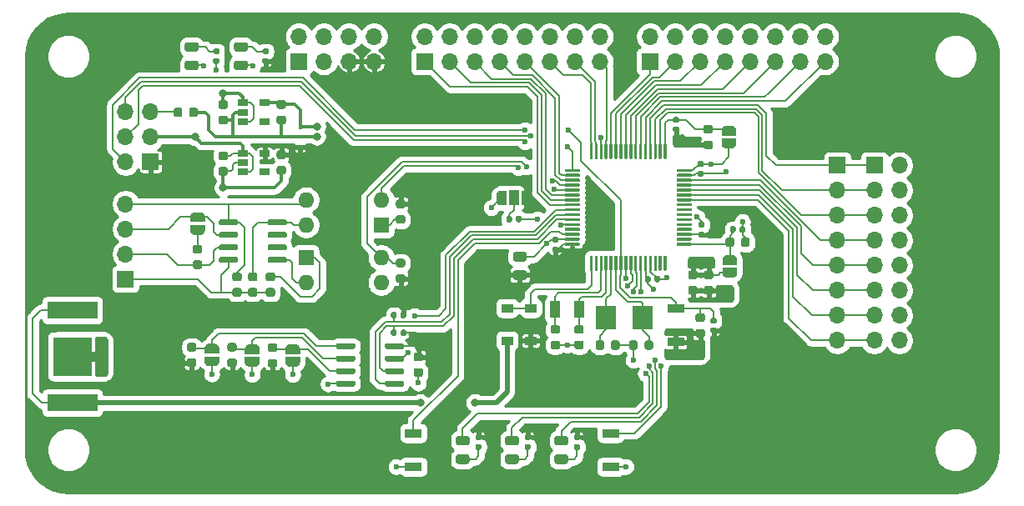
<source format=gbr>
%TF.GenerationSoftware,KiCad,Pcbnew,(5.1.6)-1*%
%TF.CreationDate,2020-11-10T11:45:45+01:00*%
%TF.ProjectId,stm32f373rct6_evaluation_board,73746d33-3266-4333-9733-726374365f65,rev?*%
%TF.SameCoordinates,Original*%
%TF.FileFunction,Copper,L1,Top*%
%TF.FilePolarity,Positive*%
%FSLAX46Y46*%
G04 Gerber Fmt 4.6, Leading zero omitted, Abs format (unit mm)*
G04 Created by KiCad (PCBNEW (5.1.6)-1) date 2020-11-10 11:45:45*
%MOMM*%
%LPD*%
G01*
G04 APERTURE LIST*
%TA.AperFunction,ComponentPad*%
%ADD10O,1.700000X1.700000*%
%TD*%
%TA.AperFunction,ComponentPad*%
%ADD11R,1.700000X1.700000*%
%TD*%
%TA.AperFunction,SMDPad,CuDef*%
%ADD12C,0.100000*%
%TD*%
%TA.AperFunction,SMDPad,CuDef*%
%ADD13R,1.700000X0.900000*%
%TD*%
%TA.AperFunction,SMDPad,CuDef*%
%ADD14R,0.450000X0.600000*%
%TD*%
%TA.AperFunction,SMDPad,CuDef*%
%ADD15R,1.000000X1.800000*%
%TD*%
%TA.AperFunction,SMDPad,CuDef*%
%ADD16R,2.000000X2.400000*%
%TD*%
%TA.AperFunction,SMDPad,CuDef*%
%ADD17R,1.060000X0.650000*%
%TD*%
%TA.AperFunction,SMDPad,CuDef*%
%ADD18R,1.000000X1.500000*%
%TD*%
%TA.AperFunction,SMDPad,CuDef*%
%ADD19R,1.200000X0.900000*%
%TD*%
%TA.AperFunction,SMDPad,CuDef*%
%ADD20R,3.960000X3.960000*%
%TD*%
%TA.AperFunction,SMDPad,CuDef*%
%ADD21R,5.080000X1.780000*%
%TD*%
%TA.AperFunction,ComponentPad*%
%ADD22O,1.600000X1.600000*%
%TD*%
%TA.AperFunction,ComponentPad*%
%ADD23R,1.600000X1.600000*%
%TD*%
%TA.AperFunction,ViaPad*%
%ADD24C,0.600000*%
%TD*%
%TA.AperFunction,ViaPad*%
%ADD25C,0.800000*%
%TD*%
%TA.AperFunction,Conductor*%
%ADD26C,0.200000*%
%TD*%
%TA.AperFunction,Conductor*%
%ADD27C,0.350000*%
%TD*%
%TA.AperFunction,Conductor*%
%ADD28C,0.500000*%
%TD*%
%TA.AperFunction,Conductor*%
%ADD29C,0.254000*%
%TD*%
G04 APERTURE END LIST*
D10*
%TO.P,J7,8*%
%TO.N,GND*%
X121000000Y-86000000D03*
%TO.P,J7,7*%
%TO.N,VDD*%
X121000000Y-88540000D03*
%TO.P,J7,6*%
%TO.N,GND*%
X118460000Y-86000000D03*
%TO.P,J7,5*%
%TO.N,VDD*%
X118460000Y-88540000D03*
%TO.P,J7,4*%
%TO.N,GND*%
X115920000Y-86000000D03*
%TO.P,J7,3*%
%TO.N,+5V*%
X115920000Y-88540000D03*
%TO.P,J7,2*%
%TO.N,GND*%
X113380000Y-86000000D03*
D11*
%TO.P,J7,1*%
%TO.N,+5V*%
X113380000Y-88540000D03*
%TD*%
D10*
%TO.P,J5,16*%
%TO.N,GND*%
X166780000Y-86000000D03*
%TO.P,J5,15*%
%TO.N,/A11*%
X166780000Y-88540000D03*
%TO.P,J5,14*%
%TO.N,GND*%
X164240000Y-86000000D03*
%TO.P,J5,13*%
%TO.N,/A10*%
X164240000Y-88540000D03*
%TO.P,J5,12*%
%TO.N,GND*%
X161700000Y-86000000D03*
%TO.P,J5,11*%
%TO.N,/A9*%
X161700000Y-88540000D03*
%TO.P,J5,10*%
%TO.N,GND*%
X159160000Y-86000000D03*
%TO.P,J5,9*%
%TO.N,/A8*%
X159160000Y-88540000D03*
%TO.P,J5,8*%
%TO.N,GND*%
X156620000Y-86000000D03*
%TO.P,J5,7*%
%TO.N,/C9*%
X156620000Y-88540000D03*
%TO.P,J5,6*%
%TO.N,GND*%
X154080000Y-86000000D03*
%TO.P,J5,5*%
%TO.N,/C8*%
X154080000Y-88540000D03*
%TO.P,J5,4*%
%TO.N,GND*%
X151540000Y-86000000D03*
%TO.P,J5,3*%
%TO.N,/C7*%
X151540000Y-88540000D03*
%TO.P,J5,2*%
%TO.N,GND*%
X149000000Y-86000000D03*
D11*
%TO.P,J5,1*%
%TO.N,/C6*%
X149000000Y-88540000D03*
%TD*%
%TO.P,R18,2*%
%TO.N,+5V*%
%TA.AperFunction,SMDPad,CuDef*%
G36*
G01*
X104827500Y-88190000D02*
X105172500Y-88190000D01*
G75*
G02*
X105320000Y-88337500I0J-147500D01*
G01*
X105320000Y-88632500D01*
G75*
G02*
X105172500Y-88780000I-147500J0D01*
G01*
X104827500Y-88780000D01*
G75*
G02*
X104680000Y-88632500I0J147500D01*
G01*
X104680000Y-88337500D01*
G75*
G02*
X104827500Y-88190000I147500J0D01*
G01*
G37*
%TD.AperFunction*%
%TO.P,R18,1*%
%TO.N,Net-(D8-Pad2)*%
%TA.AperFunction,SMDPad,CuDef*%
G36*
G01*
X104827500Y-87220000D02*
X105172500Y-87220000D01*
G75*
G02*
X105320000Y-87367500I0J-147500D01*
G01*
X105320000Y-87662500D01*
G75*
G02*
X105172500Y-87810000I-147500J0D01*
G01*
X104827500Y-87810000D01*
G75*
G02*
X104680000Y-87662500I0J147500D01*
G01*
X104680000Y-87367500D01*
G75*
G02*
X104827500Y-87220000I147500J0D01*
G01*
G37*
%TD.AperFunction*%
%TD*%
%TO.P,R17,2*%
%TO.N,VDD*%
%TA.AperFunction,SMDPad,CuDef*%
G36*
G01*
X109827500Y-88190000D02*
X110172500Y-88190000D01*
G75*
G02*
X110320000Y-88337500I0J-147500D01*
G01*
X110320000Y-88632500D01*
G75*
G02*
X110172500Y-88780000I-147500J0D01*
G01*
X109827500Y-88780000D01*
G75*
G02*
X109680000Y-88632500I0J147500D01*
G01*
X109680000Y-88337500D01*
G75*
G02*
X109827500Y-88190000I147500J0D01*
G01*
G37*
%TD.AperFunction*%
%TO.P,R17,1*%
%TO.N,Net-(D7-Pad2)*%
%TA.AperFunction,SMDPad,CuDef*%
G36*
G01*
X109827500Y-87220000D02*
X110172500Y-87220000D01*
G75*
G02*
X110320000Y-87367500I0J-147500D01*
G01*
X110320000Y-87662500D01*
G75*
G02*
X110172500Y-87810000I-147500J0D01*
G01*
X109827500Y-87810000D01*
G75*
G02*
X109680000Y-87662500I0J147500D01*
G01*
X109680000Y-87367500D01*
G75*
G02*
X109827500Y-87220000I147500J0D01*
G01*
G37*
%TD.AperFunction*%
%TD*%
%TO.P,D8,2*%
%TO.N,Net-(D8-Pad2)*%
%TA.AperFunction,SMDPad,CuDef*%
G36*
G01*
X102956250Y-87550000D02*
X102043750Y-87550000D01*
G75*
G02*
X101800000Y-87306250I0J243750D01*
G01*
X101800000Y-86818750D01*
G75*
G02*
X102043750Y-86575000I243750J0D01*
G01*
X102956250Y-86575000D01*
G75*
G02*
X103200000Y-86818750I0J-243750D01*
G01*
X103200000Y-87306250D01*
G75*
G02*
X102956250Y-87550000I-243750J0D01*
G01*
G37*
%TD.AperFunction*%
%TO.P,D8,1*%
%TO.N,GND*%
%TA.AperFunction,SMDPad,CuDef*%
G36*
G01*
X102956250Y-89425000D02*
X102043750Y-89425000D01*
G75*
G02*
X101800000Y-89181250I0J243750D01*
G01*
X101800000Y-88693750D01*
G75*
G02*
X102043750Y-88450000I243750J0D01*
G01*
X102956250Y-88450000D01*
G75*
G02*
X103200000Y-88693750I0J-243750D01*
G01*
X103200000Y-89181250D01*
G75*
G02*
X102956250Y-89425000I-243750J0D01*
G01*
G37*
%TD.AperFunction*%
%TD*%
%TO.P,D7,2*%
%TO.N,Net-(D7-Pad2)*%
%TA.AperFunction,SMDPad,CuDef*%
G36*
G01*
X107956250Y-87550000D02*
X107043750Y-87550000D01*
G75*
G02*
X106800000Y-87306250I0J243750D01*
G01*
X106800000Y-86818750D01*
G75*
G02*
X107043750Y-86575000I243750J0D01*
G01*
X107956250Y-86575000D01*
G75*
G02*
X108200000Y-86818750I0J-243750D01*
G01*
X108200000Y-87306250D01*
G75*
G02*
X107956250Y-87550000I-243750J0D01*
G01*
G37*
%TD.AperFunction*%
%TO.P,D7,1*%
%TO.N,GND*%
%TA.AperFunction,SMDPad,CuDef*%
G36*
G01*
X107956250Y-89425000D02*
X107043750Y-89425000D01*
G75*
G02*
X106800000Y-89181250I0J243750D01*
G01*
X106800000Y-88693750D01*
G75*
G02*
X107043750Y-88450000I243750J0D01*
G01*
X107956250Y-88450000D01*
G75*
G02*
X108200000Y-88693750I0J-243750D01*
G01*
X108200000Y-89181250D01*
G75*
G02*
X107956250Y-89425000I-243750J0D01*
G01*
G37*
%TD.AperFunction*%
%TD*%
%TA.AperFunction,SMDPad,CuDef*%
D12*
%TO.P,JP4,2*%
%TO.N,/STM32F373RCT6/VREFSD+*%
G36*
X156255602Y-95570000D02*
G01*
X156255602Y-95545466D01*
X156260412Y-95496635D01*
X156269984Y-95448510D01*
X156284228Y-95401555D01*
X156303005Y-95356222D01*
X156326136Y-95312949D01*
X156353396Y-95272150D01*
X156384524Y-95234221D01*
X156419221Y-95199524D01*
X156457150Y-95168396D01*
X156497949Y-95141136D01*
X156541222Y-95118005D01*
X156586555Y-95099228D01*
X156633510Y-95084984D01*
X156681635Y-95075412D01*
X156730466Y-95070602D01*
X156755000Y-95070602D01*
X156755000Y-95070000D01*
X157255000Y-95070000D01*
X157255000Y-95070602D01*
X157279534Y-95070602D01*
X157328365Y-95075412D01*
X157376490Y-95084984D01*
X157423445Y-95099228D01*
X157468778Y-95118005D01*
X157512051Y-95141136D01*
X157552850Y-95168396D01*
X157590779Y-95199524D01*
X157625476Y-95234221D01*
X157656604Y-95272150D01*
X157683864Y-95312949D01*
X157706995Y-95356222D01*
X157725772Y-95401555D01*
X157740016Y-95448510D01*
X157749588Y-95496635D01*
X157754398Y-95545466D01*
X157754398Y-95570000D01*
X157755000Y-95570000D01*
X157755000Y-96070000D01*
X156255000Y-96070000D01*
X156255000Y-95570000D01*
X156255602Y-95570000D01*
G37*
%TD.AperFunction*%
%TA.AperFunction,SMDPad,CuDef*%
%TO.P,JP4,1*%
%TO.N,VDDA*%
G36*
X157755000Y-96370000D02*
G01*
X157755000Y-96870000D01*
X157754398Y-96870000D01*
X157754398Y-96894534D01*
X157749588Y-96943365D01*
X157740016Y-96991490D01*
X157725772Y-97038445D01*
X157706995Y-97083778D01*
X157683864Y-97127051D01*
X157656604Y-97167850D01*
X157625476Y-97205779D01*
X157590779Y-97240476D01*
X157552850Y-97271604D01*
X157512051Y-97298864D01*
X157468778Y-97321995D01*
X157423445Y-97340772D01*
X157376490Y-97355016D01*
X157328365Y-97364588D01*
X157279534Y-97369398D01*
X157255000Y-97369398D01*
X157255000Y-97370000D01*
X156755000Y-97370000D01*
X156755000Y-97369398D01*
X156730466Y-97369398D01*
X156681635Y-97364588D01*
X156633510Y-97355016D01*
X156586555Y-97340772D01*
X156541222Y-97321995D01*
X156497949Y-97298864D01*
X156457150Y-97271604D01*
X156419221Y-97240476D01*
X156384524Y-97205779D01*
X156353396Y-97167850D01*
X156326136Y-97127051D01*
X156303005Y-97083778D01*
X156284228Y-97038445D01*
X156269984Y-96991490D01*
X156260412Y-96943365D01*
X156255602Y-96894534D01*
X156255602Y-96870000D01*
X156255000Y-96870000D01*
X156255000Y-96370000D01*
X157755000Y-96370000D01*
G37*
%TD.AperFunction*%
%TD*%
%TA.AperFunction,SMDPad,CuDef*%
%TO.P,JP3,2*%
%TO.N,/STM32F373RCT6/VREF+*%
G36*
X156350602Y-108700000D02*
G01*
X156350602Y-108675466D01*
X156355412Y-108626635D01*
X156364984Y-108578510D01*
X156379228Y-108531555D01*
X156398005Y-108486222D01*
X156421136Y-108442949D01*
X156448396Y-108402150D01*
X156479524Y-108364221D01*
X156514221Y-108329524D01*
X156552150Y-108298396D01*
X156592949Y-108271136D01*
X156636222Y-108248005D01*
X156681555Y-108229228D01*
X156728510Y-108214984D01*
X156776635Y-108205412D01*
X156825466Y-108200602D01*
X156850000Y-108200602D01*
X156850000Y-108200000D01*
X157350000Y-108200000D01*
X157350000Y-108200602D01*
X157374534Y-108200602D01*
X157423365Y-108205412D01*
X157471490Y-108214984D01*
X157518445Y-108229228D01*
X157563778Y-108248005D01*
X157607051Y-108271136D01*
X157647850Y-108298396D01*
X157685779Y-108329524D01*
X157720476Y-108364221D01*
X157751604Y-108402150D01*
X157778864Y-108442949D01*
X157801995Y-108486222D01*
X157820772Y-108531555D01*
X157835016Y-108578510D01*
X157844588Y-108626635D01*
X157849398Y-108675466D01*
X157849398Y-108700000D01*
X157850000Y-108700000D01*
X157850000Y-109200000D01*
X156350000Y-109200000D01*
X156350000Y-108700000D01*
X156350602Y-108700000D01*
G37*
%TD.AperFunction*%
%TA.AperFunction,SMDPad,CuDef*%
%TO.P,JP3,1*%
%TO.N,VDDA*%
G36*
X157850000Y-109500000D02*
G01*
X157850000Y-110000000D01*
X157849398Y-110000000D01*
X157849398Y-110024534D01*
X157844588Y-110073365D01*
X157835016Y-110121490D01*
X157820772Y-110168445D01*
X157801995Y-110213778D01*
X157778864Y-110257051D01*
X157751604Y-110297850D01*
X157720476Y-110335779D01*
X157685779Y-110370476D01*
X157647850Y-110401604D01*
X157607051Y-110428864D01*
X157563778Y-110451995D01*
X157518445Y-110470772D01*
X157471490Y-110485016D01*
X157423365Y-110494588D01*
X157374534Y-110499398D01*
X157350000Y-110499398D01*
X157350000Y-110500000D01*
X156850000Y-110500000D01*
X156850000Y-110499398D01*
X156825466Y-110499398D01*
X156776635Y-110494588D01*
X156728510Y-110485016D01*
X156681555Y-110470772D01*
X156636222Y-110451995D01*
X156592949Y-110428864D01*
X156552150Y-110401604D01*
X156514221Y-110370476D01*
X156479524Y-110335779D01*
X156448396Y-110297850D01*
X156421136Y-110257051D01*
X156398005Y-110213778D01*
X156379228Y-110168445D01*
X156364984Y-110121490D01*
X156355412Y-110073365D01*
X156350602Y-110024534D01*
X156350602Y-110000000D01*
X156350000Y-110000000D01*
X156350000Y-109500000D01*
X157850000Y-109500000D01*
G37*
%TD.AperFunction*%
%TD*%
%TO.P,C15,2*%
%TO.N,GNDA*%
%TA.AperFunction,SMDPad,CuDef*%
G36*
G01*
X151477500Y-95140000D02*
X151822500Y-95140000D01*
G75*
G02*
X151970000Y-95287500I0J-147500D01*
G01*
X151970000Y-95582500D01*
G75*
G02*
X151822500Y-95730000I-147500J0D01*
G01*
X151477500Y-95730000D01*
G75*
G02*
X151330000Y-95582500I0J147500D01*
G01*
X151330000Y-95287500D01*
G75*
G02*
X151477500Y-95140000I147500J0D01*
G01*
G37*
%TD.AperFunction*%
%TO.P,C15,1*%
%TO.N,/STM32F373RCT6/VREFSD+*%
%TA.AperFunction,SMDPad,CuDef*%
G36*
G01*
X151477500Y-94170000D02*
X151822500Y-94170000D01*
G75*
G02*
X151970000Y-94317500I0J-147500D01*
G01*
X151970000Y-94612500D01*
G75*
G02*
X151822500Y-94760000I-147500J0D01*
G01*
X151477500Y-94760000D01*
G75*
G02*
X151330000Y-94612500I0J147500D01*
G01*
X151330000Y-94317500D01*
G75*
G02*
X151477500Y-94170000I147500J0D01*
G01*
G37*
%TD.AperFunction*%
%TD*%
D10*
%TO.P,J1,4*%
%TO.N,/ISOLATED RS485/GND_BUS*%
X95800000Y-103000000D03*
%TO.P,J1,3*%
%TO.N,/ISOLATED RS485/RS485_A*%
X95800000Y-105540000D03*
%TO.P,J1,2*%
%TO.N,/ISOLATED RS485/RS485_B*%
X95800000Y-108080000D03*
D11*
%TO.P,J1,1*%
%TO.N,/ISOLATED RS485/VDD_BUS*%
X95800000Y-110620000D03*
%TD*%
D13*
%TO.P,SW2,2*%
%TO.N,/STM32F373RCT6/C3*%
X145000000Y-126300000D03*
%TO.P,SW2,1*%
%TO.N,GND*%
X145000000Y-129700000D03*
%TD*%
%TO.P,SW1,2*%
%TO.N,/STM32F373RCT6/B9*%
X125000000Y-126300000D03*
%TO.P,SW1,1*%
%TO.N,GND*%
X125000000Y-129700000D03*
%TD*%
%TO.P,R6,2*%
%TO.N,/STM32F373RCT6/I2C_1_SCL*%
%TA.AperFunction,SMDPad,CuDef*%
G36*
G01*
X123310000Y-114127500D02*
X123310000Y-114472500D01*
G75*
G02*
X123162500Y-114620000I-147500J0D01*
G01*
X122867500Y-114620000D01*
G75*
G02*
X122720000Y-114472500I0J147500D01*
G01*
X122720000Y-114127500D01*
G75*
G02*
X122867500Y-113980000I147500J0D01*
G01*
X123162500Y-113980000D01*
G75*
G02*
X123310000Y-114127500I0J-147500D01*
G01*
G37*
%TD.AperFunction*%
%TO.P,R6,1*%
%TO.N,VDD*%
%TA.AperFunction,SMDPad,CuDef*%
G36*
G01*
X124280000Y-114127500D02*
X124280000Y-114472500D01*
G75*
G02*
X124132500Y-114620000I-147500J0D01*
G01*
X123837500Y-114620000D01*
G75*
G02*
X123690000Y-114472500I0J147500D01*
G01*
X123690000Y-114127500D01*
G75*
G02*
X123837500Y-113980000I147500J0D01*
G01*
X124132500Y-113980000D01*
G75*
G02*
X124280000Y-114127500I0J-147500D01*
G01*
G37*
%TD.AperFunction*%
%TD*%
%TO.P,R5,2*%
%TO.N,/STM32F373RCT6/I2C_1_SDA*%
%TA.AperFunction,SMDPad,CuDef*%
G36*
G01*
X123310000Y-115927500D02*
X123310000Y-116272500D01*
G75*
G02*
X123162500Y-116420000I-147500J0D01*
G01*
X122867500Y-116420000D01*
G75*
G02*
X122720000Y-116272500I0J147500D01*
G01*
X122720000Y-115927500D01*
G75*
G02*
X122867500Y-115780000I147500J0D01*
G01*
X123162500Y-115780000D01*
G75*
G02*
X123310000Y-115927500I0J-147500D01*
G01*
G37*
%TD.AperFunction*%
%TO.P,R5,1*%
%TO.N,VDD*%
%TA.AperFunction,SMDPad,CuDef*%
G36*
G01*
X124280000Y-115927500D02*
X124280000Y-116272500D01*
G75*
G02*
X124132500Y-116420000I-147500J0D01*
G01*
X123837500Y-116420000D01*
G75*
G02*
X123690000Y-116272500I0J147500D01*
G01*
X123690000Y-115927500D01*
G75*
G02*
X123837500Y-115780000I147500J0D01*
G01*
X124132500Y-115780000D01*
G75*
G02*
X124280000Y-115927500I0J-147500D01*
G01*
G37*
%TD.AperFunction*%
%TD*%
%TO.P,R4,2*%
%TO.N,VDD*%
%TA.AperFunction,SMDPad,CuDef*%
G36*
G01*
X141772500Y-127010000D02*
X141427500Y-127010000D01*
G75*
G02*
X141280000Y-126862500I0J147500D01*
G01*
X141280000Y-126567500D01*
G75*
G02*
X141427500Y-126420000I147500J0D01*
G01*
X141772500Y-126420000D01*
G75*
G02*
X141920000Y-126567500I0J-147500D01*
G01*
X141920000Y-126862500D01*
G75*
G02*
X141772500Y-127010000I-147500J0D01*
G01*
G37*
%TD.AperFunction*%
%TO.P,R4,1*%
%TO.N,Net-(D5-Pad2)*%
%TA.AperFunction,SMDPad,CuDef*%
G36*
G01*
X141772500Y-127980000D02*
X141427500Y-127980000D01*
G75*
G02*
X141280000Y-127832500I0J147500D01*
G01*
X141280000Y-127537500D01*
G75*
G02*
X141427500Y-127390000I147500J0D01*
G01*
X141772500Y-127390000D01*
G75*
G02*
X141920000Y-127537500I0J-147500D01*
G01*
X141920000Y-127832500D01*
G75*
G02*
X141772500Y-127980000I-147500J0D01*
G01*
G37*
%TD.AperFunction*%
%TD*%
%TO.P,R3,2*%
%TO.N,VDD*%
%TA.AperFunction,SMDPad,CuDef*%
G36*
G01*
X136772500Y-127010000D02*
X136427500Y-127010000D01*
G75*
G02*
X136280000Y-126862500I0J147500D01*
G01*
X136280000Y-126567500D01*
G75*
G02*
X136427500Y-126420000I147500J0D01*
G01*
X136772500Y-126420000D01*
G75*
G02*
X136920000Y-126567500I0J-147500D01*
G01*
X136920000Y-126862500D01*
G75*
G02*
X136772500Y-127010000I-147500J0D01*
G01*
G37*
%TD.AperFunction*%
%TO.P,R3,1*%
%TO.N,Net-(D4-Pad2)*%
%TA.AperFunction,SMDPad,CuDef*%
G36*
G01*
X136772500Y-127980000D02*
X136427500Y-127980000D01*
G75*
G02*
X136280000Y-127832500I0J147500D01*
G01*
X136280000Y-127537500D01*
G75*
G02*
X136427500Y-127390000I147500J0D01*
G01*
X136772500Y-127390000D01*
G75*
G02*
X136920000Y-127537500I0J-147500D01*
G01*
X136920000Y-127832500D01*
G75*
G02*
X136772500Y-127980000I-147500J0D01*
G01*
G37*
%TD.AperFunction*%
%TD*%
%TO.P,R2,2*%
%TO.N,VDD*%
%TA.AperFunction,SMDPad,CuDef*%
G36*
G01*
X131772500Y-127010000D02*
X131427500Y-127010000D01*
G75*
G02*
X131280000Y-126862500I0J147500D01*
G01*
X131280000Y-126567500D01*
G75*
G02*
X131427500Y-126420000I147500J0D01*
G01*
X131772500Y-126420000D01*
G75*
G02*
X131920000Y-126567500I0J-147500D01*
G01*
X131920000Y-126862500D01*
G75*
G02*
X131772500Y-127010000I-147500J0D01*
G01*
G37*
%TD.AperFunction*%
%TO.P,R2,1*%
%TO.N,Net-(D3-Pad2)*%
%TA.AperFunction,SMDPad,CuDef*%
G36*
G01*
X131772500Y-127980000D02*
X131427500Y-127980000D01*
G75*
G02*
X131280000Y-127832500I0J147500D01*
G01*
X131280000Y-127537500D01*
G75*
G02*
X131427500Y-127390000I147500J0D01*
G01*
X131772500Y-127390000D01*
G75*
G02*
X131920000Y-127537500I0J-147500D01*
G01*
X131920000Y-127832500D01*
G75*
G02*
X131772500Y-127980000I-147500J0D01*
G01*
G37*
%TD.AperFunction*%
%TD*%
%TO.P,D5,2*%
%TO.N,Net-(D5-Pad2)*%
%TA.AperFunction,SMDPad,CuDef*%
G36*
G01*
X139543750Y-128450000D02*
X140456250Y-128450000D01*
G75*
G02*
X140700000Y-128693750I0J-243750D01*
G01*
X140700000Y-129181250D01*
G75*
G02*
X140456250Y-129425000I-243750J0D01*
G01*
X139543750Y-129425000D01*
G75*
G02*
X139300000Y-129181250I0J243750D01*
G01*
X139300000Y-128693750D01*
G75*
G02*
X139543750Y-128450000I243750J0D01*
G01*
G37*
%TD.AperFunction*%
%TO.P,D5,1*%
%TO.N,/STM32F373RCT6/C2*%
%TA.AperFunction,SMDPad,CuDef*%
G36*
G01*
X139543750Y-126575000D02*
X140456250Y-126575000D01*
G75*
G02*
X140700000Y-126818750I0J-243750D01*
G01*
X140700000Y-127306250D01*
G75*
G02*
X140456250Y-127550000I-243750J0D01*
G01*
X139543750Y-127550000D01*
G75*
G02*
X139300000Y-127306250I0J243750D01*
G01*
X139300000Y-126818750D01*
G75*
G02*
X139543750Y-126575000I243750J0D01*
G01*
G37*
%TD.AperFunction*%
%TD*%
%TO.P,D4,2*%
%TO.N,Net-(D4-Pad2)*%
%TA.AperFunction,SMDPad,CuDef*%
G36*
G01*
X134543750Y-128450000D02*
X135456250Y-128450000D01*
G75*
G02*
X135700000Y-128693750I0J-243750D01*
G01*
X135700000Y-129181250D01*
G75*
G02*
X135456250Y-129425000I-243750J0D01*
G01*
X134543750Y-129425000D01*
G75*
G02*
X134300000Y-129181250I0J243750D01*
G01*
X134300000Y-128693750D01*
G75*
G02*
X134543750Y-128450000I243750J0D01*
G01*
G37*
%TD.AperFunction*%
%TO.P,D4,1*%
%TO.N,/STM32F373RCT6/C1*%
%TA.AperFunction,SMDPad,CuDef*%
G36*
G01*
X134543750Y-126575000D02*
X135456250Y-126575000D01*
G75*
G02*
X135700000Y-126818750I0J-243750D01*
G01*
X135700000Y-127306250D01*
G75*
G02*
X135456250Y-127550000I-243750J0D01*
G01*
X134543750Y-127550000D01*
G75*
G02*
X134300000Y-127306250I0J243750D01*
G01*
X134300000Y-126818750D01*
G75*
G02*
X134543750Y-126575000I243750J0D01*
G01*
G37*
%TD.AperFunction*%
%TD*%
%TO.P,D3,2*%
%TO.N,Net-(D3-Pad2)*%
%TA.AperFunction,SMDPad,CuDef*%
G36*
G01*
X129543750Y-128450000D02*
X130456250Y-128450000D01*
G75*
G02*
X130700000Y-128693750I0J-243750D01*
G01*
X130700000Y-129181250D01*
G75*
G02*
X130456250Y-129425000I-243750J0D01*
G01*
X129543750Y-129425000D01*
G75*
G02*
X129300000Y-129181250I0J243750D01*
G01*
X129300000Y-128693750D01*
G75*
G02*
X129543750Y-128450000I243750J0D01*
G01*
G37*
%TD.AperFunction*%
%TO.P,D3,1*%
%TO.N,/STM32F373RCT6/C0*%
%TA.AperFunction,SMDPad,CuDef*%
G36*
G01*
X129543750Y-126575000D02*
X130456250Y-126575000D01*
G75*
G02*
X130700000Y-126818750I0J-243750D01*
G01*
X130700000Y-127306250D01*
G75*
G02*
X130456250Y-127550000I-243750J0D01*
G01*
X129543750Y-127550000D01*
G75*
G02*
X129300000Y-127306250I0J243750D01*
G01*
X129300000Y-126818750D01*
G75*
G02*
X129543750Y-126575000I243750J0D01*
G01*
G37*
%TD.AperFunction*%
%TD*%
%TO.P,R12,2*%
%TO.N,Net-(R12-Pad2)*%
%TA.AperFunction,SMDPad,CuDef*%
G36*
G01*
X135390000Y-104722500D02*
X135390000Y-104377500D01*
G75*
G02*
X135537500Y-104230000I147500J0D01*
G01*
X135832500Y-104230000D01*
G75*
G02*
X135980000Y-104377500I0J-147500D01*
G01*
X135980000Y-104722500D01*
G75*
G02*
X135832500Y-104870000I-147500J0D01*
G01*
X135537500Y-104870000D01*
G75*
G02*
X135390000Y-104722500I0J147500D01*
G01*
G37*
%TD.AperFunction*%
%TO.P,R12,1*%
%TO.N,/STM32F373RCT6/BOOT0*%
%TA.AperFunction,SMDPad,CuDef*%
G36*
G01*
X134420000Y-104722500D02*
X134420000Y-104377500D01*
G75*
G02*
X134567500Y-104230000I147500J0D01*
G01*
X134862500Y-104230000D01*
G75*
G02*
X135010000Y-104377500I0J-147500D01*
G01*
X135010000Y-104722500D01*
G75*
G02*
X134862500Y-104870000I-147500J0D01*
G01*
X134567500Y-104870000D01*
G75*
G02*
X134420000Y-104722500I0J147500D01*
G01*
G37*
%TD.AperFunction*%
%TD*%
%TO.P,R13,2*%
%TO.N,VDD*%
%TA.AperFunction,SMDPad,CuDef*%
G36*
G01*
X155277500Y-115540000D02*
X155622500Y-115540000D01*
G75*
G02*
X155770000Y-115687500I0J-147500D01*
G01*
X155770000Y-115982500D01*
G75*
G02*
X155622500Y-116130000I-147500J0D01*
G01*
X155277500Y-116130000D01*
G75*
G02*
X155130000Y-115982500I0J147500D01*
G01*
X155130000Y-115687500D01*
G75*
G02*
X155277500Y-115540000I147500J0D01*
G01*
G37*
%TD.AperFunction*%
%TO.P,R13,1*%
%TO.N,/uC_reset*%
%TA.AperFunction,SMDPad,CuDef*%
G36*
G01*
X155277500Y-114570000D02*
X155622500Y-114570000D01*
G75*
G02*
X155770000Y-114717500I0J-147500D01*
G01*
X155770000Y-115012500D01*
G75*
G02*
X155622500Y-115160000I-147500J0D01*
G01*
X155277500Y-115160000D01*
G75*
G02*
X155130000Y-115012500I0J147500D01*
G01*
X155130000Y-114717500D01*
G75*
G02*
X155277500Y-114570000I147500J0D01*
G01*
G37*
%TD.AperFunction*%
%TD*%
D14*
%TO.P,D6,2*%
%TO.N,VDD*%
X113500000Y-97250000D03*
%TO.P,D6,1*%
%TO.N,VDDA*%
X113500000Y-95150000D03*
%TD*%
D13*
%TO.P,SW3,2*%
%TO.N,GND*%
X151600000Y-117050000D03*
%TO.P,SW3,1*%
%TO.N,/uC_reset*%
X151600000Y-113650000D03*
%TD*%
%TO.P,C20,2*%
%TO.N,GND*%
%TA.AperFunction,SMDPad,CuDef*%
G36*
G01*
X139572500Y-106960000D02*
X139227500Y-106960000D01*
G75*
G02*
X139080000Y-106812500I0J147500D01*
G01*
X139080000Y-106517500D01*
G75*
G02*
X139227500Y-106370000I147500J0D01*
G01*
X139572500Y-106370000D01*
G75*
G02*
X139720000Y-106517500I0J-147500D01*
G01*
X139720000Y-106812500D01*
G75*
G02*
X139572500Y-106960000I-147500J0D01*
G01*
G37*
%TD.AperFunction*%
%TO.P,C20,1*%
%TO.N,VDD*%
%TA.AperFunction,SMDPad,CuDef*%
G36*
G01*
X139572500Y-107930000D02*
X139227500Y-107930000D01*
G75*
G02*
X139080000Y-107782500I0J147500D01*
G01*
X139080000Y-107487500D01*
G75*
G02*
X139227500Y-107340000I147500J0D01*
G01*
X139572500Y-107340000D01*
G75*
G02*
X139720000Y-107487500I0J-147500D01*
G01*
X139720000Y-107782500D01*
G75*
G02*
X139572500Y-107930000I-147500J0D01*
G01*
G37*
%TD.AperFunction*%
%TD*%
%TO.P,C19,2*%
%TO.N,GND*%
%TA.AperFunction,SMDPad,CuDef*%
G36*
G01*
X154397500Y-105435000D02*
X154052500Y-105435000D01*
G75*
G02*
X153905000Y-105287500I0J147500D01*
G01*
X153905000Y-104992500D01*
G75*
G02*
X154052500Y-104845000I147500J0D01*
G01*
X154397500Y-104845000D01*
G75*
G02*
X154545000Y-104992500I0J-147500D01*
G01*
X154545000Y-105287500D01*
G75*
G02*
X154397500Y-105435000I-147500J0D01*
G01*
G37*
%TD.AperFunction*%
%TO.P,C19,1*%
%TO.N,VDD*%
%TA.AperFunction,SMDPad,CuDef*%
G36*
G01*
X154397500Y-106405000D02*
X154052500Y-106405000D01*
G75*
G02*
X153905000Y-106257500I0J147500D01*
G01*
X153905000Y-105962500D01*
G75*
G02*
X154052500Y-105815000I147500J0D01*
G01*
X154397500Y-105815000D01*
G75*
G02*
X154545000Y-105962500I0J-147500D01*
G01*
X154545000Y-106257500D01*
G75*
G02*
X154397500Y-106405000I-147500J0D01*
G01*
G37*
%TD.AperFunction*%
%TD*%
%TO.P,C17,2*%
%TO.N,GNDA*%
%TA.AperFunction,SMDPad,CuDef*%
G36*
G01*
X158090000Y-105772500D02*
X158090000Y-105427500D01*
G75*
G02*
X158237500Y-105280000I147500J0D01*
G01*
X158532500Y-105280000D01*
G75*
G02*
X158680000Y-105427500I0J-147500D01*
G01*
X158680000Y-105772500D01*
G75*
G02*
X158532500Y-105920000I-147500J0D01*
G01*
X158237500Y-105920000D01*
G75*
G02*
X158090000Y-105772500I0J147500D01*
G01*
G37*
%TD.AperFunction*%
%TO.P,C17,1*%
%TO.N,/STM32F373RCT6/VREF+*%
%TA.AperFunction,SMDPad,CuDef*%
G36*
G01*
X157120000Y-105772500D02*
X157120000Y-105427500D01*
G75*
G02*
X157267500Y-105280000I147500J0D01*
G01*
X157562500Y-105280000D01*
G75*
G02*
X157710000Y-105427500I0J-147500D01*
G01*
X157710000Y-105772500D01*
G75*
G02*
X157562500Y-105920000I-147500J0D01*
G01*
X157267500Y-105920000D01*
G75*
G02*
X157120000Y-105772500I0J147500D01*
G01*
G37*
%TD.AperFunction*%
%TD*%
%TO.P,C13,2*%
%TO.N,GNDA*%
%TA.AperFunction,SMDPad,CuDef*%
G36*
G01*
X153977500Y-99640000D02*
X154322500Y-99640000D01*
G75*
G02*
X154470000Y-99787500I0J-147500D01*
G01*
X154470000Y-100082500D01*
G75*
G02*
X154322500Y-100230000I-147500J0D01*
G01*
X153977500Y-100230000D01*
G75*
G02*
X153830000Y-100082500I0J147500D01*
G01*
X153830000Y-99787500D01*
G75*
G02*
X153977500Y-99640000I147500J0D01*
G01*
G37*
%TD.AperFunction*%
%TO.P,C13,1*%
%TO.N,VDDA*%
%TA.AperFunction,SMDPad,CuDef*%
G36*
G01*
X153977500Y-98670000D02*
X154322500Y-98670000D01*
G75*
G02*
X154470000Y-98817500I0J-147500D01*
G01*
X154470000Y-99112500D01*
G75*
G02*
X154322500Y-99260000I-147500J0D01*
G01*
X153977500Y-99260000D01*
G75*
G02*
X153830000Y-99112500I0J147500D01*
G01*
X153830000Y-98817500D01*
G75*
G02*
X153977500Y-98670000I147500J0D01*
G01*
G37*
%TD.AperFunction*%
%TD*%
%TO.P,C6,2*%
%TO.N,GNDA*%
%TA.AperFunction,SMDPad,CuDef*%
G36*
G01*
X149060000Y-110477500D02*
X149060000Y-110822500D01*
G75*
G02*
X148912500Y-110970000I-147500J0D01*
G01*
X148617500Y-110970000D01*
G75*
G02*
X148470000Y-110822500I0J147500D01*
G01*
X148470000Y-110477500D01*
G75*
G02*
X148617500Y-110330000I147500J0D01*
G01*
X148912500Y-110330000D01*
G75*
G02*
X149060000Y-110477500I0J-147500D01*
G01*
G37*
%TD.AperFunction*%
%TO.P,C6,1*%
%TO.N,VDDA*%
%TA.AperFunction,SMDPad,CuDef*%
G36*
G01*
X150030000Y-110477500D02*
X150030000Y-110822500D01*
G75*
G02*
X149882500Y-110970000I-147500J0D01*
G01*
X149587500Y-110970000D01*
G75*
G02*
X149440000Y-110822500I0J147500D01*
G01*
X149440000Y-110477500D01*
G75*
G02*
X149587500Y-110330000I147500J0D01*
G01*
X149882500Y-110330000D01*
G75*
G02*
X150030000Y-110477500I0J-147500D01*
G01*
G37*
%TD.AperFunction*%
%TD*%
%TO.P,U7,8*%
%TO.N,VDD*%
%TA.AperFunction,SMDPad,CuDef*%
G36*
G01*
X122100000Y-117595000D02*
X122100000Y-117295000D01*
G75*
G02*
X122250000Y-117145000I150000J0D01*
G01*
X123900000Y-117145000D01*
G75*
G02*
X124050000Y-117295000I0J-150000D01*
G01*
X124050000Y-117595000D01*
G75*
G02*
X123900000Y-117745000I-150000J0D01*
G01*
X122250000Y-117745000D01*
G75*
G02*
X122100000Y-117595000I0J150000D01*
G01*
G37*
%TD.AperFunction*%
%TO.P,U7,7*%
%TO.N,/STM32F373RCT6/GPIO_PB5*%
%TA.AperFunction,SMDPad,CuDef*%
G36*
G01*
X122100000Y-118865000D02*
X122100000Y-118565000D01*
G75*
G02*
X122250000Y-118415000I150000J0D01*
G01*
X123900000Y-118415000D01*
G75*
G02*
X124050000Y-118565000I0J-150000D01*
G01*
X124050000Y-118865000D01*
G75*
G02*
X123900000Y-119015000I-150000J0D01*
G01*
X122250000Y-119015000D01*
G75*
G02*
X122100000Y-118865000I0J150000D01*
G01*
G37*
%TD.AperFunction*%
%TO.P,U7,6*%
%TO.N,/STM32F373RCT6/I2C_1_SDA*%
%TA.AperFunction,SMDPad,CuDef*%
G36*
G01*
X122100000Y-120135000D02*
X122100000Y-119835000D01*
G75*
G02*
X122250000Y-119685000I150000J0D01*
G01*
X123900000Y-119685000D01*
G75*
G02*
X124050000Y-119835000I0J-150000D01*
G01*
X124050000Y-120135000D01*
G75*
G02*
X123900000Y-120285000I-150000J0D01*
G01*
X122250000Y-120285000D01*
G75*
G02*
X122100000Y-120135000I0J150000D01*
G01*
G37*
%TD.AperFunction*%
%TO.P,U7,5*%
%TO.N,/STM32F373RCT6/I2C_1_SCL*%
%TA.AperFunction,SMDPad,CuDef*%
G36*
G01*
X122100000Y-121405000D02*
X122100000Y-121105000D01*
G75*
G02*
X122250000Y-120955000I150000J0D01*
G01*
X123900000Y-120955000D01*
G75*
G02*
X124050000Y-121105000I0J-150000D01*
G01*
X124050000Y-121405000D01*
G75*
G02*
X123900000Y-121555000I-150000J0D01*
G01*
X122250000Y-121555000D01*
G75*
G02*
X122100000Y-121405000I0J150000D01*
G01*
G37*
%TD.AperFunction*%
%TO.P,U7,4*%
%TO.N,GND*%
%TA.AperFunction,SMDPad,CuDef*%
G36*
G01*
X117150000Y-121405000D02*
X117150000Y-121105000D01*
G75*
G02*
X117300000Y-120955000I150000J0D01*
G01*
X118950000Y-120955000D01*
G75*
G02*
X119100000Y-121105000I0J-150000D01*
G01*
X119100000Y-121405000D01*
G75*
G02*
X118950000Y-121555000I-150000J0D01*
G01*
X117300000Y-121555000D01*
G75*
G02*
X117150000Y-121405000I0J150000D01*
G01*
G37*
%TD.AperFunction*%
%TO.P,U7,3*%
%TO.N,/EEPROM/E2*%
%TA.AperFunction,SMDPad,CuDef*%
G36*
G01*
X117150000Y-120135000D02*
X117150000Y-119835000D01*
G75*
G02*
X117300000Y-119685000I150000J0D01*
G01*
X118950000Y-119685000D01*
G75*
G02*
X119100000Y-119835000I0J-150000D01*
G01*
X119100000Y-120135000D01*
G75*
G02*
X118950000Y-120285000I-150000J0D01*
G01*
X117300000Y-120285000D01*
G75*
G02*
X117150000Y-120135000I0J150000D01*
G01*
G37*
%TD.AperFunction*%
%TO.P,U7,2*%
%TO.N,/EEPROM/E1*%
%TA.AperFunction,SMDPad,CuDef*%
G36*
G01*
X117150000Y-118865000D02*
X117150000Y-118565000D01*
G75*
G02*
X117300000Y-118415000I150000J0D01*
G01*
X118950000Y-118415000D01*
G75*
G02*
X119100000Y-118565000I0J-150000D01*
G01*
X119100000Y-118865000D01*
G75*
G02*
X118950000Y-119015000I-150000J0D01*
G01*
X117300000Y-119015000D01*
G75*
G02*
X117150000Y-118865000I0J150000D01*
G01*
G37*
%TD.AperFunction*%
%TO.P,U7,1*%
%TO.N,/EEPROM/E0*%
%TA.AperFunction,SMDPad,CuDef*%
G36*
G01*
X117150000Y-117595000D02*
X117150000Y-117295000D01*
G75*
G02*
X117300000Y-117145000I150000J0D01*
G01*
X118950000Y-117145000D01*
G75*
G02*
X119100000Y-117295000I0J-150000D01*
G01*
X119100000Y-117595000D01*
G75*
G02*
X118950000Y-117745000I-150000J0D01*
G01*
X117300000Y-117745000D01*
G75*
G02*
X117150000Y-117595000I0J150000D01*
G01*
G37*
%TD.AperFunction*%
%TD*%
%TO.P,R16,2*%
%TO.N,/EEPROM/E0*%
%TA.AperFunction,SMDPad,CuDef*%
G36*
G01*
X102756250Y-118000000D02*
X102243750Y-118000000D01*
G75*
G02*
X102025000Y-117781250I0J218750D01*
G01*
X102025000Y-117343750D01*
G75*
G02*
X102243750Y-117125000I218750J0D01*
G01*
X102756250Y-117125000D01*
G75*
G02*
X102975000Y-117343750I0J-218750D01*
G01*
X102975000Y-117781250D01*
G75*
G02*
X102756250Y-118000000I-218750J0D01*
G01*
G37*
%TD.AperFunction*%
%TO.P,R16,1*%
%TO.N,VDD*%
%TA.AperFunction,SMDPad,CuDef*%
G36*
G01*
X102756250Y-119575000D02*
X102243750Y-119575000D01*
G75*
G02*
X102025000Y-119356250I0J218750D01*
G01*
X102025000Y-118918750D01*
G75*
G02*
X102243750Y-118700000I218750J0D01*
G01*
X102756250Y-118700000D01*
G75*
G02*
X102975000Y-118918750I0J-218750D01*
G01*
X102975000Y-119356250D01*
G75*
G02*
X102756250Y-119575000I-218750J0D01*
G01*
G37*
%TD.AperFunction*%
%TD*%
%TO.P,R15,2*%
%TO.N,/EEPROM/E1*%
%TA.AperFunction,SMDPad,CuDef*%
G36*
G01*
X106856250Y-118000000D02*
X106343750Y-118000000D01*
G75*
G02*
X106125000Y-117781250I0J218750D01*
G01*
X106125000Y-117343750D01*
G75*
G02*
X106343750Y-117125000I218750J0D01*
G01*
X106856250Y-117125000D01*
G75*
G02*
X107075000Y-117343750I0J-218750D01*
G01*
X107075000Y-117781250D01*
G75*
G02*
X106856250Y-118000000I-218750J0D01*
G01*
G37*
%TD.AperFunction*%
%TO.P,R15,1*%
%TO.N,VDD*%
%TA.AperFunction,SMDPad,CuDef*%
G36*
G01*
X106856250Y-119575000D02*
X106343750Y-119575000D01*
G75*
G02*
X106125000Y-119356250I0J218750D01*
G01*
X106125000Y-118918750D01*
G75*
G02*
X106343750Y-118700000I218750J0D01*
G01*
X106856250Y-118700000D01*
G75*
G02*
X107075000Y-118918750I0J-218750D01*
G01*
X107075000Y-119356250D01*
G75*
G02*
X106856250Y-119575000I-218750J0D01*
G01*
G37*
%TD.AperFunction*%
%TD*%
%TO.P,R14,2*%
%TO.N,/EEPROM/E2*%
%TA.AperFunction,SMDPad,CuDef*%
G36*
G01*
X110956250Y-118050000D02*
X110443750Y-118050000D01*
G75*
G02*
X110225000Y-117831250I0J218750D01*
G01*
X110225000Y-117393750D01*
G75*
G02*
X110443750Y-117175000I218750J0D01*
G01*
X110956250Y-117175000D01*
G75*
G02*
X111175000Y-117393750I0J-218750D01*
G01*
X111175000Y-117831250D01*
G75*
G02*
X110956250Y-118050000I-218750J0D01*
G01*
G37*
%TD.AperFunction*%
%TO.P,R14,1*%
%TO.N,VDD*%
%TA.AperFunction,SMDPad,CuDef*%
G36*
G01*
X110956250Y-119625000D02*
X110443750Y-119625000D01*
G75*
G02*
X110225000Y-119406250I0J218750D01*
G01*
X110225000Y-118968750D01*
G75*
G02*
X110443750Y-118750000I218750J0D01*
G01*
X110956250Y-118750000D01*
G75*
G02*
X111175000Y-118968750I0J-218750D01*
G01*
X111175000Y-119406250D01*
G75*
G02*
X110956250Y-119625000I-218750J0D01*
G01*
G37*
%TD.AperFunction*%
%TD*%
%TA.AperFunction,SMDPad,CuDef*%
D12*
%TO.P,JP7,2*%
%TO.N,/EEPROM/E0*%
G36*
X103800602Y-117700000D02*
G01*
X103800602Y-117675466D01*
X103805412Y-117626635D01*
X103814984Y-117578510D01*
X103829228Y-117531555D01*
X103848005Y-117486222D01*
X103871136Y-117442949D01*
X103898396Y-117402150D01*
X103929524Y-117364221D01*
X103964221Y-117329524D01*
X104002150Y-117298396D01*
X104042949Y-117271136D01*
X104086222Y-117248005D01*
X104131555Y-117229228D01*
X104178510Y-117214984D01*
X104226635Y-117205412D01*
X104275466Y-117200602D01*
X104300000Y-117200602D01*
X104300000Y-117200000D01*
X104800000Y-117200000D01*
X104800000Y-117200602D01*
X104824534Y-117200602D01*
X104873365Y-117205412D01*
X104921490Y-117214984D01*
X104968445Y-117229228D01*
X105013778Y-117248005D01*
X105057051Y-117271136D01*
X105097850Y-117298396D01*
X105135779Y-117329524D01*
X105170476Y-117364221D01*
X105201604Y-117402150D01*
X105228864Y-117442949D01*
X105251995Y-117486222D01*
X105270772Y-117531555D01*
X105285016Y-117578510D01*
X105294588Y-117626635D01*
X105299398Y-117675466D01*
X105299398Y-117700000D01*
X105300000Y-117700000D01*
X105300000Y-118200000D01*
X103800000Y-118200000D01*
X103800000Y-117700000D01*
X103800602Y-117700000D01*
G37*
%TD.AperFunction*%
%TA.AperFunction,SMDPad,CuDef*%
%TO.P,JP7,1*%
%TO.N,GND*%
G36*
X105300000Y-118500000D02*
G01*
X105300000Y-119000000D01*
X105299398Y-119000000D01*
X105299398Y-119024534D01*
X105294588Y-119073365D01*
X105285016Y-119121490D01*
X105270772Y-119168445D01*
X105251995Y-119213778D01*
X105228864Y-119257051D01*
X105201604Y-119297850D01*
X105170476Y-119335779D01*
X105135779Y-119370476D01*
X105097850Y-119401604D01*
X105057051Y-119428864D01*
X105013778Y-119451995D01*
X104968445Y-119470772D01*
X104921490Y-119485016D01*
X104873365Y-119494588D01*
X104824534Y-119499398D01*
X104800000Y-119499398D01*
X104800000Y-119500000D01*
X104300000Y-119500000D01*
X104300000Y-119499398D01*
X104275466Y-119499398D01*
X104226635Y-119494588D01*
X104178510Y-119485016D01*
X104131555Y-119470772D01*
X104086222Y-119451995D01*
X104042949Y-119428864D01*
X104002150Y-119401604D01*
X103964221Y-119370476D01*
X103929524Y-119335779D01*
X103898396Y-119297850D01*
X103871136Y-119257051D01*
X103848005Y-119213778D01*
X103829228Y-119168445D01*
X103814984Y-119121490D01*
X103805412Y-119073365D01*
X103800602Y-119024534D01*
X103800602Y-119000000D01*
X103800000Y-119000000D01*
X103800000Y-118500000D01*
X105300000Y-118500000D01*
G37*
%TD.AperFunction*%
%TD*%
%TA.AperFunction,SMDPad,CuDef*%
%TO.P,JP6,2*%
%TO.N,/EEPROM/E1*%
G36*
X107900602Y-117750000D02*
G01*
X107900602Y-117725466D01*
X107905412Y-117676635D01*
X107914984Y-117628510D01*
X107929228Y-117581555D01*
X107948005Y-117536222D01*
X107971136Y-117492949D01*
X107998396Y-117452150D01*
X108029524Y-117414221D01*
X108064221Y-117379524D01*
X108102150Y-117348396D01*
X108142949Y-117321136D01*
X108186222Y-117298005D01*
X108231555Y-117279228D01*
X108278510Y-117264984D01*
X108326635Y-117255412D01*
X108375466Y-117250602D01*
X108400000Y-117250602D01*
X108400000Y-117250000D01*
X108900000Y-117250000D01*
X108900000Y-117250602D01*
X108924534Y-117250602D01*
X108973365Y-117255412D01*
X109021490Y-117264984D01*
X109068445Y-117279228D01*
X109113778Y-117298005D01*
X109157051Y-117321136D01*
X109197850Y-117348396D01*
X109235779Y-117379524D01*
X109270476Y-117414221D01*
X109301604Y-117452150D01*
X109328864Y-117492949D01*
X109351995Y-117536222D01*
X109370772Y-117581555D01*
X109385016Y-117628510D01*
X109394588Y-117676635D01*
X109399398Y-117725466D01*
X109399398Y-117750000D01*
X109400000Y-117750000D01*
X109400000Y-118250000D01*
X107900000Y-118250000D01*
X107900000Y-117750000D01*
X107900602Y-117750000D01*
G37*
%TD.AperFunction*%
%TA.AperFunction,SMDPad,CuDef*%
%TO.P,JP6,1*%
%TO.N,GND*%
G36*
X109400000Y-118550000D02*
G01*
X109400000Y-119050000D01*
X109399398Y-119050000D01*
X109399398Y-119074534D01*
X109394588Y-119123365D01*
X109385016Y-119171490D01*
X109370772Y-119218445D01*
X109351995Y-119263778D01*
X109328864Y-119307051D01*
X109301604Y-119347850D01*
X109270476Y-119385779D01*
X109235779Y-119420476D01*
X109197850Y-119451604D01*
X109157051Y-119478864D01*
X109113778Y-119501995D01*
X109068445Y-119520772D01*
X109021490Y-119535016D01*
X108973365Y-119544588D01*
X108924534Y-119549398D01*
X108900000Y-119549398D01*
X108900000Y-119550000D01*
X108400000Y-119550000D01*
X108400000Y-119549398D01*
X108375466Y-119549398D01*
X108326635Y-119544588D01*
X108278510Y-119535016D01*
X108231555Y-119520772D01*
X108186222Y-119501995D01*
X108142949Y-119478864D01*
X108102150Y-119451604D01*
X108064221Y-119420476D01*
X108029524Y-119385779D01*
X107998396Y-119347850D01*
X107971136Y-119307051D01*
X107948005Y-119263778D01*
X107929228Y-119218445D01*
X107914984Y-119171490D01*
X107905412Y-119123365D01*
X107900602Y-119074534D01*
X107900602Y-119050000D01*
X107900000Y-119050000D01*
X107900000Y-118550000D01*
X109400000Y-118550000D01*
G37*
%TD.AperFunction*%
%TD*%
%TA.AperFunction,SMDPad,CuDef*%
%TO.P,JP5,2*%
%TO.N,/EEPROM/E2*%
G36*
X112000602Y-117750000D02*
G01*
X112000602Y-117725466D01*
X112005412Y-117676635D01*
X112014984Y-117628510D01*
X112029228Y-117581555D01*
X112048005Y-117536222D01*
X112071136Y-117492949D01*
X112098396Y-117452150D01*
X112129524Y-117414221D01*
X112164221Y-117379524D01*
X112202150Y-117348396D01*
X112242949Y-117321136D01*
X112286222Y-117298005D01*
X112331555Y-117279228D01*
X112378510Y-117264984D01*
X112426635Y-117255412D01*
X112475466Y-117250602D01*
X112500000Y-117250602D01*
X112500000Y-117250000D01*
X113000000Y-117250000D01*
X113000000Y-117250602D01*
X113024534Y-117250602D01*
X113073365Y-117255412D01*
X113121490Y-117264984D01*
X113168445Y-117279228D01*
X113213778Y-117298005D01*
X113257051Y-117321136D01*
X113297850Y-117348396D01*
X113335779Y-117379524D01*
X113370476Y-117414221D01*
X113401604Y-117452150D01*
X113428864Y-117492949D01*
X113451995Y-117536222D01*
X113470772Y-117581555D01*
X113485016Y-117628510D01*
X113494588Y-117676635D01*
X113499398Y-117725466D01*
X113499398Y-117750000D01*
X113500000Y-117750000D01*
X113500000Y-118250000D01*
X112000000Y-118250000D01*
X112000000Y-117750000D01*
X112000602Y-117750000D01*
G37*
%TD.AperFunction*%
%TA.AperFunction,SMDPad,CuDef*%
%TO.P,JP5,1*%
%TO.N,GND*%
G36*
X113500000Y-118550000D02*
G01*
X113500000Y-119050000D01*
X113499398Y-119050000D01*
X113499398Y-119074534D01*
X113494588Y-119123365D01*
X113485016Y-119171490D01*
X113470772Y-119218445D01*
X113451995Y-119263778D01*
X113428864Y-119307051D01*
X113401604Y-119347850D01*
X113370476Y-119385779D01*
X113335779Y-119420476D01*
X113297850Y-119451604D01*
X113257051Y-119478864D01*
X113213778Y-119501995D01*
X113168445Y-119520772D01*
X113121490Y-119535016D01*
X113073365Y-119544588D01*
X113024534Y-119549398D01*
X113000000Y-119549398D01*
X113000000Y-119550000D01*
X112500000Y-119550000D01*
X112500000Y-119549398D01*
X112475466Y-119549398D01*
X112426635Y-119544588D01*
X112378510Y-119535016D01*
X112331555Y-119520772D01*
X112286222Y-119501995D01*
X112242949Y-119478864D01*
X112202150Y-119451604D01*
X112164221Y-119420476D01*
X112129524Y-119385779D01*
X112098396Y-119347850D01*
X112071136Y-119307051D01*
X112048005Y-119263778D01*
X112029228Y-119218445D01*
X112014984Y-119171490D01*
X112005412Y-119123365D01*
X112000602Y-119074534D01*
X112000602Y-119050000D01*
X112000000Y-119050000D01*
X112000000Y-118550000D01*
X113500000Y-118550000D01*
G37*
%TD.AperFunction*%
%TD*%
%TO.P,C22,2*%
%TO.N,VDD*%
%TA.AperFunction,SMDPad,CuDef*%
G36*
G01*
X125756250Y-119000000D02*
X125243750Y-119000000D01*
G75*
G02*
X125025000Y-118781250I0J218750D01*
G01*
X125025000Y-118343750D01*
G75*
G02*
X125243750Y-118125000I218750J0D01*
G01*
X125756250Y-118125000D01*
G75*
G02*
X125975000Y-118343750I0J-218750D01*
G01*
X125975000Y-118781250D01*
G75*
G02*
X125756250Y-119000000I-218750J0D01*
G01*
G37*
%TD.AperFunction*%
%TO.P,C22,1*%
%TO.N,GND*%
%TA.AperFunction,SMDPad,CuDef*%
G36*
G01*
X125756250Y-120575000D02*
X125243750Y-120575000D01*
G75*
G02*
X125025000Y-120356250I0J218750D01*
G01*
X125025000Y-119918750D01*
G75*
G02*
X125243750Y-119700000I218750J0D01*
G01*
X125756250Y-119700000D01*
G75*
G02*
X125975000Y-119918750I0J-218750D01*
G01*
X125975000Y-120356250D01*
G75*
G02*
X125756250Y-120575000I-218750J0D01*
G01*
G37*
%TD.AperFunction*%
%TD*%
%TO.P,R1,2*%
%TO.N,GNDA*%
%TA.AperFunction,SMDPad,CuDef*%
G36*
G01*
X102250000Y-93956250D02*
X102250000Y-93443750D01*
G75*
G02*
X102468750Y-93225000I218750J0D01*
G01*
X102906250Y-93225000D01*
G75*
G02*
X103125000Y-93443750I0J-218750D01*
G01*
X103125000Y-93956250D01*
G75*
G02*
X102906250Y-94175000I-218750J0D01*
G01*
X102468750Y-94175000D01*
G75*
G02*
X102250000Y-93956250I0J218750D01*
G01*
G37*
%TD.AperFunction*%
%TO.P,R1,1*%
%TO.N,GND*%
%TA.AperFunction,SMDPad,CuDef*%
G36*
G01*
X100675000Y-93956250D02*
X100675000Y-93443750D01*
G75*
G02*
X100893750Y-93225000I218750J0D01*
G01*
X101331250Y-93225000D01*
G75*
G02*
X101550000Y-93443750I0J-218750D01*
G01*
X101550000Y-93956250D01*
G75*
G02*
X101331250Y-94175000I-218750J0D01*
G01*
X100893750Y-94175000D01*
G75*
G02*
X100675000Y-93956250I0J218750D01*
G01*
G37*
%TD.AperFunction*%
%TD*%
D15*
%TO.P,Y2,2*%
%TO.N,Net-(C10-Pad1)*%
X141850000Y-113750000D03*
%TO.P,Y2,1*%
%TO.N,Net-(C9-Pad1)*%
X139350000Y-113750000D03*
%TD*%
D16*
%TO.P,Y1,2*%
%TO.N,Net-(C8-Pad1)*%
X148250000Y-114550000D03*
%TO.P,Y1,1*%
%TO.N,Net-(C7-Pad1)*%
X144550000Y-114550000D03*
%TD*%
%TO.P,U6,64*%
%TO.N,VDD*%
%TA.AperFunction,SMDPad,CuDef*%
G36*
G01*
X141825000Y-107250000D02*
X140425000Y-107250000D01*
G75*
G02*
X140350000Y-107175000I0J75000D01*
G01*
X140350000Y-107025000D01*
G75*
G02*
X140425000Y-106950000I75000J0D01*
G01*
X141825000Y-106950000D01*
G75*
G02*
X141900000Y-107025000I0J-75000D01*
G01*
X141900000Y-107175000D01*
G75*
G02*
X141825000Y-107250000I-75000J0D01*
G01*
G37*
%TD.AperFunction*%
%TO.P,U6,63*%
%TO.N,GND*%
%TA.AperFunction,SMDPad,CuDef*%
G36*
G01*
X141825000Y-106750000D02*
X140425000Y-106750000D01*
G75*
G02*
X140350000Y-106675000I0J75000D01*
G01*
X140350000Y-106525000D01*
G75*
G02*
X140425000Y-106450000I75000J0D01*
G01*
X141825000Y-106450000D01*
G75*
G02*
X141900000Y-106525000I0J-75000D01*
G01*
X141900000Y-106675000D01*
G75*
G02*
X141825000Y-106750000I-75000J0D01*
G01*
G37*
%TD.AperFunction*%
%TO.P,U6,62*%
%TO.N,/STM32F373RCT6/B9*%
%TA.AperFunction,SMDPad,CuDef*%
G36*
G01*
X141825000Y-106250000D02*
X140425000Y-106250000D01*
G75*
G02*
X140350000Y-106175000I0J75000D01*
G01*
X140350000Y-106025000D01*
G75*
G02*
X140425000Y-105950000I75000J0D01*
G01*
X141825000Y-105950000D01*
G75*
G02*
X141900000Y-106025000I0J-75000D01*
G01*
X141900000Y-106175000D01*
G75*
G02*
X141825000Y-106250000I-75000J0D01*
G01*
G37*
%TD.AperFunction*%
%TO.P,U6,61*%
%TO.N,Net-(U6-Pad61)*%
%TA.AperFunction,SMDPad,CuDef*%
G36*
G01*
X141825000Y-105750000D02*
X140425000Y-105750000D01*
G75*
G02*
X140350000Y-105675000I0J75000D01*
G01*
X140350000Y-105525000D01*
G75*
G02*
X140425000Y-105450000I75000J0D01*
G01*
X141825000Y-105450000D01*
G75*
G02*
X141900000Y-105525000I0J-75000D01*
G01*
X141900000Y-105675000D01*
G75*
G02*
X141825000Y-105750000I-75000J0D01*
G01*
G37*
%TD.AperFunction*%
%TO.P,U6,60*%
%TO.N,Net-(R12-Pad2)*%
%TA.AperFunction,SMDPad,CuDef*%
G36*
G01*
X141825000Y-105250000D02*
X140425000Y-105250000D01*
G75*
G02*
X140350000Y-105175000I0J75000D01*
G01*
X140350000Y-105025000D01*
G75*
G02*
X140425000Y-104950000I75000J0D01*
G01*
X141825000Y-104950000D01*
G75*
G02*
X141900000Y-105025000I0J-75000D01*
G01*
X141900000Y-105175000D01*
G75*
G02*
X141825000Y-105250000I-75000J0D01*
G01*
G37*
%TD.AperFunction*%
%TO.P,U6,59*%
%TO.N,/STM32F373RCT6/I2C_1_SDA*%
%TA.AperFunction,SMDPad,CuDef*%
G36*
G01*
X141825000Y-104750000D02*
X140425000Y-104750000D01*
G75*
G02*
X140350000Y-104675000I0J75000D01*
G01*
X140350000Y-104525000D01*
G75*
G02*
X140425000Y-104450000I75000J0D01*
G01*
X141825000Y-104450000D01*
G75*
G02*
X141900000Y-104525000I0J-75000D01*
G01*
X141900000Y-104675000D01*
G75*
G02*
X141825000Y-104750000I-75000J0D01*
G01*
G37*
%TD.AperFunction*%
%TO.P,U6,58*%
%TO.N,/STM32F373RCT6/I2C_1_SCL*%
%TA.AperFunction,SMDPad,CuDef*%
G36*
G01*
X141825000Y-104250000D02*
X140425000Y-104250000D01*
G75*
G02*
X140350000Y-104175000I0J75000D01*
G01*
X140350000Y-104025000D01*
G75*
G02*
X140425000Y-103950000I75000J0D01*
G01*
X141825000Y-103950000D01*
G75*
G02*
X141900000Y-104025000I0J-75000D01*
G01*
X141900000Y-104175000D01*
G75*
G02*
X141825000Y-104250000I-75000J0D01*
G01*
G37*
%TD.AperFunction*%
%TO.P,U6,57*%
%TO.N,/STM32F373RCT6/GPIO_PB5*%
%TA.AperFunction,SMDPad,CuDef*%
G36*
G01*
X141825000Y-103750000D02*
X140425000Y-103750000D01*
G75*
G02*
X140350000Y-103675000I0J75000D01*
G01*
X140350000Y-103525000D01*
G75*
G02*
X140425000Y-103450000I75000J0D01*
G01*
X141825000Y-103450000D01*
G75*
G02*
X141900000Y-103525000I0J-75000D01*
G01*
X141900000Y-103675000D01*
G75*
G02*
X141825000Y-103750000I-75000J0D01*
G01*
G37*
%TD.AperFunction*%
%TO.P,U6,56*%
%TO.N,/B4*%
%TA.AperFunction,SMDPad,CuDef*%
G36*
G01*
X141825000Y-103250000D02*
X140425000Y-103250000D01*
G75*
G02*
X140350000Y-103175000I0J75000D01*
G01*
X140350000Y-103025000D01*
G75*
G02*
X140425000Y-102950000I75000J0D01*
G01*
X141825000Y-102950000D01*
G75*
G02*
X141900000Y-103025000I0J-75000D01*
G01*
X141900000Y-103175000D01*
G75*
G02*
X141825000Y-103250000I-75000J0D01*
G01*
G37*
%TD.AperFunction*%
%TO.P,U6,55*%
%TO.N,/B3*%
%TA.AperFunction,SMDPad,CuDef*%
G36*
G01*
X141825000Y-102750000D02*
X140425000Y-102750000D01*
G75*
G02*
X140350000Y-102675000I0J75000D01*
G01*
X140350000Y-102525000D01*
G75*
G02*
X140425000Y-102450000I75000J0D01*
G01*
X141825000Y-102450000D01*
G75*
G02*
X141900000Y-102525000I0J-75000D01*
G01*
X141900000Y-102675000D01*
G75*
G02*
X141825000Y-102750000I-75000J0D01*
G01*
G37*
%TD.AperFunction*%
%TO.P,U6,54*%
%TO.N,/D2*%
%TA.AperFunction,SMDPad,CuDef*%
G36*
G01*
X141825000Y-102250000D02*
X140425000Y-102250000D01*
G75*
G02*
X140350000Y-102175000I0J75000D01*
G01*
X140350000Y-102025000D01*
G75*
G02*
X140425000Y-101950000I75000J0D01*
G01*
X141825000Y-101950000D01*
G75*
G02*
X141900000Y-102025000I0J-75000D01*
G01*
X141900000Y-102175000D01*
G75*
G02*
X141825000Y-102250000I-75000J0D01*
G01*
G37*
%TD.AperFunction*%
%TO.P,U6,53*%
%TO.N,/ISOLATED RS485/TX_(in)*%
%TA.AperFunction,SMDPad,CuDef*%
G36*
G01*
X141825000Y-101750000D02*
X140425000Y-101750000D01*
G75*
G02*
X140350000Y-101675000I0J75000D01*
G01*
X140350000Y-101525000D01*
G75*
G02*
X140425000Y-101450000I75000J0D01*
G01*
X141825000Y-101450000D01*
G75*
G02*
X141900000Y-101525000I0J-75000D01*
G01*
X141900000Y-101675000D01*
G75*
G02*
X141825000Y-101750000I-75000J0D01*
G01*
G37*
%TD.AperFunction*%
%TO.P,U6,52*%
%TO.N,/ISOLATED RS485/RX_(out)*%
%TA.AperFunction,SMDPad,CuDef*%
G36*
G01*
X141825000Y-101250000D02*
X140425000Y-101250000D01*
G75*
G02*
X140350000Y-101175000I0J75000D01*
G01*
X140350000Y-101025000D01*
G75*
G02*
X140425000Y-100950000I75000J0D01*
G01*
X141825000Y-100950000D01*
G75*
G02*
X141900000Y-101025000I0J-75000D01*
G01*
X141900000Y-101175000D01*
G75*
G02*
X141825000Y-101250000I-75000J0D01*
G01*
G37*
%TD.AperFunction*%
%TO.P,U6,51*%
%TO.N,/C10*%
%TA.AperFunction,SMDPad,CuDef*%
G36*
G01*
X141825000Y-100750000D02*
X140425000Y-100750000D01*
G75*
G02*
X140350000Y-100675000I0J75000D01*
G01*
X140350000Y-100525000D01*
G75*
G02*
X140425000Y-100450000I75000J0D01*
G01*
X141825000Y-100450000D01*
G75*
G02*
X141900000Y-100525000I0J-75000D01*
G01*
X141900000Y-100675000D01*
G75*
G02*
X141825000Y-100750000I-75000J0D01*
G01*
G37*
%TD.AperFunction*%
%TO.P,U6,50*%
%TO.N,/A15*%
%TA.AperFunction,SMDPad,CuDef*%
G36*
G01*
X141825000Y-100250000D02*
X140425000Y-100250000D01*
G75*
G02*
X140350000Y-100175000I0J75000D01*
G01*
X140350000Y-100025000D01*
G75*
G02*
X140425000Y-99950000I75000J0D01*
G01*
X141825000Y-99950000D01*
G75*
G02*
X141900000Y-100025000I0J-75000D01*
G01*
X141900000Y-100175000D01*
G75*
G02*
X141825000Y-100250000I-75000J0D01*
G01*
G37*
%TD.AperFunction*%
%TO.P,U6,49*%
%TO.N,/uC_SWD_CLK*%
%TA.AperFunction,SMDPad,CuDef*%
G36*
G01*
X141825000Y-99750000D02*
X140425000Y-99750000D01*
G75*
G02*
X140350000Y-99675000I0J75000D01*
G01*
X140350000Y-99525000D01*
G75*
G02*
X140425000Y-99450000I75000J0D01*
G01*
X141825000Y-99450000D01*
G75*
G02*
X141900000Y-99525000I0J-75000D01*
G01*
X141900000Y-99675000D01*
G75*
G02*
X141825000Y-99750000I-75000J0D01*
G01*
G37*
%TD.AperFunction*%
%TO.P,U6,48*%
%TO.N,/F7*%
%TA.AperFunction,SMDPad,CuDef*%
G36*
G01*
X143125000Y-98450000D02*
X142975000Y-98450000D01*
G75*
G02*
X142900000Y-98375000I0J75000D01*
G01*
X142900000Y-96975000D01*
G75*
G02*
X142975000Y-96900000I75000J0D01*
G01*
X143125000Y-96900000D01*
G75*
G02*
X143200000Y-96975000I0J-75000D01*
G01*
X143200000Y-98375000D01*
G75*
G02*
X143125000Y-98450000I-75000J0D01*
G01*
G37*
%TD.AperFunction*%
%TO.P,U6,47*%
%TO.N,/F6*%
%TA.AperFunction,SMDPad,CuDef*%
G36*
G01*
X143625000Y-98450000D02*
X143475000Y-98450000D01*
G75*
G02*
X143400000Y-98375000I0J75000D01*
G01*
X143400000Y-96975000D01*
G75*
G02*
X143475000Y-96900000I75000J0D01*
G01*
X143625000Y-96900000D01*
G75*
G02*
X143700000Y-96975000I0J-75000D01*
G01*
X143700000Y-98375000D01*
G75*
G02*
X143625000Y-98450000I-75000J0D01*
G01*
G37*
%TD.AperFunction*%
%TO.P,U6,46*%
%TO.N,/uC_SWD_DIO*%
%TA.AperFunction,SMDPad,CuDef*%
G36*
G01*
X144125000Y-98450000D02*
X143975000Y-98450000D01*
G75*
G02*
X143900000Y-98375000I0J75000D01*
G01*
X143900000Y-96975000D01*
G75*
G02*
X143975000Y-96900000I75000J0D01*
G01*
X144125000Y-96900000D01*
G75*
G02*
X144200000Y-96975000I0J-75000D01*
G01*
X144200000Y-98375000D01*
G75*
G02*
X144125000Y-98450000I-75000J0D01*
G01*
G37*
%TD.AperFunction*%
%TO.P,U6,45*%
%TO.N,GPIO_A12*%
%TA.AperFunction,SMDPad,CuDef*%
G36*
G01*
X144625000Y-98450000D02*
X144475000Y-98450000D01*
G75*
G02*
X144400000Y-98375000I0J75000D01*
G01*
X144400000Y-96975000D01*
G75*
G02*
X144475000Y-96900000I75000J0D01*
G01*
X144625000Y-96900000D01*
G75*
G02*
X144700000Y-96975000I0J-75000D01*
G01*
X144700000Y-98375000D01*
G75*
G02*
X144625000Y-98450000I-75000J0D01*
G01*
G37*
%TD.AperFunction*%
%TO.P,U6,44*%
%TO.N,/C6*%
%TA.AperFunction,SMDPad,CuDef*%
G36*
G01*
X145125000Y-98450000D02*
X144975000Y-98450000D01*
G75*
G02*
X144900000Y-98375000I0J75000D01*
G01*
X144900000Y-96975000D01*
G75*
G02*
X144975000Y-96900000I75000J0D01*
G01*
X145125000Y-96900000D01*
G75*
G02*
X145200000Y-96975000I0J-75000D01*
G01*
X145200000Y-98375000D01*
G75*
G02*
X145125000Y-98450000I-75000J0D01*
G01*
G37*
%TD.AperFunction*%
%TO.P,U6,43*%
%TO.N,/C7*%
%TA.AperFunction,SMDPad,CuDef*%
G36*
G01*
X145625000Y-98450000D02*
X145475000Y-98450000D01*
G75*
G02*
X145400000Y-98375000I0J75000D01*
G01*
X145400000Y-96975000D01*
G75*
G02*
X145475000Y-96900000I75000J0D01*
G01*
X145625000Y-96900000D01*
G75*
G02*
X145700000Y-96975000I0J-75000D01*
G01*
X145700000Y-98375000D01*
G75*
G02*
X145625000Y-98450000I-75000J0D01*
G01*
G37*
%TD.AperFunction*%
%TO.P,U6,42*%
%TO.N,/C8*%
%TA.AperFunction,SMDPad,CuDef*%
G36*
G01*
X146125000Y-98450000D02*
X145975000Y-98450000D01*
G75*
G02*
X145900000Y-98375000I0J75000D01*
G01*
X145900000Y-96975000D01*
G75*
G02*
X145975000Y-96900000I75000J0D01*
G01*
X146125000Y-96900000D01*
G75*
G02*
X146200000Y-96975000I0J-75000D01*
G01*
X146200000Y-98375000D01*
G75*
G02*
X146125000Y-98450000I-75000J0D01*
G01*
G37*
%TD.AperFunction*%
%TO.P,U6,41*%
%TO.N,/C9*%
%TA.AperFunction,SMDPad,CuDef*%
G36*
G01*
X146625000Y-98450000D02*
X146475000Y-98450000D01*
G75*
G02*
X146400000Y-98375000I0J75000D01*
G01*
X146400000Y-96975000D01*
G75*
G02*
X146475000Y-96900000I75000J0D01*
G01*
X146625000Y-96900000D01*
G75*
G02*
X146700000Y-96975000I0J-75000D01*
G01*
X146700000Y-98375000D01*
G75*
G02*
X146625000Y-98450000I-75000J0D01*
G01*
G37*
%TD.AperFunction*%
%TO.P,U6,40*%
%TO.N,/A8*%
%TA.AperFunction,SMDPad,CuDef*%
G36*
G01*
X147125000Y-98450000D02*
X146975000Y-98450000D01*
G75*
G02*
X146900000Y-98375000I0J75000D01*
G01*
X146900000Y-96975000D01*
G75*
G02*
X146975000Y-96900000I75000J0D01*
G01*
X147125000Y-96900000D01*
G75*
G02*
X147200000Y-96975000I0J-75000D01*
G01*
X147200000Y-98375000D01*
G75*
G02*
X147125000Y-98450000I-75000J0D01*
G01*
G37*
%TD.AperFunction*%
%TO.P,U6,39*%
%TO.N,/A9*%
%TA.AperFunction,SMDPad,CuDef*%
G36*
G01*
X147625000Y-98450000D02*
X147475000Y-98450000D01*
G75*
G02*
X147400000Y-98375000I0J75000D01*
G01*
X147400000Y-96975000D01*
G75*
G02*
X147475000Y-96900000I75000J0D01*
G01*
X147625000Y-96900000D01*
G75*
G02*
X147700000Y-96975000I0J-75000D01*
G01*
X147700000Y-98375000D01*
G75*
G02*
X147625000Y-98450000I-75000J0D01*
G01*
G37*
%TD.AperFunction*%
%TO.P,U6,38*%
%TO.N,/A10*%
%TA.AperFunction,SMDPad,CuDef*%
G36*
G01*
X148125000Y-98450000D02*
X147975000Y-98450000D01*
G75*
G02*
X147900000Y-98375000I0J75000D01*
G01*
X147900000Y-96975000D01*
G75*
G02*
X147975000Y-96900000I75000J0D01*
G01*
X148125000Y-96900000D01*
G75*
G02*
X148200000Y-96975000I0J-75000D01*
G01*
X148200000Y-98375000D01*
G75*
G02*
X148125000Y-98450000I-75000J0D01*
G01*
G37*
%TD.AperFunction*%
%TO.P,U6,37*%
%TO.N,/A11*%
%TA.AperFunction,SMDPad,CuDef*%
G36*
G01*
X148625000Y-98450000D02*
X148475000Y-98450000D01*
G75*
G02*
X148400000Y-98375000I0J75000D01*
G01*
X148400000Y-96975000D01*
G75*
G02*
X148475000Y-96900000I75000J0D01*
G01*
X148625000Y-96900000D01*
G75*
G02*
X148700000Y-96975000I0J-75000D01*
G01*
X148700000Y-98375000D01*
G75*
G02*
X148625000Y-98450000I-75000J0D01*
G01*
G37*
%TD.AperFunction*%
%TO.P,U6,36*%
%TO.N,/SD_1*%
%TA.AperFunction,SMDPad,CuDef*%
G36*
G01*
X149125000Y-98450000D02*
X148975000Y-98450000D01*
G75*
G02*
X148900000Y-98375000I0J75000D01*
G01*
X148900000Y-96975000D01*
G75*
G02*
X148975000Y-96900000I75000J0D01*
G01*
X149125000Y-96900000D01*
G75*
G02*
X149200000Y-96975000I0J-75000D01*
G01*
X149200000Y-98375000D01*
G75*
G02*
X149125000Y-98450000I-75000J0D01*
G01*
G37*
%TD.AperFunction*%
%TO.P,U6,35*%
%TO.N,/SD_2*%
%TA.AperFunction,SMDPad,CuDef*%
G36*
G01*
X149625000Y-98450000D02*
X149475000Y-98450000D01*
G75*
G02*
X149400000Y-98375000I0J75000D01*
G01*
X149400000Y-96975000D01*
G75*
G02*
X149475000Y-96900000I75000J0D01*
G01*
X149625000Y-96900000D01*
G75*
G02*
X149700000Y-96975000I0J-75000D01*
G01*
X149700000Y-98375000D01*
G75*
G02*
X149625000Y-98450000I-75000J0D01*
G01*
G37*
%TD.AperFunction*%
%TO.P,U6,34*%
%TO.N,/SD_3*%
%TA.AperFunction,SMDPad,CuDef*%
G36*
G01*
X150125000Y-98450000D02*
X149975000Y-98450000D01*
G75*
G02*
X149900000Y-98375000I0J75000D01*
G01*
X149900000Y-96975000D01*
G75*
G02*
X149975000Y-96900000I75000J0D01*
G01*
X150125000Y-96900000D01*
G75*
G02*
X150200000Y-96975000I0J-75000D01*
G01*
X150200000Y-98375000D01*
G75*
G02*
X150125000Y-98450000I-75000J0D01*
G01*
G37*
%TD.AperFunction*%
%TO.P,U6,33*%
%TO.N,/STM32F373RCT6/VREFSD+*%
%TA.AperFunction,SMDPad,CuDef*%
G36*
G01*
X150625000Y-98450000D02*
X150475000Y-98450000D01*
G75*
G02*
X150400000Y-98375000I0J75000D01*
G01*
X150400000Y-96975000D01*
G75*
G02*
X150475000Y-96900000I75000J0D01*
G01*
X150625000Y-96900000D01*
G75*
G02*
X150700000Y-96975000I0J-75000D01*
G01*
X150700000Y-98375000D01*
G75*
G02*
X150625000Y-98450000I-75000J0D01*
G01*
G37*
%TD.AperFunction*%
%TO.P,U6,32*%
%TO.N,VDDA*%
%TA.AperFunction,SMDPad,CuDef*%
G36*
G01*
X153175000Y-99750000D02*
X151775000Y-99750000D01*
G75*
G02*
X151700000Y-99675000I0J75000D01*
G01*
X151700000Y-99525000D01*
G75*
G02*
X151775000Y-99450000I75000J0D01*
G01*
X153175000Y-99450000D01*
G75*
G02*
X153250000Y-99525000I0J-75000D01*
G01*
X153250000Y-99675000D01*
G75*
G02*
X153175000Y-99750000I-75000J0D01*
G01*
G37*
%TD.AperFunction*%
%TO.P,U6,31*%
%TO.N,GNDA*%
%TA.AperFunction,SMDPad,CuDef*%
G36*
G01*
X153175000Y-100250000D02*
X151775000Y-100250000D01*
G75*
G02*
X151700000Y-100175000I0J75000D01*
G01*
X151700000Y-100025000D01*
G75*
G02*
X151775000Y-99950000I75000J0D01*
G01*
X153175000Y-99950000D01*
G75*
G02*
X153250000Y-100025000I0J-75000D01*
G01*
X153250000Y-100175000D01*
G75*
G02*
X153175000Y-100250000I-75000J0D01*
G01*
G37*
%TD.AperFunction*%
%TO.P,U6,30*%
%TO.N,/SD_4*%
%TA.AperFunction,SMDPad,CuDef*%
G36*
G01*
X153175000Y-100750000D02*
X151775000Y-100750000D01*
G75*
G02*
X151700000Y-100675000I0J75000D01*
G01*
X151700000Y-100525000D01*
G75*
G02*
X151775000Y-100450000I75000J0D01*
G01*
X153175000Y-100450000D01*
G75*
G02*
X153250000Y-100525000I0J-75000D01*
G01*
X153250000Y-100675000D01*
G75*
G02*
X153175000Y-100750000I-75000J0D01*
G01*
G37*
%TD.AperFunction*%
%TO.P,U6,29*%
%TO.N,/SD_5*%
%TA.AperFunction,SMDPad,CuDef*%
G36*
G01*
X153175000Y-101250000D02*
X151775000Y-101250000D01*
G75*
G02*
X151700000Y-101175000I0J75000D01*
G01*
X151700000Y-101025000D01*
G75*
G02*
X151775000Y-100950000I75000J0D01*
G01*
X153175000Y-100950000D01*
G75*
G02*
X153250000Y-101025000I0J-75000D01*
G01*
X153250000Y-101175000D01*
G75*
G02*
X153175000Y-101250000I-75000J0D01*
G01*
G37*
%TD.AperFunction*%
%TO.P,U6,28*%
%TO.N,/SD_6*%
%TA.AperFunction,SMDPad,CuDef*%
G36*
G01*
X153175000Y-101750000D02*
X151775000Y-101750000D01*
G75*
G02*
X151700000Y-101675000I0J75000D01*
G01*
X151700000Y-101525000D01*
G75*
G02*
X151775000Y-101450000I75000J0D01*
G01*
X153175000Y-101450000D01*
G75*
G02*
X153250000Y-101525000I0J-75000D01*
G01*
X153250000Y-101675000D01*
G75*
G02*
X153175000Y-101750000I-75000J0D01*
G01*
G37*
%TD.AperFunction*%
%TO.P,U6,27*%
%TO.N,/SD_7*%
%TA.AperFunction,SMDPad,CuDef*%
G36*
G01*
X153175000Y-102250000D02*
X151775000Y-102250000D01*
G75*
G02*
X151700000Y-102175000I0J75000D01*
G01*
X151700000Y-102025000D01*
G75*
G02*
X151775000Y-101950000I75000J0D01*
G01*
X153175000Y-101950000D01*
G75*
G02*
X153250000Y-102025000I0J-75000D01*
G01*
X153250000Y-102175000D01*
G75*
G02*
X153175000Y-102250000I-75000J0D01*
G01*
G37*
%TD.AperFunction*%
%TO.P,U6,26*%
%TO.N,/SD_8*%
%TA.AperFunction,SMDPad,CuDef*%
G36*
G01*
X153175000Y-102750000D02*
X151775000Y-102750000D01*
G75*
G02*
X151700000Y-102675000I0J75000D01*
G01*
X151700000Y-102525000D01*
G75*
G02*
X151775000Y-102450000I75000J0D01*
G01*
X153175000Y-102450000D01*
G75*
G02*
X153250000Y-102525000I0J-75000D01*
G01*
X153250000Y-102675000D01*
G75*
G02*
X153175000Y-102750000I-75000J0D01*
G01*
G37*
%TD.AperFunction*%
%TO.P,U6,25*%
%TO.N,LED_1*%
%TA.AperFunction,SMDPad,CuDef*%
G36*
G01*
X153175000Y-103250000D02*
X151775000Y-103250000D01*
G75*
G02*
X151700000Y-103175000I0J75000D01*
G01*
X151700000Y-103025000D01*
G75*
G02*
X151775000Y-102950000I75000J0D01*
G01*
X153175000Y-102950000D01*
G75*
G02*
X153250000Y-103025000I0J-75000D01*
G01*
X153250000Y-103175000D01*
G75*
G02*
X153175000Y-103250000I-75000J0D01*
G01*
G37*
%TD.AperFunction*%
%TO.P,U6,24*%
%TO.N,LED_2*%
%TA.AperFunction,SMDPad,CuDef*%
G36*
G01*
X153175000Y-103750000D02*
X151775000Y-103750000D01*
G75*
G02*
X151700000Y-103675000I0J75000D01*
G01*
X151700000Y-103525000D01*
G75*
G02*
X151775000Y-103450000I75000J0D01*
G01*
X153175000Y-103450000D01*
G75*
G02*
X153250000Y-103525000I0J-75000D01*
G01*
X153250000Y-103675000D01*
G75*
G02*
X153175000Y-103750000I-75000J0D01*
G01*
G37*
%TD.AperFunction*%
%TO.P,U6,23*%
%TO.N,Net-(U6-Pad23)*%
%TA.AperFunction,SMDPad,CuDef*%
G36*
G01*
X153175000Y-104250000D02*
X151775000Y-104250000D01*
G75*
G02*
X151700000Y-104175000I0J75000D01*
G01*
X151700000Y-104025000D01*
G75*
G02*
X151775000Y-103950000I75000J0D01*
G01*
X153175000Y-103950000D01*
G75*
G02*
X153250000Y-104025000I0J-75000D01*
G01*
X153250000Y-104175000D01*
G75*
G02*
X153175000Y-104250000I-75000J0D01*
G01*
G37*
%TD.AperFunction*%
%TO.P,U6,22*%
%TO.N,Net-(U6-Pad22)*%
%TA.AperFunction,SMDPad,CuDef*%
G36*
G01*
X153175000Y-104750000D02*
X151775000Y-104750000D01*
G75*
G02*
X151700000Y-104675000I0J75000D01*
G01*
X151700000Y-104525000D01*
G75*
G02*
X151775000Y-104450000I75000J0D01*
G01*
X153175000Y-104450000D01*
G75*
G02*
X153250000Y-104525000I0J-75000D01*
G01*
X153250000Y-104675000D01*
G75*
G02*
X153175000Y-104750000I-75000J0D01*
G01*
G37*
%TD.AperFunction*%
%TO.P,U6,21*%
%TO.N,Net-(U6-Pad21)*%
%TA.AperFunction,SMDPad,CuDef*%
G36*
G01*
X153175000Y-105250000D02*
X151775000Y-105250000D01*
G75*
G02*
X151700000Y-105175000I0J75000D01*
G01*
X151700000Y-105025000D01*
G75*
G02*
X151775000Y-104950000I75000J0D01*
G01*
X153175000Y-104950000D01*
G75*
G02*
X153250000Y-105025000I0J-75000D01*
G01*
X153250000Y-105175000D01*
G75*
G02*
X153175000Y-105250000I-75000J0D01*
G01*
G37*
%TD.AperFunction*%
%TO.P,U6,20*%
%TO.N,Net-(U6-Pad20)*%
%TA.AperFunction,SMDPad,CuDef*%
G36*
G01*
X153175000Y-105750000D02*
X151775000Y-105750000D01*
G75*
G02*
X151700000Y-105675000I0J75000D01*
G01*
X151700000Y-105525000D01*
G75*
G02*
X151775000Y-105450000I75000J0D01*
G01*
X153175000Y-105450000D01*
G75*
G02*
X153250000Y-105525000I0J-75000D01*
G01*
X153250000Y-105675000D01*
G75*
G02*
X153175000Y-105750000I-75000J0D01*
G01*
G37*
%TD.AperFunction*%
%TO.P,U6,19*%
%TO.N,VDD*%
%TA.AperFunction,SMDPad,CuDef*%
G36*
G01*
X153175000Y-106250000D02*
X151775000Y-106250000D01*
G75*
G02*
X151700000Y-106175000I0J75000D01*
G01*
X151700000Y-106025000D01*
G75*
G02*
X151775000Y-105950000I75000J0D01*
G01*
X153175000Y-105950000D01*
G75*
G02*
X153250000Y-106025000I0J-75000D01*
G01*
X153250000Y-106175000D01*
G75*
G02*
X153175000Y-106250000I-75000J0D01*
G01*
G37*
%TD.AperFunction*%
%TO.P,U6,18*%
%TO.N,Net-(U6-Pad18)*%
%TA.AperFunction,SMDPad,CuDef*%
G36*
G01*
X153175000Y-106750000D02*
X151775000Y-106750000D01*
G75*
G02*
X151700000Y-106675000I0J75000D01*
G01*
X151700000Y-106525000D01*
G75*
G02*
X151775000Y-106450000I75000J0D01*
G01*
X153175000Y-106450000D01*
G75*
G02*
X153250000Y-106525000I0J-75000D01*
G01*
X153250000Y-106675000D01*
G75*
G02*
X153175000Y-106750000I-75000J0D01*
G01*
G37*
%TD.AperFunction*%
%TO.P,U6,17*%
%TO.N,/STM32F373RCT6/VREF+*%
%TA.AperFunction,SMDPad,CuDef*%
G36*
G01*
X153175000Y-107250000D02*
X151775000Y-107250000D01*
G75*
G02*
X151700000Y-107175000I0J75000D01*
G01*
X151700000Y-107025000D01*
G75*
G02*
X151775000Y-106950000I75000J0D01*
G01*
X153175000Y-106950000D01*
G75*
G02*
X153250000Y-107025000I0J-75000D01*
G01*
X153250000Y-107175000D01*
G75*
G02*
X153175000Y-107250000I-75000J0D01*
G01*
G37*
%TD.AperFunction*%
%TO.P,U6,16*%
%TO.N,Net-(U6-Pad16)*%
%TA.AperFunction,SMDPad,CuDef*%
G36*
G01*
X150625000Y-109800000D02*
X150475000Y-109800000D01*
G75*
G02*
X150400000Y-109725000I0J75000D01*
G01*
X150400000Y-108325000D01*
G75*
G02*
X150475000Y-108250000I75000J0D01*
G01*
X150625000Y-108250000D01*
G75*
G02*
X150700000Y-108325000I0J-75000D01*
G01*
X150700000Y-109725000D01*
G75*
G02*
X150625000Y-109800000I-75000J0D01*
G01*
G37*
%TD.AperFunction*%
%TO.P,U6,15*%
%TO.N,Net-(U6-Pad15)*%
%TA.AperFunction,SMDPad,CuDef*%
G36*
G01*
X150125000Y-109800000D02*
X149975000Y-109800000D01*
G75*
G02*
X149900000Y-109725000I0J75000D01*
G01*
X149900000Y-108325000D01*
G75*
G02*
X149975000Y-108250000I75000J0D01*
G01*
X150125000Y-108250000D01*
G75*
G02*
X150200000Y-108325000I0J-75000D01*
G01*
X150200000Y-109725000D01*
G75*
G02*
X150125000Y-109800000I-75000J0D01*
G01*
G37*
%TD.AperFunction*%
%TO.P,U6,14*%
%TO.N,Net-(U6-Pad14)*%
%TA.AperFunction,SMDPad,CuDef*%
G36*
G01*
X149625000Y-109800000D02*
X149475000Y-109800000D01*
G75*
G02*
X149400000Y-109725000I0J75000D01*
G01*
X149400000Y-108325000D01*
G75*
G02*
X149475000Y-108250000I75000J0D01*
G01*
X149625000Y-108250000D01*
G75*
G02*
X149700000Y-108325000I0J-75000D01*
G01*
X149700000Y-109725000D01*
G75*
G02*
X149625000Y-109800000I-75000J0D01*
G01*
G37*
%TD.AperFunction*%
%TO.P,U6,13*%
%TO.N,VDDA*%
%TA.AperFunction,SMDPad,CuDef*%
G36*
G01*
X149125000Y-109800000D02*
X148975000Y-109800000D01*
G75*
G02*
X148900000Y-109725000I0J75000D01*
G01*
X148900000Y-108325000D01*
G75*
G02*
X148975000Y-108250000I75000J0D01*
G01*
X149125000Y-108250000D01*
G75*
G02*
X149200000Y-108325000I0J-75000D01*
G01*
X149200000Y-109725000D01*
G75*
G02*
X149125000Y-109800000I-75000J0D01*
G01*
G37*
%TD.AperFunction*%
%TO.P,U6,12*%
%TO.N,GNDA*%
%TA.AperFunction,SMDPad,CuDef*%
G36*
G01*
X148625000Y-109800000D02*
X148475000Y-109800000D01*
G75*
G02*
X148400000Y-109725000I0J75000D01*
G01*
X148400000Y-108325000D01*
G75*
G02*
X148475000Y-108250000I75000J0D01*
G01*
X148625000Y-108250000D01*
G75*
G02*
X148700000Y-108325000I0J-75000D01*
G01*
X148700000Y-109725000D01*
G75*
G02*
X148625000Y-109800000I-75000J0D01*
G01*
G37*
%TD.AperFunction*%
%TO.P,U6,11*%
%TO.N,/STM32F373RCT6/C3*%
%TA.AperFunction,SMDPad,CuDef*%
G36*
G01*
X148125000Y-109800000D02*
X147975000Y-109800000D01*
G75*
G02*
X147900000Y-109725000I0J75000D01*
G01*
X147900000Y-108325000D01*
G75*
G02*
X147975000Y-108250000I75000J0D01*
G01*
X148125000Y-108250000D01*
G75*
G02*
X148200000Y-108325000I0J-75000D01*
G01*
X148200000Y-109725000D01*
G75*
G02*
X148125000Y-109800000I-75000J0D01*
G01*
G37*
%TD.AperFunction*%
%TO.P,U6,10*%
%TO.N,/STM32F373RCT6/C2*%
%TA.AperFunction,SMDPad,CuDef*%
G36*
G01*
X147625000Y-109800000D02*
X147475000Y-109800000D01*
G75*
G02*
X147400000Y-109725000I0J75000D01*
G01*
X147400000Y-108325000D01*
G75*
G02*
X147475000Y-108250000I75000J0D01*
G01*
X147625000Y-108250000D01*
G75*
G02*
X147700000Y-108325000I0J-75000D01*
G01*
X147700000Y-109725000D01*
G75*
G02*
X147625000Y-109800000I-75000J0D01*
G01*
G37*
%TD.AperFunction*%
%TO.P,U6,9*%
%TO.N,/STM32F373RCT6/C1*%
%TA.AperFunction,SMDPad,CuDef*%
G36*
G01*
X147125000Y-109800000D02*
X146975000Y-109800000D01*
G75*
G02*
X146900000Y-109725000I0J75000D01*
G01*
X146900000Y-108325000D01*
G75*
G02*
X146975000Y-108250000I75000J0D01*
G01*
X147125000Y-108250000D01*
G75*
G02*
X147200000Y-108325000I0J-75000D01*
G01*
X147200000Y-109725000D01*
G75*
G02*
X147125000Y-109800000I-75000J0D01*
G01*
G37*
%TD.AperFunction*%
%TO.P,U6,8*%
%TO.N,/STM32F373RCT6/C0*%
%TA.AperFunction,SMDPad,CuDef*%
G36*
G01*
X146625000Y-109800000D02*
X146475000Y-109800000D01*
G75*
G02*
X146400000Y-109725000I0J75000D01*
G01*
X146400000Y-108325000D01*
G75*
G02*
X146475000Y-108250000I75000J0D01*
G01*
X146625000Y-108250000D01*
G75*
G02*
X146700000Y-108325000I0J-75000D01*
G01*
X146700000Y-109725000D01*
G75*
G02*
X146625000Y-109800000I-75000J0D01*
G01*
G37*
%TD.AperFunction*%
%TO.P,U6,7*%
%TO.N,/uC_reset*%
%TA.AperFunction,SMDPad,CuDef*%
G36*
G01*
X146125000Y-109800000D02*
X145975000Y-109800000D01*
G75*
G02*
X145900000Y-109725000I0J75000D01*
G01*
X145900000Y-108325000D01*
G75*
G02*
X145975000Y-108250000I75000J0D01*
G01*
X146125000Y-108250000D01*
G75*
G02*
X146200000Y-108325000I0J-75000D01*
G01*
X146200000Y-109725000D01*
G75*
G02*
X146125000Y-109800000I-75000J0D01*
G01*
G37*
%TD.AperFunction*%
%TO.P,U6,6*%
%TO.N,Net-(C8-Pad1)*%
%TA.AperFunction,SMDPad,CuDef*%
G36*
G01*
X145625000Y-109800000D02*
X145475000Y-109800000D01*
G75*
G02*
X145400000Y-109725000I0J75000D01*
G01*
X145400000Y-108325000D01*
G75*
G02*
X145475000Y-108250000I75000J0D01*
G01*
X145625000Y-108250000D01*
G75*
G02*
X145700000Y-108325000I0J-75000D01*
G01*
X145700000Y-109725000D01*
G75*
G02*
X145625000Y-109800000I-75000J0D01*
G01*
G37*
%TD.AperFunction*%
%TO.P,U6,5*%
%TO.N,Net-(C7-Pad1)*%
%TA.AperFunction,SMDPad,CuDef*%
G36*
G01*
X145125000Y-109800000D02*
X144975000Y-109800000D01*
G75*
G02*
X144900000Y-109725000I0J75000D01*
G01*
X144900000Y-108325000D01*
G75*
G02*
X144975000Y-108250000I75000J0D01*
G01*
X145125000Y-108250000D01*
G75*
G02*
X145200000Y-108325000I0J-75000D01*
G01*
X145200000Y-109725000D01*
G75*
G02*
X145125000Y-109800000I-75000J0D01*
G01*
G37*
%TD.AperFunction*%
%TO.P,U6,4*%
%TO.N,Net-(C10-Pad1)*%
%TA.AperFunction,SMDPad,CuDef*%
G36*
G01*
X144625000Y-109800000D02*
X144475000Y-109800000D01*
G75*
G02*
X144400000Y-109725000I0J75000D01*
G01*
X144400000Y-108325000D01*
G75*
G02*
X144475000Y-108250000I75000J0D01*
G01*
X144625000Y-108250000D01*
G75*
G02*
X144700000Y-108325000I0J-75000D01*
G01*
X144700000Y-109725000D01*
G75*
G02*
X144625000Y-109800000I-75000J0D01*
G01*
G37*
%TD.AperFunction*%
%TO.P,U6,3*%
%TO.N,Net-(C9-Pad1)*%
%TA.AperFunction,SMDPad,CuDef*%
G36*
G01*
X144125000Y-109800000D02*
X143975000Y-109800000D01*
G75*
G02*
X143900000Y-109725000I0J75000D01*
G01*
X143900000Y-108325000D01*
G75*
G02*
X143975000Y-108250000I75000J0D01*
G01*
X144125000Y-108250000D01*
G75*
G02*
X144200000Y-108325000I0J-75000D01*
G01*
X144200000Y-109725000D01*
G75*
G02*
X144125000Y-109800000I-75000J0D01*
G01*
G37*
%TD.AperFunction*%
%TO.P,U6,2*%
%TO.N,Net-(U6-Pad2)*%
%TA.AperFunction,SMDPad,CuDef*%
G36*
G01*
X143625000Y-109800000D02*
X143475000Y-109800000D01*
G75*
G02*
X143400000Y-109725000I0J75000D01*
G01*
X143400000Y-108325000D01*
G75*
G02*
X143475000Y-108250000I75000J0D01*
G01*
X143625000Y-108250000D01*
G75*
G02*
X143700000Y-108325000I0J-75000D01*
G01*
X143700000Y-109725000D01*
G75*
G02*
X143625000Y-109800000I-75000J0D01*
G01*
G37*
%TD.AperFunction*%
%TO.P,U6,1*%
%TO.N,+BATT*%
%TA.AperFunction,SMDPad,CuDef*%
G36*
G01*
X143125000Y-109800000D02*
X142975000Y-109800000D01*
G75*
G02*
X142900000Y-109725000I0J75000D01*
G01*
X142900000Y-108325000D01*
G75*
G02*
X142975000Y-108250000I75000J0D01*
G01*
X143125000Y-108250000D01*
G75*
G02*
X143200000Y-108325000I0J-75000D01*
G01*
X143200000Y-109725000D01*
G75*
G02*
X143125000Y-109800000I-75000J0D01*
G01*
G37*
%TD.AperFunction*%
%TD*%
D17*
%TO.P,U2,5*%
%TO.N,VDDA*%
X109900000Y-92750000D03*
%TO.P,U2,4*%
%TO.N,Net-(U2-Pad4)*%
X109900000Y-94650000D03*
%TO.P,U2,3*%
%TO.N,+5V*%
X107700000Y-94650000D03*
%TO.P,U2,2*%
%TO.N,GNDA*%
X107700000Y-93700000D03*
%TO.P,U2,1*%
%TO.N,+5V*%
X107700000Y-92750000D03*
%TD*%
%TO.P,U1,5*%
%TO.N,VDD*%
X109900000Y-97850000D03*
%TO.P,U1,4*%
%TO.N,Net-(U1-Pad4)*%
X109900000Y-99750000D03*
%TO.P,U1,3*%
%TO.N,+5V*%
X107700000Y-99750000D03*
%TO.P,U1,2*%
%TO.N,GND*%
X107700000Y-98800000D03*
%TO.P,U1,1*%
%TO.N,+5V*%
X107700000Y-97850000D03*
%TD*%
D18*
%TO.P,JP2,2*%
%TO.N,/STM32F373RCT6/BOOT0*%
X135200000Y-102400000D03*
%TA.AperFunction,SMDPad,CuDef*%
D12*
%TO.P,JP2,3*%
%TO.N,VDD*%
G36*
X136500000Y-101650602D02*
G01*
X136524534Y-101650602D01*
X136573365Y-101655412D01*
X136621490Y-101664984D01*
X136668445Y-101679228D01*
X136713778Y-101698005D01*
X136757051Y-101721136D01*
X136797850Y-101748396D01*
X136835779Y-101779524D01*
X136870476Y-101814221D01*
X136901604Y-101852150D01*
X136928864Y-101892949D01*
X136951995Y-101936222D01*
X136970772Y-101981555D01*
X136985016Y-102028510D01*
X136994588Y-102076635D01*
X136999398Y-102125466D01*
X136999398Y-102150000D01*
X137000000Y-102150000D01*
X137000000Y-102650000D01*
X136999398Y-102650000D01*
X136999398Y-102674534D01*
X136994588Y-102723365D01*
X136985016Y-102771490D01*
X136970772Y-102818445D01*
X136951995Y-102863778D01*
X136928864Y-102907051D01*
X136901604Y-102947850D01*
X136870476Y-102985779D01*
X136835779Y-103020476D01*
X136797850Y-103051604D01*
X136757051Y-103078864D01*
X136713778Y-103101995D01*
X136668445Y-103120772D01*
X136621490Y-103135016D01*
X136573365Y-103144588D01*
X136524534Y-103149398D01*
X136500000Y-103149398D01*
X136500000Y-103150000D01*
X135950000Y-103150000D01*
X135950000Y-101650000D01*
X136500000Y-101650000D01*
X136500000Y-101650602D01*
G37*
%TD.AperFunction*%
%TA.AperFunction,SMDPad,CuDef*%
%TO.P,JP2,1*%
%TO.N,GND*%
G36*
X134450000Y-103150000D02*
G01*
X133900000Y-103150000D01*
X133900000Y-103149398D01*
X133875466Y-103149398D01*
X133826635Y-103144588D01*
X133778510Y-103135016D01*
X133731555Y-103120772D01*
X133686222Y-103101995D01*
X133642949Y-103078864D01*
X133602150Y-103051604D01*
X133564221Y-103020476D01*
X133529524Y-102985779D01*
X133498396Y-102947850D01*
X133471136Y-102907051D01*
X133448005Y-102863778D01*
X133429228Y-102818445D01*
X133414984Y-102771490D01*
X133405412Y-102723365D01*
X133400602Y-102674534D01*
X133400602Y-102650000D01*
X133400000Y-102650000D01*
X133400000Y-102150000D01*
X133400602Y-102150000D01*
X133400602Y-102125466D01*
X133405412Y-102076635D01*
X133414984Y-102028510D01*
X133429228Y-101981555D01*
X133448005Y-101936222D01*
X133471136Y-101892949D01*
X133498396Y-101852150D01*
X133529524Y-101814221D01*
X133564221Y-101779524D01*
X133602150Y-101748396D01*
X133642949Y-101721136D01*
X133686222Y-101698005D01*
X133731555Y-101679228D01*
X133778510Y-101664984D01*
X133826635Y-101655412D01*
X133875466Y-101650602D01*
X133900000Y-101650602D01*
X133900000Y-101650000D01*
X134450000Y-101650000D01*
X134450000Y-103150000D01*
G37*
%TD.AperFunction*%
%TD*%
D10*
%TO.P,J3,8*%
%TO.N,/SD_8*%
X168000000Y-116870000D03*
%TO.P,J3,7*%
%TO.N,/SD_7*%
X168000000Y-114330000D03*
%TO.P,J3,6*%
%TO.N,/SD_6*%
X168000000Y-111790000D03*
%TO.P,J3,5*%
%TO.N,/SD_5*%
X168000000Y-109250000D03*
%TO.P,J3,4*%
%TO.N,/SD_4*%
X168000000Y-106710000D03*
%TO.P,J3,3*%
%TO.N,/SD_3*%
X168000000Y-104170000D03*
%TO.P,J3,2*%
%TO.N,/SD_2*%
X168000000Y-101630000D03*
D11*
%TO.P,J3,1*%
%TO.N,/SD_1*%
X168000000Y-99090000D03*
%TD*%
D10*
%TO.P,J4,16*%
%TO.N,GNDA*%
X174290000Y-116870000D03*
%TO.P,J4,15*%
%TO.N,/SD_8*%
X171750000Y-116870000D03*
%TO.P,J4,14*%
%TO.N,GNDA*%
X174290000Y-114330000D03*
%TO.P,J4,13*%
%TO.N,/SD_7*%
X171750000Y-114330000D03*
%TO.P,J4,12*%
%TO.N,GNDA*%
X174290000Y-111790000D03*
%TO.P,J4,11*%
%TO.N,/SD_6*%
X171750000Y-111790000D03*
%TO.P,J4,10*%
%TO.N,GNDA*%
X174290000Y-109250000D03*
%TO.P,J4,9*%
%TO.N,/SD_5*%
X171750000Y-109250000D03*
%TO.P,J4,8*%
%TO.N,GNDA*%
X174290000Y-106710000D03*
%TO.P,J4,7*%
%TO.N,/SD_4*%
X171750000Y-106710000D03*
%TO.P,J4,6*%
%TO.N,GNDA*%
X174290000Y-104170000D03*
%TO.P,J4,5*%
%TO.N,/SD_3*%
X171750000Y-104170000D03*
%TO.P,J4,4*%
%TO.N,GNDA*%
X174290000Y-101630000D03*
%TO.P,J4,3*%
%TO.N,/SD_2*%
X171750000Y-101630000D03*
%TO.P,J4,2*%
%TO.N,GNDA*%
X174290000Y-99090000D03*
D11*
%TO.P,J4,1*%
%TO.N,/SD_1*%
X171750000Y-99090000D03*
%TD*%
D10*
%TO.P,J6,16*%
%TO.N,GND*%
X143910000Y-86000000D03*
%TO.P,J6,15*%
%TO.N,GPIO_A12*%
X143910000Y-88540000D03*
%TO.P,J6,14*%
%TO.N,GND*%
X141370000Y-86000000D03*
%TO.P,J6,13*%
%TO.N,/F6*%
X141370000Y-88540000D03*
%TO.P,J6,12*%
%TO.N,GND*%
X138830000Y-86000000D03*
%TO.P,J6,11*%
%TO.N,/F7*%
X138830000Y-88540000D03*
%TO.P,J6,10*%
%TO.N,GND*%
X136290000Y-86000000D03*
%TO.P,J6,9*%
%TO.N,/A15*%
X136290000Y-88540000D03*
%TO.P,J6,8*%
%TO.N,GND*%
X133750000Y-86000000D03*
%TO.P,J6,7*%
%TO.N,/C10*%
X133750000Y-88540000D03*
%TO.P,J6,6*%
%TO.N,GND*%
X131210000Y-86000000D03*
%TO.P,J6,5*%
%TO.N,/D2*%
X131210000Y-88540000D03*
%TO.P,J6,4*%
%TO.N,GND*%
X128670000Y-86000000D03*
%TO.P,J6,3*%
%TO.N,/B3*%
X128670000Y-88540000D03*
%TO.P,J6,2*%
%TO.N,GND*%
X126130000Y-86000000D03*
D11*
%TO.P,J6,1*%
%TO.N,/B4*%
X126130000Y-88540000D03*
%TD*%
D10*
%TO.P,J2,6*%
%TO.N,/uC_SWD_DIO*%
X95800000Y-93660000D03*
%TO.P,J2,5*%
%TO.N,GND*%
X98340000Y-93660000D03*
%TO.P,J2,4*%
%TO.N,/uC_SWD_CLK*%
X95800000Y-96200000D03*
%TO.P,J2,3*%
%TO.N,+5V*%
X98340000Y-96200000D03*
%TO.P,J2,2*%
%TO.N,/uC_reset*%
X95800000Y-98740000D03*
D11*
%TO.P,J2,1*%
%TO.N,VDD*%
X98340000Y-98740000D03*
%TD*%
D19*
%TO.P,D1,2*%
%TO.N,Net-(BT1-Pad1)*%
X134500000Y-116900000D03*
%TO.P,D1,1*%
%TO.N,+BATT*%
X134500000Y-113600000D03*
%TD*%
%TO.P,D2,2*%
%TO.N,VDD*%
X136900000Y-116900000D03*
%TO.P,D2,1*%
%TO.N,+BATT*%
X136900000Y-113600000D03*
%TD*%
%TO.P,C21,2*%
%TO.N,GND*%
%TA.AperFunction,SMDPad,CuDef*%
G36*
G01*
X136256250Y-108850000D02*
X135343750Y-108850000D01*
G75*
G02*
X135100000Y-108606250I0J243750D01*
G01*
X135100000Y-108118750D01*
G75*
G02*
X135343750Y-107875000I243750J0D01*
G01*
X136256250Y-107875000D01*
G75*
G02*
X136500000Y-108118750I0J-243750D01*
G01*
X136500000Y-108606250D01*
G75*
G02*
X136256250Y-108850000I-243750J0D01*
G01*
G37*
%TD.AperFunction*%
%TO.P,C21,1*%
%TO.N,VDD*%
%TA.AperFunction,SMDPad,CuDef*%
G36*
G01*
X136256250Y-110725000D02*
X135343750Y-110725000D01*
G75*
G02*
X135100000Y-110481250I0J243750D01*
G01*
X135100000Y-109993750D01*
G75*
G02*
X135343750Y-109750000I243750J0D01*
G01*
X136256250Y-109750000D01*
G75*
G02*
X136500000Y-109993750I0J-243750D01*
G01*
X136500000Y-110481250D01*
G75*
G02*
X136256250Y-110725000I-243750J0D01*
G01*
G37*
%TD.AperFunction*%
%TD*%
%TO.P,C18,2*%
%TO.N,GNDA*%
%TA.AperFunction,SMDPad,CuDef*%
G36*
G01*
X158250000Y-107156250D02*
X158250000Y-106643750D01*
G75*
G02*
X158468750Y-106425000I218750J0D01*
G01*
X158906250Y-106425000D01*
G75*
G02*
X159125000Y-106643750I0J-218750D01*
G01*
X159125000Y-107156250D01*
G75*
G02*
X158906250Y-107375000I-218750J0D01*
G01*
X158468750Y-107375000D01*
G75*
G02*
X158250000Y-107156250I0J218750D01*
G01*
G37*
%TD.AperFunction*%
%TO.P,C18,1*%
%TO.N,/STM32F373RCT6/VREF+*%
%TA.AperFunction,SMDPad,CuDef*%
G36*
G01*
X156675000Y-107156250D02*
X156675000Y-106643750D01*
G75*
G02*
X156893750Y-106425000I218750J0D01*
G01*
X157331250Y-106425000D01*
G75*
G02*
X157550000Y-106643750I0J-218750D01*
G01*
X157550000Y-107156250D01*
G75*
G02*
X157331250Y-107375000I-218750J0D01*
G01*
X156893750Y-107375000D01*
G75*
G02*
X156675000Y-107156250I0J218750D01*
G01*
G37*
%TD.AperFunction*%
%TD*%
%TO.P,C16,2*%
%TO.N,GNDA*%
%TA.AperFunction,SMDPad,CuDef*%
G36*
G01*
X154648750Y-96570000D02*
X155161250Y-96570000D01*
G75*
G02*
X155380000Y-96788750I0J-218750D01*
G01*
X155380000Y-97226250D01*
G75*
G02*
X155161250Y-97445000I-218750J0D01*
G01*
X154648750Y-97445000D01*
G75*
G02*
X154430000Y-97226250I0J218750D01*
G01*
X154430000Y-96788750D01*
G75*
G02*
X154648750Y-96570000I218750J0D01*
G01*
G37*
%TD.AperFunction*%
%TO.P,C16,1*%
%TO.N,/STM32F373RCT6/VREFSD+*%
%TA.AperFunction,SMDPad,CuDef*%
G36*
G01*
X154648750Y-94995000D02*
X155161250Y-94995000D01*
G75*
G02*
X155380000Y-95213750I0J-218750D01*
G01*
X155380000Y-95651250D01*
G75*
G02*
X155161250Y-95870000I-218750J0D01*
G01*
X154648750Y-95870000D01*
G75*
G02*
X154430000Y-95651250I0J218750D01*
G01*
X154430000Y-95213750D01*
G75*
G02*
X154648750Y-94995000I218750J0D01*
G01*
G37*
%TD.AperFunction*%
%TD*%
%TO.P,C14,2*%
%TO.N,GNDA*%
%TA.AperFunction,SMDPad,CuDef*%
G36*
G01*
X154693750Y-111350000D02*
X155206250Y-111350000D01*
G75*
G02*
X155425000Y-111568750I0J-218750D01*
G01*
X155425000Y-112006250D01*
G75*
G02*
X155206250Y-112225000I-218750J0D01*
G01*
X154693750Y-112225000D01*
G75*
G02*
X154475000Y-112006250I0J218750D01*
G01*
X154475000Y-111568750D01*
G75*
G02*
X154693750Y-111350000I218750J0D01*
G01*
G37*
%TD.AperFunction*%
%TO.P,C14,1*%
%TO.N,VDDA*%
%TA.AperFunction,SMDPad,CuDef*%
G36*
G01*
X154693750Y-109775000D02*
X155206250Y-109775000D01*
G75*
G02*
X155425000Y-109993750I0J-218750D01*
G01*
X155425000Y-110431250D01*
G75*
G02*
X155206250Y-110650000I-218750J0D01*
G01*
X154693750Y-110650000D01*
G75*
G02*
X154475000Y-110431250I0J218750D01*
G01*
X154475000Y-109993750D01*
G75*
G02*
X154693750Y-109775000I218750J0D01*
G01*
G37*
%TD.AperFunction*%
%TD*%
%TO.P,C12,2*%
%TO.N,/uC_reset*%
%TA.AperFunction,SMDPad,CuDef*%
G36*
G01*
X154356250Y-115000000D02*
X153843750Y-115000000D01*
G75*
G02*
X153625000Y-114781250I0J218750D01*
G01*
X153625000Y-114343750D01*
G75*
G02*
X153843750Y-114125000I218750J0D01*
G01*
X154356250Y-114125000D01*
G75*
G02*
X154575000Y-114343750I0J-218750D01*
G01*
X154575000Y-114781250D01*
G75*
G02*
X154356250Y-115000000I-218750J0D01*
G01*
G37*
%TD.AperFunction*%
%TO.P,C12,1*%
%TO.N,GND*%
%TA.AperFunction,SMDPad,CuDef*%
G36*
G01*
X154356250Y-116575000D02*
X153843750Y-116575000D01*
G75*
G02*
X153625000Y-116356250I0J218750D01*
G01*
X153625000Y-115918750D01*
G75*
G02*
X153843750Y-115700000I218750J0D01*
G01*
X154356250Y-115700000D01*
G75*
G02*
X154575000Y-115918750I0J-218750D01*
G01*
X154575000Y-116356250D01*
G75*
G02*
X154356250Y-116575000I-218750J0D01*
G01*
G37*
%TD.AperFunction*%
%TD*%
%TO.P,C11,2*%
%TO.N,GNDA*%
%TA.AperFunction,SMDPad,CuDef*%
G36*
G01*
X153093750Y-111350000D02*
X153606250Y-111350000D01*
G75*
G02*
X153825000Y-111568750I0J-218750D01*
G01*
X153825000Y-112006250D01*
G75*
G02*
X153606250Y-112225000I-218750J0D01*
G01*
X153093750Y-112225000D01*
G75*
G02*
X152875000Y-112006250I0J218750D01*
G01*
X152875000Y-111568750D01*
G75*
G02*
X153093750Y-111350000I218750J0D01*
G01*
G37*
%TD.AperFunction*%
%TO.P,C11,1*%
%TO.N,VDDA*%
%TA.AperFunction,SMDPad,CuDef*%
G36*
G01*
X153093750Y-109775000D02*
X153606250Y-109775000D01*
G75*
G02*
X153825000Y-109993750I0J-218750D01*
G01*
X153825000Y-110431250D01*
G75*
G02*
X153606250Y-110650000I-218750J0D01*
G01*
X153093750Y-110650000D01*
G75*
G02*
X152875000Y-110431250I0J218750D01*
G01*
X152875000Y-109993750D01*
G75*
G02*
X153093750Y-109775000I218750J0D01*
G01*
G37*
%TD.AperFunction*%
%TD*%
%TO.P,C10,2*%
%TO.N,GND*%
%TA.AperFunction,SMDPad,CuDef*%
G36*
G01*
X141543750Y-116900000D02*
X142056250Y-116900000D01*
G75*
G02*
X142275000Y-117118750I0J-218750D01*
G01*
X142275000Y-117556250D01*
G75*
G02*
X142056250Y-117775000I-218750J0D01*
G01*
X141543750Y-117775000D01*
G75*
G02*
X141325000Y-117556250I0J218750D01*
G01*
X141325000Y-117118750D01*
G75*
G02*
X141543750Y-116900000I218750J0D01*
G01*
G37*
%TD.AperFunction*%
%TO.P,C10,1*%
%TO.N,Net-(C10-Pad1)*%
%TA.AperFunction,SMDPad,CuDef*%
G36*
G01*
X141543750Y-115325000D02*
X142056250Y-115325000D01*
G75*
G02*
X142275000Y-115543750I0J-218750D01*
G01*
X142275000Y-115981250D01*
G75*
G02*
X142056250Y-116200000I-218750J0D01*
G01*
X141543750Y-116200000D01*
G75*
G02*
X141325000Y-115981250I0J218750D01*
G01*
X141325000Y-115543750D01*
G75*
G02*
X141543750Y-115325000I218750J0D01*
G01*
G37*
%TD.AperFunction*%
%TD*%
%TO.P,C9,2*%
%TO.N,GND*%
%TA.AperFunction,SMDPad,CuDef*%
G36*
G01*
X139143750Y-116900000D02*
X139656250Y-116900000D01*
G75*
G02*
X139875000Y-117118750I0J-218750D01*
G01*
X139875000Y-117556250D01*
G75*
G02*
X139656250Y-117775000I-218750J0D01*
G01*
X139143750Y-117775000D01*
G75*
G02*
X138925000Y-117556250I0J218750D01*
G01*
X138925000Y-117118750D01*
G75*
G02*
X139143750Y-116900000I218750J0D01*
G01*
G37*
%TD.AperFunction*%
%TO.P,C9,1*%
%TO.N,Net-(C9-Pad1)*%
%TA.AperFunction,SMDPad,CuDef*%
G36*
G01*
X139143750Y-115325000D02*
X139656250Y-115325000D01*
G75*
G02*
X139875000Y-115543750I0J-218750D01*
G01*
X139875000Y-115981250D01*
G75*
G02*
X139656250Y-116200000I-218750J0D01*
G01*
X139143750Y-116200000D01*
G75*
G02*
X138925000Y-115981250I0J218750D01*
G01*
X138925000Y-115543750D01*
G75*
G02*
X139143750Y-115325000I218750J0D01*
G01*
G37*
%TD.AperFunction*%
%TD*%
%TO.P,C8,2*%
%TO.N,GND*%
%TA.AperFunction,SMDPad,CuDef*%
G36*
G01*
X147750000Y-117093750D02*
X147750000Y-117606250D01*
G75*
G02*
X147531250Y-117825000I-218750J0D01*
G01*
X147093750Y-117825000D01*
G75*
G02*
X146875000Y-117606250I0J218750D01*
G01*
X146875000Y-117093750D01*
G75*
G02*
X147093750Y-116875000I218750J0D01*
G01*
X147531250Y-116875000D01*
G75*
G02*
X147750000Y-117093750I0J-218750D01*
G01*
G37*
%TD.AperFunction*%
%TO.P,C8,1*%
%TO.N,Net-(C8-Pad1)*%
%TA.AperFunction,SMDPad,CuDef*%
G36*
G01*
X149325000Y-117093750D02*
X149325000Y-117606250D01*
G75*
G02*
X149106250Y-117825000I-218750J0D01*
G01*
X148668750Y-117825000D01*
G75*
G02*
X148450000Y-117606250I0J218750D01*
G01*
X148450000Y-117093750D01*
G75*
G02*
X148668750Y-116875000I218750J0D01*
G01*
X149106250Y-116875000D01*
G75*
G02*
X149325000Y-117093750I0J-218750D01*
G01*
G37*
%TD.AperFunction*%
%TD*%
%TO.P,C7,2*%
%TO.N,GND*%
%TA.AperFunction,SMDPad,CuDef*%
G36*
G01*
X145050000Y-117606250D02*
X145050000Y-117093750D01*
G75*
G02*
X145268750Y-116875000I218750J0D01*
G01*
X145706250Y-116875000D01*
G75*
G02*
X145925000Y-117093750I0J-218750D01*
G01*
X145925000Y-117606250D01*
G75*
G02*
X145706250Y-117825000I-218750J0D01*
G01*
X145268750Y-117825000D01*
G75*
G02*
X145050000Y-117606250I0J218750D01*
G01*
G37*
%TD.AperFunction*%
%TO.P,C7,1*%
%TO.N,Net-(C7-Pad1)*%
%TA.AperFunction,SMDPad,CuDef*%
G36*
G01*
X143475000Y-117606250D02*
X143475000Y-117093750D01*
G75*
G02*
X143693750Y-116875000I218750J0D01*
G01*
X144131250Y-116875000D01*
G75*
G02*
X144350000Y-117093750I0J-218750D01*
G01*
X144350000Y-117606250D01*
G75*
G02*
X144131250Y-117825000I-218750J0D01*
G01*
X143693750Y-117825000D01*
G75*
G02*
X143475000Y-117606250I0J218750D01*
G01*
G37*
%TD.AperFunction*%
%TD*%
%TO.P,C4,2*%
%TO.N,GNDA*%
%TA.AperFunction,SMDPad,CuDef*%
G36*
G01*
X111343750Y-94050000D02*
X111856250Y-94050000D01*
G75*
G02*
X112075000Y-94268750I0J-218750D01*
G01*
X112075000Y-94706250D01*
G75*
G02*
X111856250Y-94925000I-218750J0D01*
G01*
X111343750Y-94925000D01*
G75*
G02*
X111125000Y-94706250I0J218750D01*
G01*
X111125000Y-94268750D01*
G75*
G02*
X111343750Y-94050000I218750J0D01*
G01*
G37*
%TD.AperFunction*%
%TO.P,C4,1*%
%TO.N,VDDA*%
%TA.AperFunction,SMDPad,CuDef*%
G36*
G01*
X111343750Y-92475000D02*
X111856250Y-92475000D01*
G75*
G02*
X112075000Y-92693750I0J-218750D01*
G01*
X112075000Y-93131250D01*
G75*
G02*
X111856250Y-93350000I-218750J0D01*
G01*
X111343750Y-93350000D01*
G75*
G02*
X111125000Y-93131250I0J218750D01*
G01*
X111125000Y-92693750D01*
G75*
G02*
X111343750Y-92475000I218750J0D01*
G01*
G37*
%TD.AperFunction*%
%TD*%
%TO.P,C3,2*%
%TO.N,GND*%
%TA.AperFunction,SMDPad,CuDef*%
G36*
G01*
X111343750Y-99150000D02*
X111856250Y-99150000D01*
G75*
G02*
X112075000Y-99368750I0J-218750D01*
G01*
X112075000Y-99806250D01*
G75*
G02*
X111856250Y-100025000I-218750J0D01*
G01*
X111343750Y-100025000D01*
G75*
G02*
X111125000Y-99806250I0J218750D01*
G01*
X111125000Y-99368750D01*
G75*
G02*
X111343750Y-99150000I218750J0D01*
G01*
G37*
%TD.AperFunction*%
%TO.P,C3,1*%
%TO.N,VDD*%
%TA.AperFunction,SMDPad,CuDef*%
G36*
G01*
X111343750Y-97575000D02*
X111856250Y-97575000D01*
G75*
G02*
X112075000Y-97793750I0J-218750D01*
G01*
X112075000Y-98231250D01*
G75*
G02*
X111856250Y-98450000I-218750J0D01*
G01*
X111343750Y-98450000D01*
G75*
G02*
X111125000Y-98231250I0J218750D01*
G01*
X111125000Y-97793750D01*
G75*
G02*
X111343750Y-97575000I218750J0D01*
G01*
G37*
%TD.AperFunction*%
%TD*%
%TO.P,C2,2*%
%TO.N,GNDA*%
%TA.AperFunction,SMDPad,CuDef*%
G36*
G01*
X105443750Y-94050000D02*
X105956250Y-94050000D01*
G75*
G02*
X106175000Y-94268750I0J-218750D01*
G01*
X106175000Y-94706250D01*
G75*
G02*
X105956250Y-94925000I-218750J0D01*
G01*
X105443750Y-94925000D01*
G75*
G02*
X105225000Y-94706250I0J218750D01*
G01*
X105225000Y-94268750D01*
G75*
G02*
X105443750Y-94050000I218750J0D01*
G01*
G37*
%TD.AperFunction*%
%TO.P,C2,1*%
%TO.N,+5V*%
%TA.AperFunction,SMDPad,CuDef*%
G36*
G01*
X105443750Y-92475000D02*
X105956250Y-92475000D01*
G75*
G02*
X106175000Y-92693750I0J-218750D01*
G01*
X106175000Y-93131250D01*
G75*
G02*
X105956250Y-93350000I-218750J0D01*
G01*
X105443750Y-93350000D01*
G75*
G02*
X105225000Y-93131250I0J218750D01*
G01*
X105225000Y-92693750D01*
G75*
G02*
X105443750Y-92475000I218750J0D01*
G01*
G37*
%TD.AperFunction*%
%TD*%
%TO.P,C1,2*%
%TO.N,GND*%
%TA.AperFunction,SMDPad,CuDef*%
G36*
G01*
X105443750Y-99250000D02*
X105956250Y-99250000D01*
G75*
G02*
X106175000Y-99468750I0J-218750D01*
G01*
X106175000Y-99906250D01*
G75*
G02*
X105956250Y-100125000I-218750J0D01*
G01*
X105443750Y-100125000D01*
G75*
G02*
X105225000Y-99906250I0J218750D01*
G01*
X105225000Y-99468750D01*
G75*
G02*
X105443750Y-99250000I218750J0D01*
G01*
G37*
%TD.AperFunction*%
%TO.P,C1,1*%
%TO.N,+5V*%
%TA.AperFunction,SMDPad,CuDef*%
G36*
G01*
X105443750Y-97675000D02*
X105956250Y-97675000D01*
G75*
G02*
X106175000Y-97893750I0J-218750D01*
G01*
X106175000Y-98331250D01*
G75*
G02*
X105956250Y-98550000I-218750J0D01*
G01*
X105443750Y-98550000D01*
G75*
G02*
X105225000Y-98331250I0J218750D01*
G01*
X105225000Y-97893750D01*
G75*
G02*
X105443750Y-97675000I218750J0D01*
G01*
G37*
%TD.AperFunction*%
%TD*%
D20*
%TO.P,BT1,2*%
%TO.N,GND*%
X90400000Y-118500000D03*
D21*
%TO.P,BT1,1*%
%TO.N,Net-(BT1-Pad1)*%
X90400000Y-113800000D03*
X90400000Y-123200000D03*
%TD*%
%TO.P,R7,2*%
%TO.N,Net-(JP1-Pad1)*%
%TA.AperFunction,SMDPad,CuDef*%
G36*
G01*
X103356250Y-108050000D02*
X102843750Y-108050000D01*
G75*
G02*
X102625000Y-107831250I0J218750D01*
G01*
X102625000Y-107393750D01*
G75*
G02*
X102843750Y-107175000I218750J0D01*
G01*
X103356250Y-107175000D01*
G75*
G02*
X103575000Y-107393750I0J-218750D01*
G01*
X103575000Y-107831250D01*
G75*
G02*
X103356250Y-108050000I-218750J0D01*
G01*
G37*
%TD.AperFunction*%
%TO.P,R7,1*%
%TO.N,/ISOLATED RS485/RS485_B*%
%TA.AperFunction,SMDPad,CuDef*%
G36*
G01*
X103356250Y-109625000D02*
X102843750Y-109625000D01*
G75*
G02*
X102625000Y-109406250I0J218750D01*
G01*
X102625000Y-108968750D01*
G75*
G02*
X102843750Y-108750000I218750J0D01*
G01*
X103356250Y-108750000D01*
G75*
G02*
X103575000Y-108968750I0J-218750D01*
G01*
X103575000Y-109406250D01*
G75*
G02*
X103356250Y-109625000I-218750J0D01*
G01*
G37*
%TD.AperFunction*%
%TD*%
%TA.AperFunction,SMDPad,CuDef*%
D12*
%TO.P,JP1,2*%
%TO.N,/ISOLATED RS485/RS485_A*%
G36*
X102350602Y-104350000D02*
G01*
X102350602Y-104325466D01*
X102355412Y-104276635D01*
X102364984Y-104228510D01*
X102379228Y-104181555D01*
X102398005Y-104136222D01*
X102421136Y-104092949D01*
X102448396Y-104052150D01*
X102479524Y-104014221D01*
X102514221Y-103979524D01*
X102552150Y-103948396D01*
X102592949Y-103921136D01*
X102636222Y-103898005D01*
X102681555Y-103879228D01*
X102728510Y-103864984D01*
X102776635Y-103855412D01*
X102825466Y-103850602D01*
X102850000Y-103850602D01*
X102850000Y-103850000D01*
X103350000Y-103850000D01*
X103350000Y-103850602D01*
X103374534Y-103850602D01*
X103423365Y-103855412D01*
X103471490Y-103864984D01*
X103518445Y-103879228D01*
X103563778Y-103898005D01*
X103607051Y-103921136D01*
X103647850Y-103948396D01*
X103685779Y-103979524D01*
X103720476Y-104014221D01*
X103751604Y-104052150D01*
X103778864Y-104092949D01*
X103801995Y-104136222D01*
X103820772Y-104181555D01*
X103835016Y-104228510D01*
X103844588Y-104276635D01*
X103849398Y-104325466D01*
X103849398Y-104350000D01*
X103850000Y-104350000D01*
X103850000Y-104850000D01*
X102350000Y-104850000D01*
X102350000Y-104350000D01*
X102350602Y-104350000D01*
G37*
%TD.AperFunction*%
%TA.AperFunction,SMDPad,CuDef*%
%TO.P,JP1,1*%
%TO.N,Net-(JP1-Pad1)*%
G36*
X103850000Y-105150000D02*
G01*
X103850000Y-105650000D01*
X103849398Y-105650000D01*
X103849398Y-105674534D01*
X103844588Y-105723365D01*
X103835016Y-105771490D01*
X103820772Y-105818445D01*
X103801995Y-105863778D01*
X103778864Y-105907051D01*
X103751604Y-105947850D01*
X103720476Y-105985779D01*
X103685779Y-106020476D01*
X103647850Y-106051604D01*
X103607051Y-106078864D01*
X103563778Y-106101995D01*
X103518445Y-106120772D01*
X103471490Y-106135016D01*
X103423365Y-106144588D01*
X103374534Y-106149398D01*
X103350000Y-106149398D01*
X103350000Y-106150000D01*
X102850000Y-106150000D01*
X102850000Y-106149398D01*
X102825466Y-106149398D01*
X102776635Y-106144588D01*
X102728510Y-106135016D01*
X102681555Y-106120772D01*
X102636222Y-106101995D01*
X102592949Y-106078864D01*
X102552150Y-106051604D01*
X102514221Y-106020476D01*
X102479524Y-105985779D01*
X102448396Y-105947850D01*
X102421136Y-105907051D01*
X102398005Y-105863778D01*
X102379228Y-105818445D01*
X102364984Y-105771490D01*
X102355412Y-105723365D01*
X102350602Y-105674534D01*
X102350602Y-105650000D01*
X102350000Y-105650000D01*
X102350000Y-105150000D01*
X103850000Y-105150000D01*
G37*
%TD.AperFunction*%
%TD*%
D22*
%TO.P,U5,4*%
%TO.N,/ISOLATED RS485/TX_(in)_iso*%
X114100000Y-105140000D03*
%TO.P,U5,2*%
%TO.N,/ISOLATED RS485/TX_(in)*%
X121720000Y-102600000D03*
%TO.P,U5,3*%
%TO.N,/ISOLATED RS485/GND_BUS*%
X114100000Y-102600000D03*
D23*
%TO.P,U5,1*%
%TO.N,Net-(R11-Pad1)*%
X121720000Y-105140000D03*
%TD*%
D22*
%TO.P,U4,4*%
%TO.N,/ISOLATED RS485/RX_(out)*%
X121720000Y-108460000D03*
%TO.P,U4,2*%
%TO.N,/ISOLATED RS485/RX_(out)_iso*%
X114100000Y-111000000D03*
%TO.P,U4,3*%
%TO.N,GND*%
X121720000Y-111000000D03*
D23*
%TO.P,U4,1*%
%TO.N,Net-(R8-Pad2)*%
X114100000Y-108460000D03*
%TD*%
%TO.P,U3,8*%
%TO.N,/ISOLATED RS485/VDD_BUS*%
%TA.AperFunction,SMDPad,CuDef*%
G36*
G01*
X107200000Y-108555000D02*
X107200000Y-108855000D01*
G75*
G02*
X107050000Y-109005000I-150000J0D01*
G01*
X105400000Y-109005000D01*
G75*
G02*
X105250000Y-108855000I0J150000D01*
G01*
X105250000Y-108555000D01*
G75*
G02*
X105400000Y-108405000I150000J0D01*
G01*
X107050000Y-108405000D01*
G75*
G02*
X107200000Y-108555000I0J-150000D01*
G01*
G37*
%TD.AperFunction*%
%TO.P,U3,7*%
%TO.N,/ISOLATED RS485/RS485_B*%
%TA.AperFunction,SMDPad,CuDef*%
G36*
G01*
X107200000Y-107285000D02*
X107200000Y-107585000D01*
G75*
G02*
X107050000Y-107735000I-150000J0D01*
G01*
X105400000Y-107735000D01*
G75*
G02*
X105250000Y-107585000I0J150000D01*
G01*
X105250000Y-107285000D01*
G75*
G02*
X105400000Y-107135000I150000J0D01*
G01*
X107050000Y-107135000D01*
G75*
G02*
X107200000Y-107285000I0J-150000D01*
G01*
G37*
%TD.AperFunction*%
%TO.P,U3,6*%
%TO.N,/ISOLATED RS485/RS485_A*%
%TA.AperFunction,SMDPad,CuDef*%
G36*
G01*
X107200000Y-106015000D02*
X107200000Y-106315000D01*
G75*
G02*
X107050000Y-106465000I-150000J0D01*
G01*
X105400000Y-106465000D01*
G75*
G02*
X105250000Y-106315000I0J150000D01*
G01*
X105250000Y-106015000D01*
G75*
G02*
X105400000Y-105865000I150000J0D01*
G01*
X107050000Y-105865000D01*
G75*
G02*
X107200000Y-106015000I0J-150000D01*
G01*
G37*
%TD.AperFunction*%
%TO.P,U3,5*%
%TO.N,/ISOLATED RS485/GND_BUS*%
%TA.AperFunction,SMDPad,CuDef*%
G36*
G01*
X107200000Y-104745000D02*
X107200000Y-105045000D01*
G75*
G02*
X107050000Y-105195000I-150000J0D01*
G01*
X105400000Y-105195000D01*
G75*
G02*
X105250000Y-105045000I0J150000D01*
G01*
X105250000Y-104745000D01*
G75*
G02*
X105400000Y-104595000I150000J0D01*
G01*
X107050000Y-104595000D01*
G75*
G02*
X107200000Y-104745000I0J-150000D01*
G01*
G37*
%TD.AperFunction*%
%TO.P,U3,4*%
%TO.N,/ISOLATED RS485/TX_(in)_iso*%
%TA.AperFunction,SMDPad,CuDef*%
G36*
G01*
X112150000Y-104745000D02*
X112150000Y-105045000D01*
G75*
G02*
X112000000Y-105195000I-150000J0D01*
G01*
X110350000Y-105195000D01*
G75*
G02*
X110200000Y-105045000I0J150000D01*
G01*
X110200000Y-104745000D01*
G75*
G02*
X110350000Y-104595000I150000J0D01*
G01*
X112000000Y-104595000D01*
G75*
G02*
X112150000Y-104745000I0J-150000D01*
G01*
G37*
%TD.AperFunction*%
%TO.P,U3,3*%
%TO.N,/ISOLATED RS485/Driver_ENABLE*%
%TA.AperFunction,SMDPad,CuDef*%
G36*
G01*
X112150000Y-106015000D02*
X112150000Y-106315000D01*
G75*
G02*
X112000000Y-106465000I-150000J0D01*
G01*
X110350000Y-106465000D01*
G75*
G02*
X110200000Y-106315000I0J150000D01*
G01*
X110200000Y-106015000D01*
G75*
G02*
X110350000Y-105865000I150000J0D01*
G01*
X112000000Y-105865000D01*
G75*
G02*
X112150000Y-106015000I0J-150000D01*
G01*
G37*
%TD.AperFunction*%
%TO.P,U3,2*%
%TO.N,/ISOLATED RS485/~Receiver_ENABLE*%
%TA.AperFunction,SMDPad,CuDef*%
G36*
G01*
X112150000Y-107285000D02*
X112150000Y-107585000D01*
G75*
G02*
X112000000Y-107735000I-150000J0D01*
G01*
X110350000Y-107735000D01*
G75*
G02*
X110200000Y-107585000I0J150000D01*
G01*
X110200000Y-107285000D01*
G75*
G02*
X110350000Y-107135000I150000J0D01*
G01*
X112000000Y-107135000D01*
G75*
G02*
X112150000Y-107285000I0J-150000D01*
G01*
G37*
%TD.AperFunction*%
%TO.P,U3,1*%
%TO.N,/ISOLATED RS485/RX_(out)_iso*%
%TA.AperFunction,SMDPad,CuDef*%
G36*
G01*
X112150000Y-108555000D02*
X112150000Y-108855000D01*
G75*
G02*
X112000000Y-109005000I-150000J0D01*
G01*
X110350000Y-109005000D01*
G75*
G02*
X110200000Y-108855000I0J150000D01*
G01*
X110200000Y-108555000D01*
G75*
G02*
X110350000Y-108405000I150000J0D01*
G01*
X112000000Y-108405000D01*
G75*
G02*
X112150000Y-108555000I0J-150000D01*
G01*
G37*
%TD.AperFunction*%
%TD*%
%TO.P,R11,2*%
%TO.N,VDD*%
%TA.AperFunction,SMDPad,CuDef*%
G36*
G01*
X123956250Y-103450000D02*
X123443750Y-103450000D01*
G75*
G02*
X123225000Y-103231250I0J218750D01*
G01*
X123225000Y-102793750D01*
G75*
G02*
X123443750Y-102575000I218750J0D01*
G01*
X123956250Y-102575000D01*
G75*
G02*
X124175000Y-102793750I0J-218750D01*
G01*
X124175000Y-103231250D01*
G75*
G02*
X123956250Y-103450000I-218750J0D01*
G01*
G37*
%TD.AperFunction*%
%TO.P,R11,1*%
%TO.N,Net-(R11-Pad1)*%
%TA.AperFunction,SMDPad,CuDef*%
G36*
G01*
X123956250Y-105025000D02*
X123443750Y-105025000D01*
G75*
G02*
X123225000Y-104806250I0J218750D01*
G01*
X123225000Y-104368750D01*
G75*
G02*
X123443750Y-104150000I218750J0D01*
G01*
X123956250Y-104150000D01*
G75*
G02*
X124175000Y-104368750I0J-218750D01*
G01*
X124175000Y-104806250D01*
G75*
G02*
X123956250Y-105025000I-218750J0D01*
G01*
G37*
%TD.AperFunction*%
%TD*%
%TO.P,R10,2*%
%TO.N,/ISOLATED RS485/RX_(out)*%
%TA.AperFunction,SMDPad,CuDef*%
G36*
G01*
X123956250Y-109450000D02*
X123443750Y-109450000D01*
G75*
G02*
X123225000Y-109231250I0J218750D01*
G01*
X123225000Y-108793750D01*
G75*
G02*
X123443750Y-108575000I218750J0D01*
G01*
X123956250Y-108575000D01*
G75*
G02*
X124175000Y-108793750I0J-218750D01*
G01*
X124175000Y-109231250D01*
G75*
G02*
X123956250Y-109450000I-218750J0D01*
G01*
G37*
%TD.AperFunction*%
%TO.P,R10,1*%
%TO.N,VDD*%
%TA.AperFunction,SMDPad,CuDef*%
G36*
G01*
X123956250Y-111025000D02*
X123443750Y-111025000D01*
G75*
G02*
X123225000Y-110806250I0J218750D01*
G01*
X123225000Y-110368750D01*
G75*
G02*
X123443750Y-110150000I218750J0D01*
G01*
X123956250Y-110150000D01*
G75*
G02*
X124175000Y-110368750I0J-218750D01*
G01*
X124175000Y-110806250D01*
G75*
G02*
X123956250Y-111025000I-218750J0D01*
G01*
G37*
%TD.AperFunction*%
%TD*%
%TO.P,R9,2*%
%TO.N,/ISOLATED RS485/TX_(in)_iso*%
%TA.AperFunction,SMDPad,CuDef*%
G36*
G01*
X108956250Y-110850000D02*
X108443750Y-110850000D01*
G75*
G02*
X108225000Y-110631250I0J218750D01*
G01*
X108225000Y-110193750D01*
G75*
G02*
X108443750Y-109975000I218750J0D01*
G01*
X108956250Y-109975000D01*
G75*
G02*
X109175000Y-110193750I0J-218750D01*
G01*
X109175000Y-110631250D01*
G75*
G02*
X108956250Y-110850000I-218750J0D01*
G01*
G37*
%TD.AperFunction*%
%TO.P,R9,1*%
%TO.N,/ISOLATED RS485/VDD_BUS*%
%TA.AperFunction,SMDPad,CuDef*%
G36*
G01*
X108956250Y-112425000D02*
X108443750Y-112425000D01*
G75*
G02*
X108225000Y-112206250I0J218750D01*
G01*
X108225000Y-111768750D01*
G75*
G02*
X108443750Y-111550000I218750J0D01*
G01*
X108956250Y-111550000D01*
G75*
G02*
X109175000Y-111768750I0J-218750D01*
G01*
X109175000Y-112206250D01*
G75*
G02*
X108956250Y-112425000I-218750J0D01*
G01*
G37*
%TD.AperFunction*%
%TD*%
%TO.P,R8,2*%
%TO.N,Net-(R8-Pad2)*%
%TA.AperFunction,SMDPad,CuDef*%
G36*
G01*
X110756250Y-110850000D02*
X110243750Y-110850000D01*
G75*
G02*
X110025000Y-110631250I0J218750D01*
G01*
X110025000Y-110193750D01*
G75*
G02*
X110243750Y-109975000I218750J0D01*
G01*
X110756250Y-109975000D01*
G75*
G02*
X110975000Y-110193750I0J-218750D01*
G01*
X110975000Y-110631250D01*
G75*
G02*
X110756250Y-110850000I-218750J0D01*
G01*
G37*
%TD.AperFunction*%
%TO.P,R8,1*%
%TO.N,/ISOLATED RS485/VDD_BUS*%
%TA.AperFunction,SMDPad,CuDef*%
G36*
G01*
X110756250Y-112425000D02*
X110243750Y-112425000D01*
G75*
G02*
X110025000Y-112206250I0J218750D01*
G01*
X110025000Y-111768750D01*
G75*
G02*
X110243750Y-111550000I218750J0D01*
G01*
X110756250Y-111550000D01*
G75*
G02*
X110975000Y-111768750I0J-218750D01*
G01*
X110975000Y-112206250D01*
G75*
G02*
X110756250Y-112425000I-218750J0D01*
G01*
G37*
%TD.AperFunction*%
%TD*%
%TO.P,C5,2*%
%TO.N,/ISOLATED RS485/VDD_BUS*%
%TA.AperFunction,SMDPad,CuDef*%
G36*
G01*
X106843750Y-111550000D02*
X107356250Y-111550000D01*
G75*
G02*
X107575000Y-111768750I0J-218750D01*
G01*
X107575000Y-112206250D01*
G75*
G02*
X107356250Y-112425000I-218750J0D01*
G01*
X106843750Y-112425000D01*
G75*
G02*
X106625000Y-112206250I0J218750D01*
G01*
X106625000Y-111768750D01*
G75*
G02*
X106843750Y-111550000I218750J0D01*
G01*
G37*
%TD.AperFunction*%
%TO.P,C5,1*%
%TO.N,/ISOLATED RS485/GND_BUS*%
%TA.AperFunction,SMDPad,CuDef*%
G36*
G01*
X106843750Y-109975000D02*
X107356250Y-109975000D01*
G75*
G02*
X107575000Y-110193750I0J-218750D01*
G01*
X107575000Y-110631250D01*
G75*
G02*
X107356250Y-110850000I-218750J0D01*
G01*
X106843750Y-110850000D01*
G75*
G02*
X106625000Y-110631250I0J218750D01*
G01*
X106625000Y-110193750D01*
G75*
G02*
X106843750Y-109975000I218750J0D01*
G01*
G37*
%TD.AperFunction*%
%TD*%
D24*
%TO.N,GND*%
X104550000Y-120300000D03*
X108650000Y-120350000D03*
X132900000Y-103400000D03*
X140600000Y-117350000D03*
X151000000Y-118400000D03*
X152600000Y-118400000D03*
X154200000Y-118400000D03*
X153750000Y-104350000D03*
X146550000Y-129700000D03*
X123250000Y-129700000D03*
X147300000Y-118900000D03*
X93500000Y-118500000D03*
X93500000Y-117250000D03*
X93500000Y-119750000D03*
X125500000Y-121200000D03*
X116350000Y-121300000D03*
X112750000Y-120350000D03*
X138550000Y-107050000D03*
D25*
X105700000Y-101350000D03*
D24*
X108700000Y-89000000D03*
X103700000Y-89000000D03*
D25*
%TO.N,Net-(BT1-Pad1)*%
X131250000Y-123200000D03*
X125700000Y-123200000D03*
D24*
%TO.N,GNDA*%
X156500000Y-112250000D03*
X156750000Y-99750000D03*
X151750000Y-96750000D03*
X158375000Y-104800000D03*
D25*
X115200000Y-96150000D03*
D24*
X149350000Y-111700000D03*
%TO.N,VDDA*%
X153350000Y-108850000D03*
X154950000Y-108850000D03*
X150700000Y-110500000D03*
D25*
X115200000Y-95150000D03*
D24*
X155200000Y-98950000D03*
D25*
%TO.N,+5V*%
X102850000Y-96200000D03*
X105700000Y-91750000D03*
D24*
X105000000Y-89400000D03*
%TO.N,/uC_reset*%
X140700000Y-95500000D03*
X136300000Y-95500000D03*
%TO.N,/uC_SWD_CLK*%
X140600000Y-97200000D03*
X136300000Y-96700000D03*
%TO.N,/uC_SWD_DIO*%
X144000000Y-96300000D03*
X136900000Y-96100000D03*
%TO.N,/ISOLATED RS485/RX_(out)*%
X139100000Y-100700000D03*
X136450000Y-99250000D03*
%TO.N,/ISOLATED RS485/TX_(in)*%
X139300000Y-101500000D03*
X135650000Y-99350000D03*
%TO.N,/STM32F373RCT6/GPIO_PB5*%
X124500000Y-118100000D03*
X125100000Y-114350000D03*
%TO.N,Net-(R12-Pad2)*%
X139950000Y-105200000D03*
X137600000Y-104550000D03*
%TO.N,/STM32F373RCT6/C0*%
X146600000Y-110550000D03*
X148550000Y-120250000D03*
%TO.N,/STM32F373RCT6/C1*%
X146700000Y-111350000D03*
X148900000Y-119450000D03*
%TO.N,/STM32F373RCT6/C2*%
X147300000Y-111900000D03*
X149500000Y-118900000D03*
%TO.N,/STM32F373RCT6/C3*%
X148100000Y-111900000D03*
X150100000Y-119450000D03*
%TD*%
D26*
%TO.N,GND*%
X104550000Y-119000000D02*
X104550000Y-120300000D01*
X108650000Y-119050000D02*
X108650000Y-120350000D01*
%TO.N,Net-(D5-Pad2)*%
X141312500Y-128937500D02*
X141600000Y-128650000D01*
X141600000Y-128650000D02*
X141600000Y-127685000D01*
X140000000Y-128937500D02*
X141312500Y-128937500D01*
%TO.N,Net-(D4-Pad2)*%
X136312500Y-128937500D02*
X136600000Y-128650000D01*
X136600000Y-128650000D02*
X136600000Y-127685000D01*
X135000000Y-128937500D02*
X136312500Y-128937500D01*
%TO.N,GND*%
X133900000Y-102400000D02*
X132900000Y-103400000D01*
X139465000Y-106600000D02*
X139400000Y-106665000D01*
X141125000Y-106600000D02*
X139465000Y-106600000D01*
X101072500Y-93660000D02*
X101112500Y-93700000D01*
X98340000Y-93660000D02*
X101072500Y-93660000D01*
X145487500Y-117350000D02*
X146400000Y-117350000D01*
X147312500Y-117350000D02*
X146400000Y-117350000D01*
X139400000Y-117337500D02*
X140587500Y-117337500D01*
X140587500Y-117337500D02*
X140600000Y-117350000D01*
X140612500Y-117337500D02*
X140600000Y-117350000D01*
X141800000Y-117337500D02*
X140612500Y-117337500D01*
X154225000Y-105140000D02*
X154225000Y-104825000D01*
X154225000Y-104825000D02*
X153750000Y-104350000D01*
X145000000Y-129700000D02*
X146550000Y-129700000D01*
X125000000Y-129700000D02*
X123250000Y-129700000D01*
X147312500Y-117350000D02*
X147312500Y-118887500D01*
X147312500Y-118887500D02*
X147300000Y-118900000D01*
X125500000Y-120137500D02*
X125500000Y-121200000D01*
X118125000Y-121255000D02*
X116395000Y-121255000D01*
X116395000Y-121255000D02*
X116350000Y-121300000D01*
X112750000Y-119050000D02*
X112750000Y-120350000D01*
X105700000Y-99687500D02*
X106512500Y-99687500D01*
X106512500Y-99687500D02*
X106700000Y-99500000D01*
X106700000Y-99500000D02*
X106700000Y-99000000D01*
X106900000Y-98800000D02*
X107700000Y-98800000D01*
X106700000Y-99000000D02*
X106900000Y-98800000D01*
X139400000Y-106665000D02*
X138935000Y-106665000D01*
X138935000Y-106665000D02*
X138550000Y-107050000D01*
X137237500Y-108362500D02*
X138550000Y-107050000D01*
X135800000Y-108362500D02*
X137237500Y-108362500D01*
D27*
X111600000Y-99587500D02*
X111600000Y-100650000D01*
X111600000Y-100650000D02*
X110900000Y-101350000D01*
X110900000Y-101350000D02*
X105700000Y-101350000D01*
X105700000Y-99687500D02*
X105700000Y-101350000D01*
D26*
X107500000Y-88937500D02*
X108637500Y-88937500D01*
X108637500Y-88937500D02*
X108700000Y-89000000D01*
X102500000Y-88937500D02*
X103637500Y-88937500D01*
X103637500Y-88937500D02*
X103700000Y-89000000D01*
%TO.N,Net-(BT1-Pad1)*%
X90400000Y-123200000D02*
X87300000Y-123200000D01*
X87300000Y-123200000D02*
X86400000Y-122300000D01*
X86400000Y-122300000D02*
X86400000Y-114600000D01*
X87200000Y-113800000D02*
X90400000Y-113800000D01*
X86400000Y-114600000D02*
X87200000Y-113800000D01*
D28*
X131250000Y-123200000D02*
X133400000Y-123200000D01*
X134500000Y-122100000D02*
X134500000Y-116900000D01*
X133400000Y-123200000D02*
X134500000Y-122100000D01*
X90400000Y-123200000D02*
X125700000Y-123200000D01*
D26*
%TO.N,GNDA*%
X152475000Y-100100000D02*
X153500000Y-100100000D01*
X153665000Y-99935000D02*
X154150000Y-99935000D01*
X153500000Y-100100000D02*
X153665000Y-99935000D01*
X154150000Y-99935000D02*
X156565000Y-99935000D01*
X156565000Y-99935000D02*
X156750000Y-99750000D01*
X158687500Y-106900000D02*
X158687500Y-106437500D01*
X158385000Y-106135000D02*
X158385000Y-105600000D01*
X158687500Y-106437500D02*
X158385000Y-106135000D01*
X158385000Y-105600000D02*
X158385000Y-104810000D01*
X158385000Y-104810000D02*
X158375000Y-104800000D01*
X148550000Y-110435000D02*
X148765000Y-110650000D01*
X148550000Y-109025000D02*
X148550000Y-110435000D01*
D27*
X102687500Y-93700000D02*
X103900000Y-93700000D01*
X104250000Y-94050000D02*
X104250000Y-95500000D01*
X103900000Y-93700000D02*
X104250000Y-94050000D01*
X104250000Y-95500000D02*
X104900000Y-96150000D01*
D26*
X148765000Y-110650000D02*
X148765000Y-111115000D01*
X148765000Y-111115000D02*
X149350000Y-111700000D01*
D27*
X111600000Y-94487500D02*
X111600000Y-96150000D01*
X111600000Y-96150000D02*
X115200000Y-96150000D01*
X107700000Y-93700000D02*
X106950000Y-93700000D01*
X106950000Y-93700000D02*
X106650000Y-94000000D01*
X104900000Y-96150000D02*
X106650000Y-96150000D01*
X106650000Y-96150000D02*
X111600000Y-96150000D01*
X105700000Y-94487500D02*
X106537500Y-94487500D01*
X106537500Y-94487500D02*
X106650000Y-94600000D01*
X106650000Y-94000000D02*
X106650000Y-94600000D01*
X106650000Y-94600000D02*
X106650000Y-96150000D01*
D26*
%TO.N,VDDA*%
X152475000Y-99600000D02*
X153350000Y-99600000D01*
X153985000Y-98965000D02*
X154150000Y-98965000D01*
X153350000Y-99600000D02*
X153985000Y-98965000D01*
X157100000Y-110000000D02*
X156150000Y-110000000D01*
X155937500Y-110212500D02*
X154950000Y-110212500D01*
X156150000Y-110000000D02*
X155937500Y-110212500D01*
X149050000Y-109025000D02*
X149050000Y-109900000D01*
X149735000Y-110585000D02*
X149735000Y-110650000D01*
X149050000Y-109900000D02*
X149735000Y-110585000D01*
X149735000Y-110650000D02*
X150550000Y-110650000D01*
X150550000Y-110650000D02*
X150700000Y-110500000D01*
D27*
X111437500Y-92750000D02*
X111600000Y-92912500D01*
X109900000Y-92750000D02*
X111437500Y-92750000D01*
X111600000Y-92912500D02*
X112962500Y-92912500D01*
X113500000Y-93450000D02*
X113500000Y-95150000D01*
X112962500Y-92912500D02*
X113500000Y-93450000D01*
X113500000Y-95150000D02*
X115200000Y-95150000D01*
D26*
X157005000Y-96870000D02*
X157005000Y-98245000D01*
X157005000Y-98245000D02*
X156300000Y-98950000D01*
X156300000Y-98950000D02*
X155200000Y-98950000D01*
X155185000Y-98965000D02*
X155200000Y-98950000D01*
X154150000Y-98965000D02*
X155185000Y-98965000D01*
%TO.N,VDD*%
X141125000Y-107100000D02*
X140250000Y-107100000D01*
X139715000Y-107635000D02*
X139400000Y-107635000D01*
X140250000Y-107100000D02*
X139715000Y-107635000D01*
X123985000Y-114300000D02*
X123985000Y-113415000D01*
X123985000Y-113415000D02*
X124000000Y-113400000D01*
X123985000Y-116100000D02*
X125200000Y-116100000D01*
X125200000Y-116100000D02*
X125500000Y-116400000D01*
X123075000Y-117445000D02*
X125455000Y-117445000D01*
X125455000Y-117445000D02*
X125500000Y-117400000D01*
X125500000Y-116400000D02*
X125500000Y-117400000D01*
X125500000Y-117400000D02*
X125500000Y-118562500D01*
X154215000Y-106100000D02*
X154225000Y-106110000D01*
X152475000Y-106100000D02*
X154215000Y-106100000D01*
%TO.N,/ISOLATED RS485/VDD_BUS*%
X107100000Y-111987500D02*
X108700000Y-111987500D01*
X108700000Y-111987500D02*
X110500000Y-111987500D01*
X106225000Y-108705000D02*
X106225000Y-109475000D01*
X105487500Y-110212500D02*
X105487500Y-111987500D01*
X106225000Y-109475000D02*
X105487500Y-110212500D01*
X105487500Y-111987500D02*
X107100000Y-111987500D01*
X95800000Y-110620000D02*
X103120000Y-110620000D01*
X104487500Y-111987500D02*
X105487500Y-111987500D01*
X103120000Y-110620000D02*
X104487500Y-111987500D01*
%TO.N,/ISOLATED RS485/GND_BUS*%
X113700000Y-103000000D02*
X114100000Y-102600000D01*
X106225000Y-104895000D02*
X106225000Y-103005000D01*
X106225000Y-103005000D02*
X106230000Y-103000000D01*
X106230000Y-103000000D02*
X113700000Y-103000000D01*
X107100000Y-110412500D02*
X107100000Y-110000000D01*
X107100000Y-110000000D02*
X107900000Y-109200000D01*
X107900000Y-109200000D02*
X107900000Y-105400000D01*
X107395000Y-104895000D02*
X106225000Y-104895000D01*
X107900000Y-105400000D02*
X107395000Y-104895000D01*
X95800000Y-103000000D02*
X106230000Y-103000000D01*
%TO.N,+5V*%
X107700000Y-92750000D02*
X108500000Y-92750000D01*
X108500000Y-92750000D02*
X108800000Y-93050000D01*
X108800000Y-93050000D02*
X108800000Y-94350000D01*
X108500000Y-94650000D02*
X107700000Y-94650000D01*
X108800000Y-94350000D02*
X108500000Y-94650000D01*
X107700000Y-97850000D02*
X108400000Y-97850000D01*
X108400000Y-97850000D02*
X108750000Y-98200000D01*
X108750000Y-98200000D02*
X108750000Y-99450000D01*
X108450000Y-99750000D02*
X107700000Y-99750000D01*
X108750000Y-99450000D02*
X108450000Y-99750000D01*
X105700000Y-98112500D02*
X106387500Y-98112500D01*
X106650000Y-97850000D02*
X107700000Y-97850000D01*
X106387500Y-98112500D02*
X106650000Y-97850000D01*
D27*
X98340000Y-96200000D02*
X102850000Y-96200000D01*
X105700000Y-91750000D02*
X107300000Y-91750000D01*
X107700000Y-92150000D02*
X107700000Y-92750000D01*
X107300000Y-91750000D02*
X107700000Y-92150000D01*
X105700000Y-91750000D02*
X105700000Y-92912500D01*
X102850000Y-96200000D02*
X103500000Y-96850000D01*
X103500000Y-96850000D02*
X107450000Y-96850000D01*
X107700000Y-97100000D02*
X107700000Y-97850000D01*
X107450000Y-96850000D02*
X107700000Y-97100000D01*
D26*
X105000000Y-89400000D02*
X105000000Y-88485000D01*
%TO.N,GPIO_A12*%
X144649990Y-89279990D02*
X143910000Y-88540000D01*
X144649990Y-96500000D02*
X144649990Y-89279990D01*
X144550000Y-97675000D02*
X144550000Y-96599990D01*
X144550000Y-96599990D02*
X144649990Y-96500000D01*
%TO.N,/ISOLATED RS485/RX_(out)_iso*%
X111175000Y-108705000D02*
X112405000Y-108705000D01*
X112405000Y-108705000D02*
X112700000Y-109000000D01*
X112700000Y-109000000D02*
X112700000Y-110600000D01*
X113100000Y-111000000D02*
X114100000Y-111000000D01*
X112700000Y-110600000D02*
X113100000Y-111000000D01*
%TO.N,/ISOLATED RS485/TX_(in)_iso*%
X108700000Y-110412500D02*
X108700000Y-105400000D01*
X109205000Y-104895000D02*
X111175000Y-104895000D01*
X108700000Y-105400000D02*
X109205000Y-104895000D01*
X111175000Y-104895000D02*
X112595000Y-104895000D01*
X112840000Y-105140000D02*
X114100000Y-105140000D01*
X112595000Y-104895000D02*
X112840000Y-105140000D01*
%TO.N,/ISOLATED RS485/RS485_B*%
X103100000Y-109187500D02*
X104312500Y-109187500D01*
X104312500Y-109187500D02*
X104700000Y-108800000D01*
X104700000Y-108800000D02*
X104700000Y-107800000D01*
X105065000Y-107435000D02*
X106225000Y-107435000D01*
X104700000Y-107800000D02*
X105065000Y-107435000D01*
X101087500Y-109187500D02*
X103100000Y-109187500D01*
X99980000Y-108080000D02*
X101087500Y-109187500D01*
X95800000Y-108080000D02*
X99980000Y-108080000D01*
%TO.N,/ISOLATED RS485/RS485_A*%
X106225000Y-106165000D02*
X105065000Y-106165000D01*
X105065000Y-106165000D02*
X104700000Y-105800000D01*
X104700000Y-105800000D02*
X104700000Y-105000000D01*
X104050000Y-104350000D02*
X103100000Y-104350000D01*
X104700000Y-105000000D02*
X104050000Y-104350000D01*
X101350000Y-104350000D02*
X103100000Y-104350000D01*
X100160000Y-105540000D02*
X101350000Y-104350000D01*
X100160000Y-105540000D02*
X95800000Y-105540000D01*
%TO.N,Net-(C7-Pad1)*%
X144550000Y-113100000D02*
X144550000Y-114550000D01*
X144550000Y-112650000D02*
X144550000Y-113100000D01*
X145050000Y-109025000D02*
X145050000Y-112150000D01*
X145050000Y-112150000D02*
X144550000Y-112650000D01*
X144550000Y-114550000D02*
X144550000Y-115750000D01*
X143912500Y-116387500D02*
X143912500Y-117350000D01*
X144550000Y-115750000D02*
X143912500Y-116387500D01*
%TO.N,Net-(C8-Pad1)*%
X148250000Y-114550000D02*
X148250000Y-115850000D01*
X148887500Y-116487500D02*
X148887500Y-117350000D01*
X148250000Y-115850000D02*
X148887500Y-116487500D01*
%TO.N,Net-(C9-Pad1)*%
X139350000Y-115712500D02*
X139400000Y-115762500D01*
X139350000Y-113750000D02*
X139350000Y-115712500D01*
X144050000Y-109025000D02*
X144050000Y-111800000D01*
X144050000Y-111800000D02*
X143800010Y-112049990D01*
X143800010Y-112049990D02*
X139700010Y-112049990D01*
X139350000Y-112400000D02*
X139350000Y-113750000D01*
X139700010Y-112049990D02*
X139350000Y-112400000D01*
%TO.N,Net-(C10-Pad1)*%
X141850000Y-115712500D02*
X141800000Y-115762500D01*
X141850000Y-113750000D02*
X141850000Y-115712500D01*
X144550000Y-109025000D02*
X144550000Y-112000000D01*
X144550000Y-112000000D02*
X144100000Y-112450000D01*
X144100000Y-112450000D02*
X142100000Y-112450000D01*
X141850000Y-112700000D02*
X141850000Y-113750000D01*
X142100000Y-112450000D02*
X141850000Y-112700000D01*
%TO.N,Net-(JP1-Pad1)*%
X103100000Y-105650000D02*
X103100000Y-107612500D01*
%TO.N,/STM32F373RCT6/VREFSD+*%
X150550000Y-97675000D02*
X150550000Y-94750000D01*
X150835000Y-94465000D02*
X151650000Y-94465000D01*
X150550000Y-94750000D02*
X150835000Y-94465000D01*
X151650000Y-94465000D02*
X152615000Y-94465000D01*
X153582500Y-95432500D02*
X154905000Y-95432500D01*
X152615000Y-94465000D02*
X153582500Y-95432500D01*
X156867500Y-95432500D02*
X157005000Y-95570000D01*
X154905000Y-95432500D02*
X156867500Y-95432500D01*
%TO.N,/STM32F373RCT6/VREF+*%
X157415000Y-105600000D02*
X157415000Y-105935000D01*
X157112500Y-106237500D02*
X157112500Y-106900000D01*
X157415000Y-105935000D02*
X157112500Y-106237500D01*
X156912500Y-107100000D02*
X157112500Y-106900000D01*
X152475000Y-107100000D02*
X156912500Y-107100000D01*
X157112500Y-108687500D02*
X157100000Y-108700000D01*
X157112500Y-106900000D02*
X157112500Y-108687500D01*
%TO.N,/SD_8*%
X152475000Y-102600000D02*
X159937208Y-102600000D01*
X159937208Y-102600000D02*
X163099970Y-105762762D01*
X163099970Y-105762762D02*
X163099970Y-114599970D01*
X165370000Y-116870000D02*
X168000000Y-116870000D01*
X163099970Y-114599970D02*
X165370000Y-116870000D01*
X168000000Y-116870000D02*
X171750000Y-116870000D01*
%TO.N,/SD_7*%
X152475000Y-102100000D02*
X160002906Y-102100000D01*
X160002906Y-102100000D02*
X163499980Y-105597074D01*
X163499980Y-105597074D02*
X163499980Y-112399980D01*
X165430000Y-114330000D02*
X168000000Y-114330000D01*
X163499980Y-112399980D02*
X165430000Y-114330000D01*
X171750000Y-114330000D02*
X168000000Y-114330000D01*
%TO.N,/SD_6*%
X152475000Y-101600000D02*
X160068604Y-101600000D01*
X160068604Y-101600000D02*
X163899990Y-105431386D01*
X163899990Y-105431386D02*
X163899990Y-110199990D01*
X165490000Y-111790000D02*
X168000000Y-111790000D01*
X163899990Y-110199990D02*
X165490000Y-111790000D01*
X168000000Y-111790000D02*
X171750000Y-111790000D01*
%TO.N,/SD_5*%
X152475000Y-101100000D02*
X160134302Y-101100000D01*
X160134302Y-101100000D02*
X164300000Y-105265698D01*
X164300000Y-105265698D02*
X164300000Y-108000000D01*
X165550000Y-109250000D02*
X168000000Y-109250000D01*
X164300000Y-108000000D02*
X165550000Y-109250000D01*
X168000000Y-109250000D02*
X171750000Y-109250000D01*
%TO.N,/SD_4*%
X152475000Y-100600000D02*
X160200000Y-100600000D01*
X166310000Y-106710000D02*
X168000000Y-106710000D01*
X160200000Y-100600000D02*
X166310000Y-106710000D01*
X168000000Y-106710000D02*
X171750000Y-106710000D01*
%TO.N,/SD_3*%
X168000000Y-104170000D02*
X171750000Y-104170000D01*
%TO.N,/SD_2*%
X168000000Y-101630000D02*
X171750000Y-101630000D01*
%TO.N,/SD_1*%
X168000000Y-99090000D02*
X170660000Y-99090000D01*
X170660000Y-99090000D02*
X171750000Y-99090000D01*
%TO.N,/STM32F373RCT6/BOOT0*%
X134715000Y-104550000D02*
X134715000Y-104085000D01*
X135200000Y-103600000D02*
X135200000Y-102400000D01*
X134715000Y-104085000D02*
X135200000Y-103600000D01*
%TO.N,/EEPROM/E2*%
X110837500Y-117750000D02*
X110700000Y-117612500D01*
X112750000Y-117750000D02*
X110837500Y-117750000D01*
X118125000Y-119985000D02*
X116535000Y-119985000D01*
X114300000Y-117750000D02*
X112750000Y-117750000D01*
X116535000Y-119985000D02*
X114300000Y-117750000D01*
%TO.N,/EEPROM/E1*%
X106787500Y-117750000D02*
X106600000Y-117562500D01*
X108650000Y-117750000D02*
X106787500Y-117750000D01*
X118125000Y-118715000D02*
X115865000Y-118715000D01*
X115865000Y-118715000D02*
X113750000Y-116600000D01*
X113750000Y-116600000D02*
X108950000Y-116600000D01*
X108650000Y-116900000D02*
X108650000Y-117750000D01*
X108950000Y-116600000D02*
X108650000Y-116900000D01*
%TO.N,/EEPROM/E0*%
X102637500Y-117700000D02*
X102500000Y-117562500D01*
X104550000Y-117700000D02*
X102637500Y-117700000D01*
X118125000Y-117445000D02*
X115160698Y-117445000D01*
X115160698Y-117445000D02*
X113915688Y-116199990D01*
X113915688Y-116199990D02*
X105200010Y-116199990D01*
X104550000Y-116850000D02*
X104550000Y-117700000D01*
X105200010Y-116199990D02*
X104550000Y-116850000D01*
%TO.N,/uC_reset*%
X155450000Y-113950000D02*
X155450000Y-114865000D01*
X155150000Y-113650000D02*
X155450000Y-113950000D01*
X154100000Y-114562500D02*
X154100000Y-113650000D01*
X151600000Y-113650000D02*
X154100000Y-113650000D01*
X154100000Y-113650000D02*
X155150000Y-113650000D01*
X146050000Y-109025000D02*
X146050000Y-102650000D01*
X146050000Y-102650000D02*
X142000000Y-98600000D01*
X142000000Y-98600000D02*
X142000000Y-96800000D01*
X142000000Y-96800000D02*
X140700000Y-95500000D01*
X136300000Y-95500000D02*
X119065698Y-95500000D01*
X119065698Y-95500000D02*
X113765688Y-90199990D01*
X113765688Y-90199990D02*
X97234312Y-90199990D01*
X97234312Y-90199990D02*
X94500000Y-92934302D01*
X94500000Y-97440000D02*
X95800000Y-98740000D01*
X94500000Y-92934302D02*
X94500000Y-97440000D01*
%TO.N,+BATT*%
X134500000Y-113600000D02*
X136900000Y-113600000D01*
X136900000Y-113600000D02*
X136900000Y-112100000D01*
X136900000Y-112100000D02*
X137350020Y-111649980D01*
X137350020Y-111649980D02*
X142650020Y-111649980D01*
X143050000Y-111250000D02*
X143050000Y-109025000D01*
X142650020Y-111649980D02*
X143050000Y-111250000D01*
%TO.N,/uC_SWD_CLK*%
X141125000Y-99600000D02*
X141125000Y-97725000D01*
X141125000Y-97725000D02*
X140600000Y-97200000D01*
X136300000Y-96700000D02*
X136100010Y-96500010D01*
X136100010Y-96500010D02*
X118934312Y-96500010D01*
X118934312Y-96500010D02*
X113434312Y-91000010D01*
X113434312Y-91000010D02*
X97565688Y-91000010D01*
X97565688Y-91000010D02*
X97100000Y-91465698D01*
X97100000Y-94900000D02*
X95800000Y-96200000D01*
X97100000Y-91465698D02*
X97100000Y-94900000D01*
%TO.N,/uC_SWD_DIO*%
X144050000Y-97675000D02*
X144050000Y-96350000D01*
X144050000Y-96350000D02*
X144000000Y-96300000D01*
X136900000Y-96100000D02*
X119100000Y-96100000D01*
X119100000Y-96100000D02*
X113600000Y-90600000D01*
X113600000Y-90600000D02*
X97400000Y-90600000D01*
X95800000Y-92200000D02*
X95800000Y-93660000D01*
X97400000Y-90600000D02*
X95800000Y-92200000D01*
%TO.N,/STM32F373RCT6/I2C_1_SDA*%
X123075000Y-119985000D02*
X121935000Y-119985000D01*
X121935000Y-119985000D02*
X121550000Y-119600000D01*
X121550000Y-119600000D02*
X121550000Y-116150000D01*
X121550000Y-116150000D02*
X122300000Y-115400000D01*
X128050000Y-115400000D02*
X129100000Y-114350000D01*
X129100000Y-114350000D02*
X129100000Y-108550000D01*
X129100000Y-108550000D02*
X131050000Y-106600000D01*
X131050000Y-106600000D02*
X137550000Y-106600000D01*
X139550000Y-104600000D02*
X141125000Y-104600000D01*
X137550000Y-106600000D02*
X139550000Y-104600000D01*
X123015000Y-115415000D02*
X123000000Y-115400000D01*
X122300000Y-115400000D02*
X123000000Y-115400000D01*
X123015000Y-116100000D02*
X123015000Y-115415000D01*
X123000000Y-115400000D02*
X128050000Y-115400000D01*
%TO.N,/STM32F373RCT6/I2C_1_SCL*%
X123075000Y-121255000D02*
X121605000Y-121255000D01*
X121605000Y-121255000D02*
X121150000Y-120800000D01*
X121150000Y-120800000D02*
X121150000Y-115984302D01*
X121150000Y-115984302D02*
X122134312Y-114999990D01*
X127884312Y-114999990D02*
X128699990Y-114184312D01*
X128699990Y-114184312D02*
X128699990Y-108384312D01*
X128699990Y-108384312D02*
X130884312Y-106199990D01*
X130884312Y-106199990D02*
X137384312Y-106199990D01*
X139484302Y-104100000D02*
X141125000Y-104100000D01*
X137384312Y-106199990D02*
X139484302Y-104100000D01*
X123015000Y-114300000D02*
X123015000Y-114985000D01*
X122134312Y-114999990D02*
X123000010Y-114999990D01*
X123015000Y-114985000D02*
X123000010Y-114999990D01*
X123000010Y-114999990D02*
X127884312Y-114999990D01*
%TO.N,/ISOLATED RS485/RX_(out)*%
X121720000Y-108460000D02*
X122360000Y-108460000D01*
X122912500Y-109012500D02*
X123700000Y-109012500D01*
X122360000Y-108460000D02*
X122912500Y-109012500D01*
X141125000Y-101100000D02*
X139868603Y-101100000D01*
X139868603Y-101100000D02*
X139468603Y-100700000D01*
X139468603Y-100700000D02*
X139100000Y-100700000D01*
X120300000Y-107040000D02*
X121720000Y-108460000D01*
X120300000Y-102300000D02*
X120300000Y-107040000D01*
X123850000Y-98750000D02*
X120300000Y-102300000D01*
X136450000Y-99250000D02*
X135950000Y-98750000D01*
X135950000Y-98750000D02*
X123850000Y-98750000D01*
%TO.N,/ISOLATED RS485/TX_(in)*%
X141125000Y-101600000D02*
X139400000Y-101600000D01*
X139400000Y-101600000D02*
X139300000Y-101500000D01*
X135650000Y-99350000D02*
X135450010Y-99150010D01*
X135450010Y-99150010D02*
X124015688Y-99150010D01*
X121720000Y-101445698D02*
X121720000Y-102600000D01*
X124015688Y-99150010D02*
X121720000Y-101445698D01*
%TO.N,/STM32F373RCT6/GPIO_PB5*%
X123075000Y-118715000D02*
X123885000Y-118715000D01*
X123885000Y-118715000D02*
X124500000Y-118100000D01*
X125100000Y-114350000D02*
X127600000Y-114350000D01*
X127600000Y-114350000D02*
X128299980Y-113650020D01*
X128299980Y-113650020D02*
X128299980Y-108218624D01*
X128299980Y-108218624D02*
X130718624Y-105799980D01*
X130718624Y-105799980D02*
X137218624Y-105799980D01*
X139418604Y-103600000D02*
X141125000Y-103600000D01*
X137218624Y-105799980D02*
X139418604Y-103600000D01*
%TO.N,Net-(D3-Pad2)*%
X130000000Y-128937500D02*
X131312500Y-128937500D01*
X131600000Y-128650000D02*
X131600000Y-127685000D01*
X131312500Y-128937500D02*
X131600000Y-128650000D01*
%TO.N,Net-(R8-Pad2)*%
X110500000Y-110412500D02*
X111512500Y-110412500D01*
X111512500Y-110412500D02*
X113500000Y-112400000D01*
X113500000Y-112400000D02*
X114700000Y-112400000D01*
X114700000Y-112400000D02*
X115500000Y-111600000D01*
X115500000Y-111600000D02*
X115500000Y-109000000D01*
X114960000Y-108460000D02*
X114100000Y-108460000D01*
X115500000Y-109000000D02*
X114960000Y-108460000D01*
%TO.N,Net-(R11-Pad1)*%
X121720000Y-105140000D02*
X122560000Y-105140000D01*
X123112500Y-104587500D02*
X123700000Y-104587500D01*
X122560000Y-105140000D02*
X123112500Y-104587500D01*
%TO.N,Net-(R12-Pad2)*%
X141125000Y-105100000D02*
X140050000Y-105100000D01*
X140050000Y-105100000D02*
X139950000Y-105200000D01*
X137600000Y-104550000D02*
X135685000Y-104550000D01*
%TO.N,Net-(C8-Pad1)*%
X148250000Y-113100000D02*
X148250000Y-114550000D01*
X148100000Y-112950000D02*
X148250000Y-113100000D01*
X146750000Y-112950000D02*
X148100000Y-112950000D01*
X145550000Y-111750000D02*
X146750000Y-112950000D01*
X145550000Y-109025000D02*
X145550000Y-111750000D01*
%TO.N,/SD_3*%
X150050000Y-94500000D02*
X150800000Y-93750000D01*
X150050000Y-97675000D02*
X150050000Y-94500000D01*
X150800000Y-93750000D02*
X159584302Y-93750000D01*
X164335698Y-104170000D02*
X168000000Y-104170000D01*
X160000000Y-99834302D02*
X164335698Y-104170000D01*
X159584302Y-93750000D02*
X160000000Y-94165698D01*
X160000000Y-94165698D02*
X160000000Y-99834302D01*
%TO.N,/SD_2*%
X160400010Y-99668614D02*
X162361396Y-101630000D01*
X160400010Y-97234312D02*
X160400010Y-99668614D01*
X160400000Y-97234302D02*
X160400010Y-97234312D01*
X162361396Y-101630000D02*
X163470000Y-101630000D01*
X159750000Y-93350000D02*
X160400000Y-94000000D01*
X163470000Y-101630000D02*
X168000000Y-101630000D01*
X150600000Y-93350000D02*
X159750000Y-93350000D01*
X149550000Y-94400000D02*
X150600000Y-93350000D01*
X149550000Y-97675000D02*
X149550000Y-94400000D01*
X160400000Y-94000000D02*
X160400000Y-97234302D01*
%TO.N,/SD_1*%
X161790000Y-99090000D02*
X168000000Y-99090000D01*
X160800020Y-98100020D02*
X161790000Y-99090000D01*
X149050000Y-97675000D02*
X149050000Y-94300000D01*
X150400010Y-92949990D02*
X159949990Y-92949990D01*
X149050000Y-94300000D02*
X150400010Y-92949990D01*
X160800020Y-93800020D02*
X160800020Y-98100020D01*
X159949990Y-92949990D02*
X160800020Y-93800020D01*
%TO.N,/uC_reset*%
X145950010Y-111550010D02*
X146949990Y-112549990D01*
X146050000Y-110200010D02*
X145950010Y-110300000D01*
X151600000Y-113000000D02*
X151600000Y-113650000D01*
X151149990Y-112549990D02*
X151600000Y-113000000D01*
X146949990Y-112549990D02*
X151149990Y-112549990D01*
X146050000Y-109025000D02*
X146050000Y-110200010D01*
X145950010Y-110300000D02*
X145950010Y-111550010D01*
%TO.N,/A11*%
X148550000Y-97675000D02*
X148550000Y-94234302D01*
X148550000Y-94234302D02*
X150234322Y-92549980D01*
X162770020Y-92549980D02*
X166780000Y-88540000D01*
X150234322Y-92549980D02*
X162770020Y-92549980D01*
%TO.N,/A10*%
X161040000Y-91740000D02*
X164240000Y-88540000D01*
X160630030Y-92149970D02*
X161040000Y-91740000D01*
X150068634Y-92149970D02*
X160630030Y-92149970D01*
X148050000Y-94168604D02*
X150068634Y-92149970D01*
X148050000Y-97675000D02*
X148050000Y-94168604D01*
%TO.N,/A9*%
X158490040Y-91749960D02*
X161700000Y-88540000D01*
X147550000Y-97675000D02*
X147550000Y-94102906D01*
X149902946Y-91749960D02*
X158490040Y-91749960D01*
X147550000Y-94102906D02*
X149902946Y-91749960D01*
%TO.N,/A8*%
X149737258Y-91349950D02*
X156350050Y-91349950D01*
X156350050Y-91349950D02*
X159160000Y-88540000D01*
X147050000Y-97675000D02*
X147050000Y-94037208D01*
X147050000Y-94037208D02*
X149737258Y-91349950D01*
%TO.N,/C9*%
X154210060Y-90949940D02*
X156620000Y-88540000D01*
X149571570Y-90949940D02*
X154210060Y-90949940D01*
X146550000Y-97675000D02*
X146550000Y-93971510D01*
X146550000Y-93971510D02*
X149571570Y-90949940D01*
%TO.N,/C8*%
X149405882Y-90549930D02*
X152070070Y-90549930D01*
X152070070Y-90549930D02*
X154080000Y-88540000D01*
X146050000Y-97675000D02*
X146050000Y-93905812D01*
X146050000Y-93905812D02*
X149405882Y-90549930D01*
%TO.N,/C7*%
X149930080Y-90149920D02*
X151540000Y-88540000D01*
X149240194Y-90149920D02*
X149930080Y-90149920D01*
X145550000Y-97675000D02*
X145550000Y-93840114D01*
X145550000Y-93840114D02*
X149240194Y-90149920D01*
%TO.N,/C6*%
X149000000Y-89824416D02*
X149000000Y-88540000D01*
X145050000Y-97675000D02*
X145050000Y-93774416D01*
X145050000Y-93774416D02*
X149000000Y-89824416D01*
%TO.N,/F6*%
X143400000Y-96600000D02*
X143400000Y-90570000D01*
X143400000Y-90570000D02*
X141370000Y-88540000D01*
X143550000Y-97675000D02*
X143550000Y-96750000D01*
X143550000Y-96750000D02*
X143400000Y-96600000D01*
%TO.N,/F7*%
X140190000Y-89900000D02*
X138830000Y-88540000D01*
X143050000Y-96850000D02*
X142999990Y-96799990D01*
X142999990Y-90735688D02*
X142164302Y-89900000D01*
X143050000Y-97675000D02*
X143050000Y-96850000D01*
X142999990Y-96799990D02*
X142999990Y-90735688D01*
X142164302Y-89900000D02*
X140190000Y-89900000D01*
%TO.N,/A15*%
X139800000Y-92050000D02*
X136290000Y-88540000D01*
X139800000Y-99900000D02*
X139800000Y-92050000D01*
X141125000Y-100100000D02*
X140000000Y-100100000D01*
X140000000Y-100100000D02*
X139800000Y-99900000D01*
%TO.N,/C10*%
X135110000Y-89900000D02*
X133750000Y-88540000D01*
X139934301Y-100600000D02*
X139400000Y-100065699D01*
X139400000Y-100065699D02*
X139400000Y-92250000D01*
X141125000Y-100600000D02*
X139934301Y-100600000D01*
X139400000Y-92250000D02*
X137050000Y-89900000D01*
X137050000Y-89900000D02*
X135110000Y-89900000D01*
%TO.N,/D2*%
X132970010Y-90300010D02*
X131210000Y-88540000D01*
X139000000Y-102100000D02*
X138400000Y-101500000D01*
X141125000Y-102100000D02*
X139000000Y-102100000D01*
X138400000Y-101500000D02*
X138400000Y-91815698D01*
X138400000Y-91815698D02*
X136884312Y-90300010D01*
X136884312Y-90300010D02*
X132970010Y-90300010D01*
%TO.N,/B3*%
X130830020Y-90700020D02*
X128670000Y-88540000D01*
X141125000Y-102600000D02*
X138934302Y-102600000D01*
X137999990Y-101665688D02*
X137999990Y-91981386D01*
X138934302Y-102600000D02*
X137999990Y-101665688D01*
X137999990Y-91981386D02*
X136718624Y-90700020D01*
X136718624Y-90700020D02*
X130830020Y-90700020D01*
%TO.N,/B4*%
X128690030Y-91100030D02*
X126130000Y-88540000D01*
X138868604Y-103100000D02*
X137599980Y-101831376D01*
X136552936Y-91100030D02*
X128690030Y-91100030D01*
X141125000Y-103100000D02*
X138868604Y-103100000D01*
X137599980Y-101831376D02*
X137599980Y-92147074D01*
X137599980Y-92147074D02*
X136552936Y-91100030D01*
%TO.N,/STM32F373RCT6/C0*%
X146550000Y-109025000D02*
X146550000Y-110500000D01*
X146550000Y-110500000D02*
X146600000Y-110550000D01*
X148550000Y-120250000D02*
X148899980Y-120599980D01*
X148899980Y-120599980D02*
X148899980Y-123118624D01*
X148899980Y-123118624D02*
X147718624Y-124299980D01*
X147718624Y-124299980D02*
X131500020Y-124299980D01*
X130000000Y-125800000D02*
X130000000Y-127062500D01*
X131500020Y-124299980D02*
X130000000Y-125800000D01*
%TO.N,/STM32F373RCT6/C1*%
X147050000Y-109025000D02*
X147050000Y-110050020D01*
X147050000Y-110050020D02*
X147249980Y-110250000D01*
X147249980Y-110250000D02*
X147249980Y-110800020D01*
X147249980Y-110800020D02*
X146700000Y-111350000D01*
X148900000Y-119450000D02*
X148900000Y-119703700D01*
X148900000Y-119703700D02*
X149299990Y-120103690D01*
X149299990Y-120103690D02*
X149299990Y-123284312D01*
X149299990Y-123284312D02*
X147884312Y-124699990D01*
X147884312Y-124699990D02*
X136050010Y-124699990D01*
X135000000Y-125750000D02*
X135000000Y-127062500D01*
X136050010Y-124699990D02*
X135000000Y-125750000D01*
%TO.N,/STM32F373RCT6/C2*%
X147550000Y-109025000D02*
X147550000Y-109950010D01*
X147550000Y-109950010D02*
X147649990Y-110050000D01*
X147649990Y-110050000D02*
X147649990Y-111350010D01*
X147649990Y-111350010D02*
X147300000Y-111700000D01*
X147300000Y-111700000D02*
X147300000Y-111900000D01*
X149500000Y-118900000D02*
X149500000Y-119738002D01*
X149500000Y-119738002D02*
X149700000Y-119938002D01*
X149700000Y-119938002D02*
X149700000Y-123450000D01*
X149700000Y-123450000D02*
X148050000Y-125100000D01*
X148050000Y-125100000D02*
X141000000Y-125100000D01*
X140000000Y-126100000D02*
X140000000Y-127062500D01*
X141000000Y-125100000D02*
X140000000Y-126100000D01*
%TO.N,/STM32F373RCT6/B9*%
X140100000Y-106100000D02*
X141125000Y-106100000D01*
X139800000Y-105800000D02*
X140100000Y-106100000D01*
X137715688Y-107000010D02*
X138915698Y-105800000D01*
X125000000Y-126300000D02*
X125000000Y-125000000D01*
X138915698Y-105800000D02*
X139800000Y-105800000D01*
X125000000Y-125000000D02*
X129500010Y-120499990D01*
X131215688Y-107000010D02*
X137715688Y-107000010D01*
X129500010Y-120499990D02*
X129500010Y-108715688D01*
X129500010Y-108715688D02*
X131215688Y-107000010D01*
%TO.N,/STM32F373RCT6/C3*%
X148050000Y-109025000D02*
X148050000Y-111850000D01*
X148050000Y-111850000D02*
X148100000Y-111900000D01*
X147415698Y-126300000D02*
X145000000Y-126300000D01*
X150100000Y-119450000D02*
X150100000Y-123615698D01*
X150100000Y-123615698D02*
X147415698Y-126300000D01*
%TO.N,Net-(D7-Pad2)*%
X110000000Y-87515000D02*
X109115000Y-87515000D01*
X108662500Y-87062500D02*
X107500000Y-87062500D01*
X109115000Y-87515000D02*
X108662500Y-87062500D01*
%TO.N,Net-(D8-Pad2)*%
X105000000Y-87515000D02*
X104315000Y-87515000D01*
X103862500Y-87062500D02*
X102500000Y-87062500D01*
X104315000Y-87515000D02*
X103862500Y-87062500D01*
%TD*%
D29*
%TO.N,VDDA*%
G36*
X155423000Y-108652606D02*
G01*
X155423000Y-109392172D01*
X155172250Y-109394000D01*
X155077000Y-109489250D01*
X155077000Y-110085500D01*
X155097000Y-110085500D01*
X155097000Y-110339500D01*
X155077000Y-110339500D01*
X155077000Y-110359500D01*
X154823000Y-110359500D01*
X154823000Y-110339500D01*
X154189250Y-110339500D01*
X154150000Y-110378750D01*
X154110750Y-110339500D01*
X153477000Y-110339500D01*
X153477000Y-110359500D01*
X153223000Y-110359500D01*
X153223000Y-110339500D01*
X153203000Y-110339500D01*
X153203000Y-110085500D01*
X153223000Y-110085500D01*
X153223000Y-109489250D01*
X153477000Y-109489250D01*
X153477000Y-110085500D01*
X154110750Y-110085500D01*
X154150000Y-110046250D01*
X154189250Y-110085500D01*
X154823000Y-110085500D01*
X154823000Y-109489250D01*
X154727750Y-109394000D01*
X154475000Y-109392157D01*
X154400311Y-109399513D01*
X154328492Y-109421299D01*
X154262304Y-109456678D01*
X154204289Y-109504289D01*
X154156678Y-109562304D01*
X154150000Y-109574797D01*
X154143322Y-109562304D01*
X154095711Y-109504289D01*
X154037696Y-109456678D01*
X153971508Y-109421299D01*
X153899689Y-109399513D01*
X153825000Y-109392157D01*
X153572250Y-109394000D01*
X153477000Y-109489250D01*
X153223000Y-109489250D01*
X153127750Y-109394000D01*
X152877000Y-109392172D01*
X152877000Y-108652606D01*
X153052606Y-108477000D01*
X155247394Y-108477000D01*
X155423000Y-108652606D01*
G37*
X155423000Y-108652606D02*
X155423000Y-109392172D01*
X155172250Y-109394000D01*
X155077000Y-109489250D01*
X155077000Y-110085500D01*
X155097000Y-110085500D01*
X155097000Y-110339500D01*
X155077000Y-110339500D01*
X155077000Y-110359500D01*
X154823000Y-110359500D01*
X154823000Y-110339500D01*
X154189250Y-110339500D01*
X154150000Y-110378750D01*
X154110750Y-110339500D01*
X153477000Y-110339500D01*
X153477000Y-110359500D01*
X153223000Y-110359500D01*
X153223000Y-110339500D01*
X153203000Y-110339500D01*
X153203000Y-110085500D01*
X153223000Y-110085500D01*
X153223000Y-109489250D01*
X153477000Y-109489250D01*
X153477000Y-110085500D01*
X154110750Y-110085500D01*
X154150000Y-110046250D01*
X154189250Y-110085500D01*
X154823000Y-110085500D01*
X154823000Y-109489250D01*
X154727750Y-109394000D01*
X154475000Y-109392157D01*
X154400311Y-109399513D01*
X154328492Y-109421299D01*
X154262304Y-109456678D01*
X154204289Y-109504289D01*
X154156678Y-109562304D01*
X154150000Y-109574797D01*
X154143322Y-109562304D01*
X154095711Y-109504289D01*
X154037696Y-109456678D01*
X153971508Y-109421299D01*
X153899689Y-109399513D01*
X153825000Y-109392157D01*
X153572250Y-109394000D01*
X153477000Y-109489250D01*
X153223000Y-109489250D01*
X153127750Y-109394000D01*
X152877000Y-109392172D01*
X152877000Y-108652606D01*
X153052606Y-108477000D01*
X155247394Y-108477000D01*
X155423000Y-108652606D01*
%TO.N,GNDA*%
G36*
X157373000Y-111552606D02*
G01*
X157373000Y-112697394D01*
X157197394Y-112873000D01*
X153052606Y-112873000D01*
X152877000Y-112697394D01*
X152877000Y-112607828D01*
X153127750Y-112606000D01*
X153223000Y-112510750D01*
X153223000Y-111914500D01*
X153477000Y-111914500D01*
X153477000Y-112510750D01*
X153572250Y-112606000D01*
X153825000Y-112607843D01*
X153899689Y-112600487D01*
X153971508Y-112578701D01*
X154037696Y-112543322D01*
X154095711Y-112495711D01*
X154143322Y-112437696D01*
X154150000Y-112425203D01*
X154156678Y-112437696D01*
X154204289Y-112495711D01*
X154262304Y-112543322D01*
X154328492Y-112578701D01*
X154400311Y-112600487D01*
X154475000Y-112607843D01*
X154727750Y-112606000D01*
X154823000Y-112510750D01*
X154823000Y-111914500D01*
X155077000Y-111914500D01*
X155077000Y-112510750D01*
X155172250Y-112606000D01*
X155425000Y-112607843D01*
X155499689Y-112600487D01*
X155571508Y-112578701D01*
X155637696Y-112543322D01*
X155695711Y-112495711D01*
X155743322Y-112437696D01*
X155778701Y-112371508D01*
X155800487Y-112299689D01*
X155807843Y-112225000D01*
X155806000Y-112009750D01*
X155710750Y-111914500D01*
X155077000Y-111914500D01*
X154823000Y-111914500D01*
X154189250Y-111914500D01*
X154150000Y-111953750D01*
X154110750Y-111914500D01*
X153477000Y-111914500D01*
X153223000Y-111914500D01*
X153203000Y-111914500D01*
X153203000Y-111660500D01*
X153223000Y-111660500D01*
X153223000Y-111640500D01*
X153477000Y-111640500D01*
X153477000Y-111660500D01*
X154110750Y-111660500D01*
X154150000Y-111621250D01*
X154189250Y-111660500D01*
X154823000Y-111660500D01*
X154823000Y-111640500D01*
X155077000Y-111640500D01*
X155077000Y-111660500D01*
X155710750Y-111660500D01*
X155806000Y-111565250D01*
X155807612Y-111377000D01*
X157197394Y-111377000D01*
X157373000Y-111552606D01*
G37*
X157373000Y-111552606D02*
X157373000Y-112697394D01*
X157197394Y-112873000D01*
X153052606Y-112873000D01*
X152877000Y-112697394D01*
X152877000Y-112607828D01*
X153127750Y-112606000D01*
X153223000Y-112510750D01*
X153223000Y-111914500D01*
X153477000Y-111914500D01*
X153477000Y-112510750D01*
X153572250Y-112606000D01*
X153825000Y-112607843D01*
X153899689Y-112600487D01*
X153971508Y-112578701D01*
X154037696Y-112543322D01*
X154095711Y-112495711D01*
X154143322Y-112437696D01*
X154150000Y-112425203D01*
X154156678Y-112437696D01*
X154204289Y-112495711D01*
X154262304Y-112543322D01*
X154328492Y-112578701D01*
X154400311Y-112600487D01*
X154475000Y-112607843D01*
X154727750Y-112606000D01*
X154823000Y-112510750D01*
X154823000Y-111914500D01*
X155077000Y-111914500D01*
X155077000Y-112510750D01*
X155172250Y-112606000D01*
X155425000Y-112607843D01*
X155499689Y-112600487D01*
X155571508Y-112578701D01*
X155637696Y-112543322D01*
X155695711Y-112495711D01*
X155743322Y-112437696D01*
X155778701Y-112371508D01*
X155800487Y-112299689D01*
X155807843Y-112225000D01*
X155806000Y-112009750D01*
X155710750Y-111914500D01*
X155077000Y-111914500D01*
X154823000Y-111914500D01*
X154189250Y-111914500D01*
X154150000Y-111953750D01*
X154110750Y-111914500D01*
X153477000Y-111914500D01*
X153223000Y-111914500D01*
X153203000Y-111914500D01*
X153203000Y-111660500D01*
X153223000Y-111660500D01*
X153223000Y-111640500D01*
X153477000Y-111640500D01*
X153477000Y-111660500D01*
X154110750Y-111660500D01*
X154150000Y-111621250D01*
X154189250Y-111660500D01*
X154823000Y-111660500D01*
X154823000Y-111640500D01*
X155077000Y-111640500D01*
X155077000Y-111660500D01*
X155710750Y-111660500D01*
X155806000Y-111565250D01*
X155807612Y-111377000D01*
X157197394Y-111377000D01*
X157373000Y-111552606D01*
G36*
X151797000Y-95562000D02*
G01*
X151777000Y-95562000D01*
X151777000Y-96015750D01*
X151872250Y-96111000D01*
X151970000Y-96112843D01*
X152044689Y-96105487D01*
X152116508Y-96083701D01*
X152182696Y-96048322D01*
X152229942Y-96009548D01*
X152460197Y-96239803D01*
X152479443Y-96255597D01*
X152501399Y-96267333D01*
X152525224Y-96274560D01*
X152550000Y-96277000D01*
X154067115Y-96277000D01*
X154133124Y-96331172D01*
X154111678Y-96357304D01*
X154076299Y-96423492D01*
X154054513Y-96495311D01*
X154047157Y-96570000D01*
X154049000Y-96785250D01*
X154144250Y-96880500D01*
X154778000Y-96880500D01*
X154778000Y-96860500D01*
X155032000Y-96860500D01*
X155032000Y-96880500D01*
X155052000Y-96880500D01*
X155052000Y-97123000D01*
X151552606Y-97123000D01*
X151377000Y-96947394D01*
X151377000Y-96111957D01*
X151427750Y-96111000D01*
X151523000Y-96015750D01*
X151523000Y-95562000D01*
X151503000Y-95562000D01*
X151503000Y-95398072D01*
X151797000Y-95398072D01*
X151797000Y-95562000D01*
G37*
X151797000Y-95562000D02*
X151777000Y-95562000D01*
X151777000Y-96015750D01*
X151872250Y-96111000D01*
X151970000Y-96112843D01*
X152044689Y-96105487D01*
X152116508Y-96083701D01*
X152182696Y-96048322D01*
X152229942Y-96009548D01*
X152460197Y-96239803D01*
X152479443Y-96255597D01*
X152501399Y-96267333D01*
X152525224Y-96274560D01*
X152550000Y-96277000D01*
X154067115Y-96277000D01*
X154133124Y-96331172D01*
X154111678Y-96357304D01*
X154076299Y-96423492D01*
X154054513Y-96495311D01*
X154047157Y-96570000D01*
X154049000Y-96785250D01*
X154144250Y-96880500D01*
X154778000Y-96880500D01*
X154778000Y-96860500D01*
X155032000Y-96860500D01*
X155032000Y-96880500D01*
X155052000Y-96880500D01*
X155052000Y-97123000D01*
X151552606Y-97123000D01*
X151377000Y-96947394D01*
X151377000Y-96111957D01*
X151427750Y-96111000D01*
X151523000Y-96015750D01*
X151523000Y-95562000D01*
X151503000Y-95562000D01*
X151503000Y-95398072D01*
X151797000Y-95398072D01*
X151797000Y-95562000D01*
%TO.N,VDD*%
G36*
X180768083Y-83731173D02*
G01*
X181511891Y-83934656D01*
X182207905Y-84266638D01*
X182834130Y-84716626D01*
X183370777Y-85270403D01*
X183800871Y-85910451D01*
X184110829Y-86616553D01*
X184292065Y-87371457D01*
X184340000Y-88024207D01*
X184340001Y-127970597D01*
X184268827Y-128768083D01*
X184065344Y-129511890D01*
X183733363Y-130207904D01*
X183283374Y-130834130D01*
X182729597Y-131370777D01*
X182089549Y-131800871D01*
X181383447Y-132110829D01*
X180628543Y-132292065D01*
X179975793Y-132340000D01*
X90029392Y-132340000D01*
X89231917Y-132268827D01*
X88488110Y-132065344D01*
X87792096Y-131733363D01*
X87165870Y-131283374D01*
X86629223Y-130729597D01*
X86199129Y-130089549D01*
X85889171Y-129383447D01*
X85707935Y-128628543D01*
X85660000Y-127975793D01*
X85660000Y-127779872D01*
X87765000Y-127779872D01*
X87765000Y-128220128D01*
X87850890Y-128651925D01*
X88019369Y-129058669D01*
X88263962Y-129424729D01*
X88575271Y-129736038D01*
X88941331Y-129980631D01*
X89348075Y-130149110D01*
X89779872Y-130235000D01*
X90220128Y-130235000D01*
X90651925Y-130149110D01*
X91058669Y-129980631D01*
X91424729Y-129736038D01*
X91552856Y-129607911D01*
X122315000Y-129607911D01*
X122315000Y-129792089D01*
X122350932Y-129972729D01*
X122421414Y-130142889D01*
X122523738Y-130296028D01*
X122653972Y-130426262D01*
X122807111Y-130528586D01*
X122977271Y-130599068D01*
X123157911Y-130635000D01*
X123342089Y-130635000D01*
X123522729Y-130599068D01*
X123652846Y-130545172D01*
X123698815Y-130601185D01*
X123795506Y-130680537D01*
X123905820Y-130739502D01*
X124025518Y-130775812D01*
X124150000Y-130788072D01*
X125850000Y-130788072D01*
X125974482Y-130775812D01*
X126094180Y-130739502D01*
X126204494Y-130680537D01*
X126301185Y-130601185D01*
X126380537Y-130504494D01*
X126439502Y-130394180D01*
X126475812Y-130274482D01*
X126488072Y-130150000D01*
X126488072Y-129250000D01*
X126475812Y-129125518D01*
X126439502Y-129005820D01*
X126380537Y-128895506D01*
X126301185Y-128798815D01*
X126204494Y-128719463D01*
X126094180Y-128660498D01*
X125974482Y-128624188D01*
X125850000Y-128611928D01*
X124150000Y-128611928D01*
X124025518Y-128624188D01*
X123905820Y-128660498D01*
X123795506Y-128719463D01*
X123698815Y-128798815D01*
X123652846Y-128854828D01*
X123522729Y-128800932D01*
X123342089Y-128765000D01*
X123157911Y-128765000D01*
X122977271Y-128800932D01*
X122807111Y-128871414D01*
X122653972Y-128973738D01*
X122523738Y-129103972D01*
X122421414Y-129257111D01*
X122350932Y-129427271D01*
X122315000Y-129607911D01*
X91552856Y-129607911D01*
X91736038Y-129424729D01*
X91980631Y-129058669D01*
X92149110Y-128651925D01*
X92235000Y-128220128D01*
X92235000Y-127779872D01*
X92149110Y-127348075D01*
X91980631Y-126941331D01*
X91736038Y-126575271D01*
X91424729Y-126263962D01*
X91058669Y-126019369D01*
X90651925Y-125850890D01*
X90220128Y-125765000D01*
X89779872Y-125765000D01*
X89348075Y-125850890D01*
X88941331Y-126019369D01*
X88575271Y-126263962D01*
X88263962Y-126575271D01*
X88019369Y-126941331D01*
X87850890Y-127348075D01*
X87765000Y-127779872D01*
X85660000Y-127779872D01*
X85660000Y-114600000D01*
X85661444Y-114600000D01*
X85665001Y-114636115D01*
X85665000Y-122263895D01*
X85661444Y-122300000D01*
X85675264Y-122440314D01*
X85675635Y-122444084D01*
X85717663Y-122582632D01*
X85785913Y-122710319D01*
X85877762Y-122822237D01*
X85905808Y-122845254D01*
X86754746Y-123694193D01*
X86777762Y-123722238D01*
X86889680Y-123814087D01*
X87017367Y-123882337D01*
X87155915Y-123924365D01*
X87221928Y-123930867D01*
X87221928Y-124090000D01*
X87234188Y-124214482D01*
X87270498Y-124334180D01*
X87329463Y-124444494D01*
X87408815Y-124541185D01*
X87505506Y-124620537D01*
X87615820Y-124679502D01*
X87735518Y-124715812D01*
X87860000Y-124728072D01*
X92940000Y-124728072D01*
X93064482Y-124715812D01*
X93184180Y-124679502D01*
X93294494Y-124620537D01*
X93391185Y-124541185D01*
X93470537Y-124444494D01*
X93529502Y-124334180D01*
X93565812Y-124214482D01*
X93578072Y-124090000D01*
X93578072Y-124085000D01*
X124875554Y-124085000D01*
X124505808Y-124454746D01*
X124477763Y-124477762D01*
X124385914Y-124589680D01*
X124326952Y-124699990D01*
X124317664Y-124717367D01*
X124275635Y-124855915D01*
X124261444Y-125000000D01*
X124265001Y-125036115D01*
X124265001Y-125211928D01*
X124150000Y-125211928D01*
X124025518Y-125224188D01*
X123905820Y-125260498D01*
X123795506Y-125319463D01*
X123698815Y-125398815D01*
X123619463Y-125495506D01*
X123560498Y-125605820D01*
X123524188Y-125725518D01*
X123511928Y-125850000D01*
X123511928Y-126750000D01*
X123524188Y-126874482D01*
X123560498Y-126994180D01*
X123619463Y-127104494D01*
X123698815Y-127201185D01*
X123795506Y-127280537D01*
X123905820Y-127339502D01*
X124025518Y-127375812D01*
X124150000Y-127388072D01*
X125850000Y-127388072D01*
X125974482Y-127375812D01*
X126094180Y-127339502D01*
X126204494Y-127280537D01*
X126301185Y-127201185D01*
X126380537Y-127104494D01*
X126439502Y-126994180D01*
X126475812Y-126874482D01*
X126488072Y-126750000D01*
X126488072Y-125850000D01*
X126475812Y-125725518D01*
X126439502Y-125605820D01*
X126380537Y-125495506D01*
X126301185Y-125398815D01*
X126204494Y-125319463D01*
X126094180Y-125260498D01*
X125974482Y-125224188D01*
X125850000Y-125211928D01*
X125827518Y-125211928D01*
X129994207Y-121045240D01*
X130022247Y-121022228D01*
X130045260Y-120994187D01*
X130045263Y-120994184D01*
X130114096Y-120910311D01*
X130114097Y-120910310D01*
X130182347Y-120782623D01*
X130218826Y-120662367D01*
X130224375Y-120644076D01*
X130226713Y-120620339D01*
X130235010Y-120536095D01*
X130235010Y-120536088D01*
X130238565Y-120499991D01*
X130235010Y-120463894D01*
X130235010Y-110725000D01*
X134717157Y-110725000D01*
X134724513Y-110799689D01*
X134746299Y-110871508D01*
X134781678Y-110937696D01*
X134829289Y-110995711D01*
X134887304Y-111043322D01*
X134953492Y-111078701D01*
X135025311Y-111100487D01*
X135100000Y-111107843D01*
X135577750Y-111106000D01*
X135673000Y-111010750D01*
X135673000Y-110364500D01*
X135927000Y-110364500D01*
X135927000Y-111010750D01*
X136022250Y-111106000D01*
X136500000Y-111107843D01*
X136574689Y-111100487D01*
X136646508Y-111078701D01*
X136712696Y-111043322D01*
X136770711Y-110995711D01*
X136818322Y-110937696D01*
X136853701Y-110871508D01*
X136875487Y-110799689D01*
X136882843Y-110725000D01*
X136881000Y-110459750D01*
X136785750Y-110364500D01*
X135927000Y-110364500D01*
X135673000Y-110364500D01*
X134814250Y-110364500D01*
X134719000Y-110459750D01*
X134717157Y-110725000D01*
X130235010Y-110725000D01*
X130235010Y-109020134D01*
X131520135Y-107735010D01*
X134553791Y-107735010D01*
X134529053Y-107781291D01*
X134478872Y-107946715D01*
X134461928Y-108118750D01*
X134461928Y-108606250D01*
X134478872Y-108778285D01*
X134529053Y-108943709D01*
X134610542Y-109096164D01*
X134720208Y-109229792D01*
X134853836Y-109339458D01*
X134957757Y-109395005D01*
X134953492Y-109396299D01*
X134887304Y-109431678D01*
X134829289Y-109479289D01*
X134781678Y-109537304D01*
X134746299Y-109603492D01*
X134724513Y-109675311D01*
X134717157Y-109750000D01*
X134719000Y-110015250D01*
X134814250Y-110110500D01*
X135673000Y-110110500D01*
X135673000Y-110090500D01*
X135927000Y-110090500D01*
X135927000Y-110110500D01*
X136785750Y-110110500D01*
X136881000Y-110015250D01*
X136882843Y-109750000D01*
X136875487Y-109675311D01*
X136853701Y-109603492D01*
X136818322Y-109537304D01*
X136770711Y-109479289D01*
X136712696Y-109431678D01*
X136646508Y-109396299D01*
X136642243Y-109395005D01*
X136746164Y-109339458D01*
X136879792Y-109229792D01*
X136988362Y-109097500D01*
X137201395Y-109097500D01*
X137237500Y-109101056D01*
X137273605Y-109097500D01*
X137381585Y-109086865D01*
X137520133Y-109044837D01*
X137647820Y-108976587D01*
X137759738Y-108884738D01*
X137782758Y-108856688D01*
X138657515Y-107981932D01*
X138701412Y-107973200D01*
X138704513Y-108004689D01*
X138726299Y-108076508D01*
X138761678Y-108142696D01*
X138809289Y-108200711D01*
X138867304Y-108248322D01*
X138933492Y-108283701D01*
X139005311Y-108305487D01*
X139080000Y-108312843D01*
X139177750Y-108311000D01*
X139273000Y-108215750D01*
X139273000Y-107762000D01*
X139527000Y-107762000D01*
X139527000Y-108215750D01*
X139622250Y-108311000D01*
X139720000Y-108312843D01*
X139794689Y-108305487D01*
X139866508Y-108283701D01*
X139932696Y-108248322D01*
X139990711Y-108200711D01*
X140038322Y-108142696D01*
X140073701Y-108076508D01*
X140095487Y-108004689D01*
X140102843Y-107930000D01*
X140101000Y-107857250D01*
X140005750Y-107762000D01*
X139527000Y-107762000D01*
X139273000Y-107762000D01*
X139253000Y-107762000D01*
X139253000Y-107669290D01*
X139276262Y-107646028D01*
X139308305Y-107598072D01*
X139572500Y-107598072D01*
X139725757Y-107582977D01*
X139873125Y-107538274D01*
X139929763Y-107508000D01*
X140005750Y-107508000D01*
X140040412Y-107473338D01*
X140079289Y-107520711D01*
X140137304Y-107568322D01*
X140203492Y-107603701D01*
X140275311Y-107625487D01*
X140350000Y-107632843D01*
X140902750Y-107631000D01*
X140998000Y-107535750D01*
X140998000Y-107388072D01*
X141252000Y-107388072D01*
X141252000Y-107535750D01*
X141347250Y-107631000D01*
X141900000Y-107632843D01*
X141974689Y-107625487D01*
X142046508Y-107603701D01*
X142112696Y-107568322D01*
X142170711Y-107520711D01*
X142218322Y-107462696D01*
X142253701Y-107396508D01*
X142275487Y-107324689D01*
X142282843Y-107250000D01*
X142281030Y-107218765D01*
X142329218Y-107179218D01*
X142417898Y-107071162D01*
X142483793Y-106947881D01*
X142524371Y-106814113D01*
X142538072Y-106675000D01*
X142538072Y-106525000D01*
X142524371Y-106385887D01*
X142513485Y-106350000D01*
X142524371Y-106314113D01*
X142538072Y-106175000D01*
X142538072Y-106025000D01*
X142524371Y-105885887D01*
X142513485Y-105850000D01*
X142524371Y-105814113D01*
X142538072Y-105675000D01*
X142538072Y-105525000D01*
X142524371Y-105385887D01*
X142513485Y-105350000D01*
X142524371Y-105314113D01*
X142538072Y-105175000D01*
X142538072Y-105025000D01*
X142524371Y-104885887D01*
X142513485Y-104850000D01*
X142524371Y-104814113D01*
X142538072Y-104675000D01*
X142538072Y-104525000D01*
X142524371Y-104385887D01*
X142513485Y-104350000D01*
X142524371Y-104314113D01*
X142538072Y-104175000D01*
X142538072Y-104025000D01*
X142524371Y-103885887D01*
X142513485Y-103850000D01*
X142524371Y-103814113D01*
X142538072Y-103675000D01*
X142538072Y-103525000D01*
X142524371Y-103385887D01*
X142513485Y-103350000D01*
X142524371Y-103314113D01*
X142538072Y-103175000D01*
X142538072Y-103025000D01*
X142524371Y-102885887D01*
X142513485Y-102850000D01*
X142524371Y-102814113D01*
X142538072Y-102675000D01*
X142538072Y-102525000D01*
X142524371Y-102385887D01*
X142513485Y-102350000D01*
X142524371Y-102314113D01*
X142538072Y-102175000D01*
X142538072Y-102025000D01*
X142524371Y-101885887D01*
X142513485Y-101850000D01*
X142524371Y-101814113D01*
X142538072Y-101675000D01*
X142538072Y-101525000D01*
X142524371Y-101385887D01*
X142513485Y-101350000D01*
X142524371Y-101314113D01*
X142538072Y-101175000D01*
X142538072Y-101025000D01*
X142524371Y-100885887D01*
X142513485Y-100850000D01*
X142524371Y-100814113D01*
X142538072Y-100675000D01*
X142538072Y-100525000D01*
X142524371Y-100385887D01*
X142513485Y-100350000D01*
X142524371Y-100314113D01*
X142537846Y-100177292D01*
X145315001Y-102954448D01*
X145315000Y-107631965D01*
X145300000Y-107636515D01*
X145264113Y-107625629D01*
X145125000Y-107611928D01*
X144975000Y-107611928D01*
X144835887Y-107625629D01*
X144800000Y-107636515D01*
X144764113Y-107625629D01*
X144625000Y-107611928D01*
X144475000Y-107611928D01*
X144335887Y-107625629D01*
X144300000Y-107636515D01*
X144264113Y-107625629D01*
X144125000Y-107611928D01*
X143975000Y-107611928D01*
X143835887Y-107625629D01*
X143800000Y-107636515D01*
X143764113Y-107625629D01*
X143625000Y-107611928D01*
X143475000Y-107611928D01*
X143335887Y-107625629D01*
X143300000Y-107636515D01*
X143264113Y-107625629D01*
X143125000Y-107611928D01*
X142975000Y-107611928D01*
X142835887Y-107625629D01*
X142702119Y-107666207D01*
X142578838Y-107732102D01*
X142470782Y-107820782D01*
X142382102Y-107928838D01*
X142316207Y-108052119D01*
X142275629Y-108185887D01*
X142261928Y-108325000D01*
X142261928Y-109725000D01*
X142275629Y-109864113D01*
X142315001Y-109993904D01*
X142315000Y-110914980D01*
X137386114Y-110914980D01*
X137350019Y-110911425D01*
X137313924Y-110914980D01*
X137313915Y-110914980D01*
X137205935Y-110925615D01*
X137067387Y-110967643D01*
X136939700Y-111035893D01*
X136827782Y-111127742D01*
X136804761Y-111155793D01*
X136405808Y-111554746D01*
X136377763Y-111577762D01*
X136285914Y-111689680D01*
X136234374Y-111786105D01*
X136217664Y-111817367D01*
X136175635Y-111955915D01*
X136161444Y-112100000D01*
X136165001Y-112136115D01*
X136165001Y-112527378D01*
X136055820Y-112560498D01*
X135945506Y-112619463D01*
X135848815Y-112698815D01*
X135769463Y-112795506D01*
X135732317Y-112865000D01*
X135667683Y-112865000D01*
X135630537Y-112795506D01*
X135551185Y-112698815D01*
X135454494Y-112619463D01*
X135344180Y-112560498D01*
X135224482Y-112524188D01*
X135100000Y-112511928D01*
X133900000Y-112511928D01*
X133775518Y-112524188D01*
X133655820Y-112560498D01*
X133545506Y-112619463D01*
X133448815Y-112698815D01*
X133369463Y-112795506D01*
X133310498Y-112905820D01*
X133274188Y-113025518D01*
X133261928Y-113150000D01*
X133261928Y-114050000D01*
X133274188Y-114174482D01*
X133310498Y-114294180D01*
X133369463Y-114404494D01*
X133448815Y-114501185D01*
X133545506Y-114580537D01*
X133655820Y-114639502D01*
X133775518Y-114675812D01*
X133900000Y-114688072D01*
X135100000Y-114688072D01*
X135224482Y-114675812D01*
X135344180Y-114639502D01*
X135454494Y-114580537D01*
X135551185Y-114501185D01*
X135630537Y-114404494D01*
X135667683Y-114335000D01*
X135732317Y-114335000D01*
X135769463Y-114404494D01*
X135848815Y-114501185D01*
X135945506Y-114580537D01*
X136055820Y-114639502D01*
X136175518Y-114675812D01*
X136300000Y-114688072D01*
X137500000Y-114688072D01*
X137624482Y-114675812D01*
X137744180Y-114639502D01*
X137854494Y-114580537D01*
X137951185Y-114501185D01*
X138030537Y-114404494D01*
X138089502Y-114294180D01*
X138125812Y-114174482D01*
X138138072Y-114050000D01*
X138138072Y-113150000D01*
X138125812Y-113025518D01*
X138089502Y-112905820D01*
X138030537Y-112795506D01*
X137951185Y-112698815D01*
X137854494Y-112619463D01*
X137744180Y-112560498D01*
X137635000Y-112527379D01*
X137635000Y-112404446D01*
X137654466Y-112384980D01*
X138415673Y-112384980D01*
X138398815Y-112398815D01*
X138319463Y-112495506D01*
X138260498Y-112605820D01*
X138224188Y-112725518D01*
X138211928Y-112850000D01*
X138211928Y-114650000D01*
X138224188Y-114774482D01*
X138260498Y-114894180D01*
X138319463Y-115004494D01*
X138398815Y-115101185D01*
X138408984Y-115109530D01*
X138352150Y-115215858D01*
X138303392Y-115376592D01*
X138286928Y-115543750D01*
X138286928Y-115981250D01*
X138303392Y-116148408D01*
X138352150Y-116309142D01*
X138431329Y-116457275D01*
X138507426Y-116550000D01*
X138431329Y-116642725D01*
X138352150Y-116790858D01*
X138303392Y-116951592D01*
X138286928Y-117118750D01*
X138286928Y-117556250D01*
X138303392Y-117723408D01*
X138352150Y-117884142D01*
X138431329Y-118032275D01*
X138537885Y-118162115D01*
X138667725Y-118268671D01*
X138815858Y-118347850D01*
X138976592Y-118396608D01*
X139143750Y-118413072D01*
X139656250Y-118413072D01*
X139823408Y-118396608D01*
X139984142Y-118347850D01*
X140132275Y-118268671D01*
X140213556Y-118201966D01*
X140327271Y-118249068D01*
X140507911Y-118285000D01*
X140692089Y-118285000D01*
X140872729Y-118249068D01*
X140986444Y-118201966D01*
X141067725Y-118268671D01*
X141215858Y-118347850D01*
X141376592Y-118396608D01*
X141543750Y-118413072D01*
X142056250Y-118413072D01*
X142223408Y-118396608D01*
X142384142Y-118347850D01*
X142532275Y-118268671D01*
X142662115Y-118162115D01*
X142768671Y-118032275D01*
X142847850Y-117884142D01*
X142867416Y-117819640D01*
X142902150Y-117934142D01*
X142981329Y-118082275D01*
X143087885Y-118212115D01*
X143217725Y-118318671D01*
X143365858Y-118397850D01*
X143526592Y-118446608D01*
X143693750Y-118463072D01*
X144131250Y-118463072D01*
X144298408Y-118446608D01*
X144459142Y-118397850D01*
X144607275Y-118318671D01*
X144700000Y-118242574D01*
X144792725Y-118318671D01*
X144940858Y-118397850D01*
X145101592Y-118446608D01*
X145268750Y-118463072D01*
X145706250Y-118463072D01*
X145873408Y-118446608D01*
X146034142Y-118397850D01*
X146182275Y-118318671D01*
X146312115Y-118212115D01*
X146400000Y-118105026D01*
X146487885Y-118212115D01*
X146577501Y-118285660D01*
X146577501Y-118300209D01*
X146573738Y-118303972D01*
X146471414Y-118457111D01*
X146400932Y-118627271D01*
X146365000Y-118807911D01*
X146365000Y-118992089D01*
X146400932Y-119172729D01*
X146471414Y-119342889D01*
X146573738Y-119496028D01*
X146703972Y-119626262D01*
X146857111Y-119728586D01*
X147027271Y-119799068D01*
X147207911Y-119835000D01*
X147392089Y-119835000D01*
X147572729Y-119799068D01*
X147742889Y-119728586D01*
X147798881Y-119691174D01*
X147721414Y-119807111D01*
X147650932Y-119977271D01*
X147615000Y-120157911D01*
X147615000Y-120342089D01*
X147650932Y-120522729D01*
X147721414Y-120692889D01*
X147823738Y-120846028D01*
X147953972Y-120976262D01*
X148107111Y-121078586D01*
X148164980Y-121102556D01*
X148164981Y-122814176D01*
X147414178Y-123564980D01*
X134286598Y-123564980D01*
X135095050Y-122756529D01*
X135128817Y-122728817D01*
X135239411Y-122594059D01*
X135321589Y-122440313D01*
X135364153Y-122300000D01*
X135372195Y-122273491D01*
X135375986Y-122235000D01*
X135385000Y-122143477D01*
X135385000Y-122143469D01*
X135389281Y-122100000D01*
X135385000Y-122056531D01*
X135385000Y-117917683D01*
X135454494Y-117880537D01*
X135551185Y-117801185D01*
X135630537Y-117704494D01*
X135689502Y-117594180D01*
X135725812Y-117474482D01*
X135738072Y-117350000D01*
X135917157Y-117350000D01*
X135924513Y-117424689D01*
X135946299Y-117496508D01*
X135981678Y-117562696D01*
X136029289Y-117620711D01*
X136087304Y-117668322D01*
X136153492Y-117703701D01*
X136225311Y-117725487D01*
X136300000Y-117732843D01*
X136677750Y-117731000D01*
X136773000Y-117635750D01*
X136773000Y-117027000D01*
X137027000Y-117027000D01*
X137027000Y-117635750D01*
X137122250Y-117731000D01*
X137500000Y-117732843D01*
X137574689Y-117725487D01*
X137646508Y-117703701D01*
X137712696Y-117668322D01*
X137770711Y-117620711D01*
X137818322Y-117562696D01*
X137853701Y-117496508D01*
X137875487Y-117424689D01*
X137882843Y-117350000D01*
X137881000Y-117122250D01*
X137785750Y-117027000D01*
X137027000Y-117027000D01*
X136773000Y-117027000D01*
X136014250Y-117027000D01*
X135919000Y-117122250D01*
X135917157Y-117350000D01*
X135738072Y-117350000D01*
X135738072Y-116450000D01*
X135917157Y-116450000D01*
X135919000Y-116677750D01*
X136014250Y-116773000D01*
X136773000Y-116773000D01*
X136773000Y-116164250D01*
X137027000Y-116164250D01*
X137027000Y-116773000D01*
X137785750Y-116773000D01*
X137881000Y-116677750D01*
X137882843Y-116450000D01*
X137875487Y-116375311D01*
X137853701Y-116303492D01*
X137818322Y-116237304D01*
X137770711Y-116179289D01*
X137712696Y-116131678D01*
X137646508Y-116096299D01*
X137574689Y-116074513D01*
X137500000Y-116067157D01*
X137122250Y-116069000D01*
X137027000Y-116164250D01*
X136773000Y-116164250D01*
X136677750Y-116069000D01*
X136300000Y-116067157D01*
X136225311Y-116074513D01*
X136153492Y-116096299D01*
X136087304Y-116131678D01*
X136029289Y-116179289D01*
X135981678Y-116237304D01*
X135946299Y-116303492D01*
X135924513Y-116375311D01*
X135917157Y-116450000D01*
X135738072Y-116450000D01*
X135725812Y-116325518D01*
X135689502Y-116205820D01*
X135630537Y-116095506D01*
X135551185Y-115998815D01*
X135454494Y-115919463D01*
X135344180Y-115860498D01*
X135224482Y-115824188D01*
X135100000Y-115811928D01*
X133900000Y-115811928D01*
X133775518Y-115824188D01*
X133655820Y-115860498D01*
X133545506Y-115919463D01*
X133448815Y-115998815D01*
X133369463Y-116095506D01*
X133310498Y-116205820D01*
X133274188Y-116325518D01*
X133261928Y-116450000D01*
X133261928Y-117350000D01*
X133274188Y-117474482D01*
X133310498Y-117594180D01*
X133369463Y-117704494D01*
X133448815Y-117801185D01*
X133545506Y-117880537D01*
X133615001Y-117917683D01*
X133615000Y-121733421D01*
X133033422Y-122315000D01*
X131788454Y-122315000D01*
X131740256Y-122282795D01*
X131551898Y-122204774D01*
X131351939Y-122165000D01*
X131148061Y-122165000D01*
X130948102Y-122204774D01*
X130759744Y-122282795D01*
X130590226Y-122396063D01*
X130446063Y-122540226D01*
X130332795Y-122709744D01*
X130254774Y-122898102D01*
X130215000Y-123098061D01*
X130215000Y-123301939D01*
X130254774Y-123501898D01*
X130332795Y-123690256D01*
X130446063Y-123859774D01*
X130590226Y-124003937D01*
X130689970Y-124070583D01*
X129505808Y-125254746D01*
X129477762Y-125277763D01*
X129385913Y-125389681D01*
X129317663Y-125517368D01*
X129294358Y-125594194D01*
X129275635Y-125655915D01*
X129261444Y-125800000D01*
X129265000Y-125836106D01*
X129265000Y-125986244D01*
X129206291Y-126004053D01*
X129053836Y-126085542D01*
X128920208Y-126195208D01*
X128810542Y-126328836D01*
X128729053Y-126481291D01*
X128678872Y-126646715D01*
X128661928Y-126818750D01*
X128661928Y-127306250D01*
X128678872Y-127478285D01*
X128729053Y-127643709D01*
X128810542Y-127796164D01*
X128920208Y-127929792D01*
X129005756Y-128000000D01*
X128920208Y-128070208D01*
X128810542Y-128203836D01*
X128729053Y-128356291D01*
X128678872Y-128521715D01*
X128661928Y-128693750D01*
X128661928Y-129181250D01*
X128678872Y-129353285D01*
X128729053Y-129518709D01*
X128810542Y-129671164D01*
X128920208Y-129804792D01*
X129053836Y-129914458D01*
X129206291Y-129995947D01*
X129371715Y-130046128D01*
X129543750Y-130063072D01*
X130456250Y-130063072D01*
X130628285Y-130046128D01*
X130793709Y-129995947D01*
X130946164Y-129914458D01*
X131079792Y-129804792D01*
X131188362Y-129672500D01*
X131276395Y-129672500D01*
X131312500Y-129676056D01*
X131348605Y-129672500D01*
X131456585Y-129661865D01*
X131595133Y-129619837D01*
X131722820Y-129551587D01*
X131834738Y-129459738D01*
X131857759Y-129431687D01*
X132094192Y-129195254D01*
X132122237Y-129172238D01*
X132214087Y-129060320D01*
X132282337Y-128932633D01*
X132324365Y-128794085D01*
X132335000Y-128686105D01*
X132335000Y-128686096D01*
X132338555Y-128650001D01*
X132335000Y-128613906D01*
X132335000Y-128379433D01*
X132425679Y-128268940D01*
X132498274Y-128133125D01*
X132542977Y-127985757D01*
X132558072Y-127832500D01*
X132558072Y-127537500D01*
X132542977Y-127384243D01*
X132498274Y-127236875D01*
X132425679Y-127101060D01*
X132327983Y-126982017D01*
X132301585Y-126960353D01*
X132301000Y-126937250D01*
X132205750Y-126842000D01*
X132129763Y-126842000D01*
X132073125Y-126811726D01*
X131925757Y-126767023D01*
X131772500Y-126751928D01*
X131453000Y-126751928D01*
X131453000Y-126588000D01*
X131473000Y-126588000D01*
X131473000Y-126134250D01*
X131727000Y-126134250D01*
X131727000Y-126588000D01*
X132205750Y-126588000D01*
X132301000Y-126492750D01*
X132302843Y-126420000D01*
X132295487Y-126345311D01*
X132273701Y-126273492D01*
X132238322Y-126207304D01*
X132190711Y-126149289D01*
X132132696Y-126101678D01*
X132066508Y-126066299D01*
X131994689Y-126044513D01*
X131920000Y-126037157D01*
X131822250Y-126039000D01*
X131727000Y-126134250D01*
X131473000Y-126134250D01*
X131377750Y-126039000D01*
X131280000Y-126037157D01*
X131205311Y-126044513D01*
X131133492Y-126066299D01*
X131067304Y-126101678D01*
X131016564Y-126143318D01*
X130946164Y-126085542D01*
X130820873Y-126018573D01*
X131804467Y-125034980D01*
X134675574Y-125034980D01*
X134505808Y-125204746D01*
X134477762Y-125227763D01*
X134385913Y-125339681D01*
X134317663Y-125467368D01*
X134304634Y-125510319D01*
X134275635Y-125605915D01*
X134261444Y-125750000D01*
X134265000Y-125786106D01*
X134265000Y-125986244D01*
X134206291Y-126004053D01*
X134053836Y-126085542D01*
X133920208Y-126195208D01*
X133810542Y-126328836D01*
X133729053Y-126481291D01*
X133678872Y-126646715D01*
X133661928Y-126818750D01*
X133661928Y-127306250D01*
X133678872Y-127478285D01*
X133729053Y-127643709D01*
X133810542Y-127796164D01*
X133920208Y-127929792D01*
X134005756Y-128000000D01*
X133920208Y-128070208D01*
X133810542Y-128203836D01*
X133729053Y-128356291D01*
X133678872Y-128521715D01*
X133661928Y-128693750D01*
X133661928Y-129181250D01*
X133678872Y-129353285D01*
X133729053Y-129518709D01*
X133810542Y-129671164D01*
X133920208Y-129804792D01*
X134053836Y-129914458D01*
X134206291Y-129995947D01*
X134371715Y-130046128D01*
X134543750Y-130063072D01*
X135456250Y-130063072D01*
X135628285Y-130046128D01*
X135793709Y-129995947D01*
X135946164Y-129914458D01*
X136079792Y-129804792D01*
X136188362Y-129672500D01*
X136276395Y-129672500D01*
X136312500Y-129676056D01*
X136348605Y-129672500D01*
X136456585Y-129661865D01*
X136595133Y-129619837D01*
X136722820Y-129551587D01*
X136834738Y-129459738D01*
X136857759Y-129431687D01*
X137094192Y-129195254D01*
X137122237Y-129172238D01*
X137214087Y-129060320D01*
X137282337Y-128932633D01*
X137324365Y-128794085D01*
X137335000Y-128686105D01*
X137335000Y-128686096D01*
X137338555Y-128650001D01*
X137335000Y-128613906D01*
X137335000Y-128379433D01*
X137425679Y-128268940D01*
X137498274Y-128133125D01*
X137542977Y-127985757D01*
X137558072Y-127832500D01*
X137558072Y-127537500D01*
X137542977Y-127384243D01*
X137498274Y-127236875D01*
X137425679Y-127101060D01*
X137327983Y-126982017D01*
X137301585Y-126960353D01*
X137301000Y-126937250D01*
X137205750Y-126842000D01*
X137129763Y-126842000D01*
X137073125Y-126811726D01*
X136925757Y-126767023D01*
X136772500Y-126751928D01*
X136453000Y-126751928D01*
X136453000Y-126588000D01*
X136473000Y-126588000D01*
X136473000Y-126134250D01*
X136727000Y-126134250D01*
X136727000Y-126588000D01*
X137205750Y-126588000D01*
X137301000Y-126492750D01*
X137302843Y-126420000D01*
X137295487Y-126345311D01*
X137273701Y-126273492D01*
X137238322Y-126207304D01*
X137190711Y-126149289D01*
X137132696Y-126101678D01*
X137066508Y-126066299D01*
X136994689Y-126044513D01*
X136920000Y-126037157D01*
X136822250Y-126039000D01*
X136727000Y-126134250D01*
X136473000Y-126134250D01*
X136377750Y-126039000D01*
X136280000Y-126037157D01*
X136205311Y-126044513D01*
X136133492Y-126066299D01*
X136067304Y-126101678D01*
X136016564Y-126143318D01*
X135946164Y-126085542D01*
X135793709Y-126004053D01*
X135787329Y-126002118D01*
X136354457Y-125434990D01*
X139625564Y-125434990D01*
X139505808Y-125554746D01*
X139477762Y-125577763D01*
X139385913Y-125689681D01*
X139317663Y-125817368D01*
X139295727Y-125889681D01*
X139275635Y-125955915D01*
X139272883Y-125983852D01*
X139206291Y-126004053D01*
X139053836Y-126085542D01*
X138920208Y-126195208D01*
X138810542Y-126328836D01*
X138729053Y-126481291D01*
X138678872Y-126646715D01*
X138661928Y-126818750D01*
X138661928Y-127306250D01*
X138678872Y-127478285D01*
X138729053Y-127643709D01*
X138810542Y-127796164D01*
X138920208Y-127929792D01*
X139005756Y-128000000D01*
X138920208Y-128070208D01*
X138810542Y-128203836D01*
X138729053Y-128356291D01*
X138678872Y-128521715D01*
X138661928Y-128693750D01*
X138661928Y-129181250D01*
X138678872Y-129353285D01*
X138729053Y-129518709D01*
X138810542Y-129671164D01*
X138920208Y-129804792D01*
X139053836Y-129914458D01*
X139206291Y-129995947D01*
X139371715Y-130046128D01*
X139543750Y-130063072D01*
X140456250Y-130063072D01*
X140628285Y-130046128D01*
X140793709Y-129995947D01*
X140946164Y-129914458D01*
X141079792Y-129804792D01*
X141188362Y-129672500D01*
X141276395Y-129672500D01*
X141312500Y-129676056D01*
X141348605Y-129672500D01*
X141456585Y-129661865D01*
X141595133Y-129619837D01*
X141722820Y-129551587D01*
X141834738Y-129459738D01*
X141857759Y-129431687D01*
X142039446Y-129250000D01*
X143511928Y-129250000D01*
X143511928Y-130150000D01*
X143524188Y-130274482D01*
X143560498Y-130394180D01*
X143619463Y-130504494D01*
X143698815Y-130601185D01*
X143795506Y-130680537D01*
X143905820Y-130739502D01*
X144025518Y-130775812D01*
X144150000Y-130788072D01*
X145850000Y-130788072D01*
X145974482Y-130775812D01*
X146094180Y-130739502D01*
X146204494Y-130680537D01*
X146298596Y-130603310D01*
X146457911Y-130635000D01*
X146642089Y-130635000D01*
X146822729Y-130599068D01*
X146992889Y-130528586D01*
X147146028Y-130426262D01*
X147276262Y-130296028D01*
X147378586Y-130142889D01*
X147449068Y-129972729D01*
X147485000Y-129792089D01*
X147485000Y-129607911D01*
X147449068Y-129427271D01*
X147378586Y-129257111D01*
X147276262Y-129103972D01*
X147146028Y-128973738D01*
X146992889Y-128871414D01*
X146822729Y-128800932D01*
X146642089Y-128765000D01*
X146457911Y-128765000D01*
X146298596Y-128796690D01*
X146204494Y-128719463D01*
X146094180Y-128660498D01*
X145974482Y-128624188D01*
X145850000Y-128611928D01*
X144150000Y-128611928D01*
X144025518Y-128624188D01*
X143905820Y-128660498D01*
X143795506Y-128719463D01*
X143698815Y-128798815D01*
X143619463Y-128895506D01*
X143560498Y-129005820D01*
X143524188Y-129125518D01*
X143511928Y-129250000D01*
X142039446Y-129250000D01*
X142094192Y-129195254D01*
X142122237Y-129172238D01*
X142214087Y-129060320D01*
X142282337Y-128932633D01*
X142324365Y-128794085D01*
X142335000Y-128686105D01*
X142335000Y-128686096D01*
X142338555Y-128650001D01*
X142335000Y-128613906D01*
X142335000Y-128379433D01*
X142425679Y-128268940D01*
X142498274Y-128133125D01*
X142542977Y-127985757D01*
X142558072Y-127832500D01*
X142558072Y-127779872D01*
X177765000Y-127779872D01*
X177765000Y-128220128D01*
X177850890Y-128651925D01*
X178019369Y-129058669D01*
X178263962Y-129424729D01*
X178575271Y-129736038D01*
X178941331Y-129980631D01*
X179348075Y-130149110D01*
X179779872Y-130235000D01*
X180220128Y-130235000D01*
X180651925Y-130149110D01*
X181058669Y-129980631D01*
X181424729Y-129736038D01*
X181736038Y-129424729D01*
X181980631Y-129058669D01*
X182149110Y-128651925D01*
X182235000Y-128220128D01*
X182235000Y-127779872D01*
X182149110Y-127348075D01*
X181980631Y-126941331D01*
X181736038Y-126575271D01*
X181424729Y-126263962D01*
X181058669Y-126019369D01*
X180651925Y-125850890D01*
X180220128Y-125765000D01*
X179779872Y-125765000D01*
X179348075Y-125850890D01*
X178941331Y-126019369D01*
X178575271Y-126263962D01*
X178263962Y-126575271D01*
X178019369Y-126941331D01*
X177850890Y-127348075D01*
X177765000Y-127779872D01*
X142558072Y-127779872D01*
X142558072Y-127537500D01*
X142542977Y-127384243D01*
X142498274Y-127236875D01*
X142425679Y-127101060D01*
X142327983Y-126982017D01*
X142301585Y-126960353D01*
X142301000Y-126937250D01*
X142205750Y-126842000D01*
X142129763Y-126842000D01*
X142073125Y-126811726D01*
X141925757Y-126767023D01*
X141772500Y-126751928D01*
X141453000Y-126751928D01*
X141453000Y-126588000D01*
X141473000Y-126588000D01*
X141473000Y-126134250D01*
X141727000Y-126134250D01*
X141727000Y-126588000D01*
X142205750Y-126588000D01*
X142301000Y-126492750D01*
X142302843Y-126420000D01*
X142295487Y-126345311D01*
X142273701Y-126273492D01*
X142238322Y-126207304D01*
X142190711Y-126149289D01*
X142132696Y-126101678D01*
X142066508Y-126066299D01*
X141994689Y-126044513D01*
X141920000Y-126037157D01*
X141822250Y-126039000D01*
X141727000Y-126134250D01*
X141473000Y-126134250D01*
X141377750Y-126039000D01*
X141280000Y-126037157D01*
X141205311Y-126044513D01*
X141133492Y-126066299D01*
X141067304Y-126101678D01*
X141016564Y-126143318D01*
X141005340Y-126134107D01*
X141304447Y-125835000D01*
X143513405Y-125835000D01*
X143511928Y-125850000D01*
X143511928Y-126750000D01*
X143524188Y-126874482D01*
X143560498Y-126994180D01*
X143619463Y-127104494D01*
X143698815Y-127201185D01*
X143795506Y-127280537D01*
X143905820Y-127339502D01*
X144025518Y-127375812D01*
X144150000Y-127388072D01*
X145850000Y-127388072D01*
X145974482Y-127375812D01*
X146094180Y-127339502D01*
X146204494Y-127280537D01*
X146301185Y-127201185D01*
X146380537Y-127104494D01*
X146417683Y-127035000D01*
X147379593Y-127035000D01*
X147415698Y-127038556D01*
X147451803Y-127035000D01*
X147559783Y-127024365D01*
X147698331Y-126982337D01*
X147826018Y-126914087D01*
X147937936Y-126822238D01*
X147960957Y-126794188D01*
X150594193Y-124160952D01*
X150622238Y-124137936D01*
X150714087Y-124026018D01*
X150782337Y-123898331D01*
X150824365Y-123759783D01*
X150835000Y-123651803D01*
X150835000Y-123651794D01*
X150838555Y-123615699D01*
X150835000Y-123579604D01*
X150835000Y-120032951D01*
X150928586Y-119892889D01*
X150999068Y-119722729D01*
X151035000Y-119542089D01*
X151035000Y-119435000D01*
X154350000Y-119435000D01*
X154473882Y-119422799D01*
X154593004Y-119386664D01*
X154702787Y-119327983D01*
X154799013Y-119249013D01*
X155049013Y-118999013D01*
X155127983Y-118902787D01*
X155186664Y-118793004D01*
X155222799Y-118673882D01*
X155235000Y-118550000D01*
X155235000Y-116503750D01*
X155323000Y-116415750D01*
X155323000Y-115962000D01*
X155577000Y-115962000D01*
X155577000Y-116415750D01*
X155672250Y-116511000D01*
X155770000Y-116512843D01*
X155844689Y-116505487D01*
X155916508Y-116483701D01*
X155982696Y-116448322D01*
X156040711Y-116400711D01*
X156088322Y-116342696D01*
X156123701Y-116276508D01*
X156145487Y-116204689D01*
X156152843Y-116130000D01*
X156151000Y-116057250D01*
X156055750Y-115962000D01*
X155577000Y-115962000D01*
X155323000Y-115962000D01*
X155303000Y-115962000D01*
X155303000Y-115798072D01*
X155622500Y-115798072D01*
X155775757Y-115782977D01*
X155923125Y-115738274D01*
X155979763Y-115708000D01*
X156055750Y-115708000D01*
X156151000Y-115612750D01*
X156151585Y-115589647D01*
X156177983Y-115567983D01*
X156275679Y-115448940D01*
X156348274Y-115313125D01*
X156392977Y-115165757D01*
X156408072Y-115012500D01*
X156408072Y-114717500D01*
X156392977Y-114564243D01*
X156348274Y-114416875D01*
X156275679Y-114281060D01*
X156185000Y-114170567D01*
X156185000Y-113986104D01*
X156188556Y-113949999D01*
X156174365Y-113805914D01*
X156155609Y-113744084D01*
X156132337Y-113667367D01*
X156115037Y-113635000D01*
X157250000Y-113635000D01*
X157373882Y-113622799D01*
X157493004Y-113586664D01*
X157602787Y-113527983D01*
X157699013Y-113449013D01*
X157949013Y-113199013D01*
X158027983Y-113102787D01*
X158086664Y-112993004D01*
X158122799Y-112873882D01*
X158135000Y-112750000D01*
X158135000Y-111500000D01*
X158122799Y-111376118D01*
X158086664Y-111256996D01*
X158027983Y-111147213D01*
X157949013Y-111050987D01*
X157894140Y-110996114D01*
X157940192Y-110971498D01*
X158021691Y-110917042D01*
X158118382Y-110837690D01*
X158187690Y-110768382D01*
X158267042Y-110671691D01*
X158321498Y-110590192D01*
X158380464Y-110479875D01*
X158417973Y-110389319D01*
X158454282Y-110269623D01*
X158473404Y-110173490D01*
X158485664Y-110049009D01*
X158485664Y-110024450D01*
X158488072Y-110000000D01*
X158488072Y-109500000D01*
X158475812Y-109375518D01*
X158468071Y-109350000D01*
X158475812Y-109324482D01*
X158488072Y-109200000D01*
X158488072Y-108700000D01*
X158485664Y-108675550D01*
X158485664Y-108650991D01*
X158473404Y-108526510D01*
X158454282Y-108430377D01*
X158417973Y-108310681D01*
X158380464Y-108220125D01*
X158321498Y-108109808D01*
X158267042Y-108028309D01*
X158220950Y-107972146D01*
X158301592Y-107996608D01*
X158468750Y-108013072D01*
X158906250Y-108013072D01*
X159073408Y-107996608D01*
X159234142Y-107947850D01*
X159382275Y-107868671D01*
X159512115Y-107762115D01*
X159618671Y-107632275D01*
X159697850Y-107484142D01*
X159746608Y-107323408D01*
X159763072Y-107156250D01*
X159763072Y-106643750D01*
X159746608Y-106476592D01*
X159697850Y-106315858D01*
X159618671Y-106167725D01*
X159512115Y-106037885D01*
X159382275Y-105931329D01*
X159306422Y-105890784D01*
X159318072Y-105772500D01*
X159318072Y-105427500D01*
X159302977Y-105274243D01*
X159258274Y-105126875D01*
X159254536Y-105119883D01*
X159274068Y-105072729D01*
X159310000Y-104892089D01*
X159310000Y-104707911D01*
X159274068Y-104527271D01*
X159203586Y-104357111D01*
X159101262Y-104203972D01*
X158971028Y-104073738D01*
X158817889Y-103971414D01*
X158647729Y-103900932D01*
X158467089Y-103865000D01*
X158282911Y-103865000D01*
X158102271Y-103900932D01*
X157932111Y-103971414D01*
X157778972Y-104073738D01*
X157648738Y-104203972D01*
X157546414Y-104357111D01*
X157475932Y-104527271D01*
X157453125Y-104641928D01*
X157267500Y-104641928D01*
X157114243Y-104657023D01*
X156966875Y-104701726D01*
X156831060Y-104774321D01*
X156712017Y-104872017D01*
X156614321Y-104991060D01*
X156541726Y-105126875D01*
X156497023Y-105274243D01*
X156481928Y-105427500D01*
X156481928Y-105772500D01*
X156489041Y-105844715D01*
X156452752Y-105912607D01*
X156417725Y-105931329D01*
X156287885Y-106037885D01*
X156181329Y-106167725D01*
X156102150Y-106315858D01*
X156087243Y-106365000D01*
X154926830Y-106365000D01*
X154926000Y-106332250D01*
X154830750Y-106237000D01*
X154352000Y-106237000D01*
X154352000Y-106257000D01*
X154098000Y-106257000D01*
X154098000Y-106237000D01*
X154078000Y-106237000D01*
X154078000Y-106073072D01*
X154397500Y-106073072D01*
X154550757Y-106057977D01*
X154698125Y-106013274D01*
X154754763Y-105983000D01*
X154830750Y-105983000D01*
X154926000Y-105887750D01*
X154926585Y-105864647D01*
X154952983Y-105842983D01*
X155050679Y-105723940D01*
X155123274Y-105588125D01*
X155167977Y-105440757D01*
X155183072Y-105287500D01*
X155183072Y-104992500D01*
X155167977Y-104839243D01*
X155123274Y-104691875D01*
X155050679Y-104556060D01*
X154952983Y-104437017D01*
X154833940Y-104339321D01*
X154715412Y-104275966D01*
X154681932Y-104242486D01*
X154649068Y-104077271D01*
X154578586Y-103907111D01*
X154476262Y-103753972D01*
X154346028Y-103623738D01*
X154192889Y-103521414D01*
X154022729Y-103450932D01*
X153877941Y-103422131D01*
X153874371Y-103385887D01*
X153863485Y-103350000D01*
X153868035Y-103335000D01*
X159632762Y-103335000D01*
X162364970Y-106067209D01*
X162364971Y-114563855D01*
X162361414Y-114599970D01*
X162375605Y-114744055D01*
X162416166Y-114877763D01*
X162417634Y-114882603D01*
X162485884Y-115010290D01*
X162577733Y-115122208D01*
X162605778Y-115145224D01*
X164824746Y-117364193D01*
X164847762Y-117392238D01*
X164959680Y-117484087D01*
X165087367Y-117552337D01*
X165225915Y-117594365D01*
X165333895Y-117605000D01*
X165333904Y-117605000D01*
X165369999Y-117608555D01*
X165406094Y-117605000D01*
X166705117Y-117605000D01*
X166846525Y-117816632D01*
X167053368Y-118023475D01*
X167296589Y-118185990D01*
X167566842Y-118297932D01*
X167853740Y-118355000D01*
X168146260Y-118355000D01*
X168433158Y-118297932D01*
X168703411Y-118185990D01*
X168946632Y-118023475D01*
X169153475Y-117816632D01*
X169294883Y-117605000D01*
X170455117Y-117605000D01*
X170596525Y-117816632D01*
X170803368Y-118023475D01*
X171046589Y-118185990D01*
X171316842Y-118297932D01*
X171603740Y-118355000D01*
X171896260Y-118355000D01*
X172183158Y-118297932D01*
X172453411Y-118185990D01*
X172696632Y-118023475D01*
X172903475Y-117816632D01*
X173020000Y-117642240D01*
X173136525Y-117816632D01*
X173343368Y-118023475D01*
X173586589Y-118185990D01*
X173856842Y-118297932D01*
X174143740Y-118355000D01*
X174436260Y-118355000D01*
X174723158Y-118297932D01*
X174993411Y-118185990D01*
X175236632Y-118023475D01*
X175443475Y-117816632D01*
X175605990Y-117573411D01*
X175717932Y-117303158D01*
X175775000Y-117016260D01*
X175775000Y-116723740D01*
X175717932Y-116436842D01*
X175605990Y-116166589D01*
X175443475Y-115923368D01*
X175236632Y-115716525D01*
X175062240Y-115600000D01*
X175236632Y-115483475D01*
X175443475Y-115276632D01*
X175605990Y-115033411D01*
X175717932Y-114763158D01*
X175775000Y-114476260D01*
X175775000Y-114183740D01*
X175717932Y-113896842D01*
X175605990Y-113626589D01*
X175443475Y-113383368D01*
X175236632Y-113176525D01*
X175062240Y-113060000D01*
X175236632Y-112943475D01*
X175443475Y-112736632D01*
X175605990Y-112493411D01*
X175717932Y-112223158D01*
X175775000Y-111936260D01*
X175775000Y-111643740D01*
X175717932Y-111356842D01*
X175605990Y-111086589D01*
X175443475Y-110843368D01*
X175236632Y-110636525D01*
X175062240Y-110520000D01*
X175236632Y-110403475D01*
X175443475Y-110196632D01*
X175605990Y-109953411D01*
X175717932Y-109683158D01*
X175775000Y-109396260D01*
X175775000Y-109103740D01*
X175717932Y-108816842D01*
X175605990Y-108546589D01*
X175443475Y-108303368D01*
X175236632Y-108096525D01*
X175062240Y-107980000D01*
X175236632Y-107863475D01*
X175443475Y-107656632D01*
X175605990Y-107413411D01*
X175717932Y-107143158D01*
X175775000Y-106856260D01*
X175775000Y-106563740D01*
X175717932Y-106276842D01*
X175605990Y-106006589D01*
X175443475Y-105763368D01*
X175236632Y-105556525D01*
X175062240Y-105440000D01*
X175236632Y-105323475D01*
X175443475Y-105116632D01*
X175605990Y-104873411D01*
X175717932Y-104603158D01*
X175775000Y-104316260D01*
X175775000Y-104023740D01*
X175717932Y-103736842D01*
X175605990Y-103466589D01*
X175443475Y-103223368D01*
X175236632Y-103016525D01*
X175062240Y-102900000D01*
X175236632Y-102783475D01*
X175443475Y-102576632D01*
X175605990Y-102333411D01*
X175717932Y-102063158D01*
X175775000Y-101776260D01*
X175775000Y-101483740D01*
X175717932Y-101196842D01*
X175605990Y-100926589D01*
X175443475Y-100683368D01*
X175236632Y-100476525D01*
X175062240Y-100360000D01*
X175236632Y-100243475D01*
X175443475Y-100036632D01*
X175605990Y-99793411D01*
X175717932Y-99523158D01*
X175775000Y-99236260D01*
X175775000Y-98943740D01*
X175717932Y-98656842D01*
X175605990Y-98386589D01*
X175443475Y-98143368D01*
X175236632Y-97936525D01*
X174993411Y-97774010D01*
X174723158Y-97662068D01*
X174436260Y-97605000D01*
X174143740Y-97605000D01*
X173856842Y-97662068D01*
X173586589Y-97774010D01*
X173343368Y-97936525D01*
X173211513Y-98068380D01*
X173189502Y-97995820D01*
X173130537Y-97885506D01*
X173051185Y-97788815D01*
X172954494Y-97709463D01*
X172844180Y-97650498D01*
X172724482Y-97614188D01*
X172600000Y-97601928D01*
X170900000Y-97601928D01*
X170775518Y-97614188D01*
X170655820Y-97650498D01*
X170545506Y-97709463D01*
X170448815Y-97788815D01*
X170369463Y-97885506D01*
X170310498Y-97995820D01*
X170274188Y-98115518D01*
X170261928Y-98240000D01*
X170261928Y-98355000D01*
X169488072Y-98355000D01*
X169488072Y-98240000D01*
X169475812Y-98115518D01*
X169439502Y-97995820D01*
X169380537Y-97885506D01*
X169301185Y-97788815D01*
X169204494Y-97709463D01*
X169094180Y-97650498D01*
X168974482Y-97614188D01*
X168850000Y-97601928D01*
X167150000Y-97601928D01*
X167025518Y-97614188D01*
X166905820Y-97650498D01*
X166795506Y-97709463D01*
X166698815Y-97788815D01*
X166619463Y-97885506D01*
X166560498Y-97995820D01*
X166524188Y-98115518D01*
X166511928Y-98240000D01*
X166511928Y-98355000D01*
X162094447Y-98355000D01*
X161535020Y-97795574D01*
X161535020Y-93836125D01*
X161538576Y-93800020D01*
X161524385Y-93655935D01*
X161517316Y-93632633D01*
X161482357Y-93517387D01*
X161414107Y-93389700D01*
X161354987Y-93317663D01*
X161345273Y-93305826D01*
X161345270Y-93305823D01*
X161328164Y-93284980D01*
X162733915Y-93284980D01*
X162770020Y-93288536D01*
X162806125Y-93284980D01*
X162914105Y-93274345D01*
X163052653Y-93232317D01*
X163180340Y-93164067D01*
X163292258Y-93072218D01*
X163315279Y-93044167D01*
X166384103Y-89975344D01*
X166633740Y-90025000D01*
X166926260Y-90025000D01*
X167213158Y-89967932D01*
X167483411Y-89855990D01*
X167726632Y-89693475D01*
X167933475Y-89486632D01*
X168095990Y-89243411D01*
X168207932Y-88973158D01*
X168265000Y-88686260D01*
X168265000Y-88393740D01*
X168207932Y-88106842D01*
X168095990Y-87836589D01*
X168058093Y-87779872D01*
X177765000Y-87779872D01*
X177765000Y-88220128D01*
X177850890Y-88651925D01*
X178019369Y-89058669D01*
X178263962Y-89424729D01*
X178575271Y-89736038D01*
X178941331Y-89980631D01*
X179348075Y-90149110D01*
X179779872Y-90235000D01*
X180220128Y-90235000D01*
X180651925Y-90149110D01*
X181058669Y-89980631D01*
X181424729Y-89736038D01*
X181736038Y-89424729D01*
X181980631Y-89058669D01*
X182149110Y-88651925D01*
X182235000Y-88220128D01*
X182235000Y-87779872D01*
X182149110Y-87348075D01*
X181980631Y-86941331D01*
X181736038Y-86575271D01*
X181424729Y-86263962D01*
X181058669Y-86019369D01*
X180651925Y-85850890D01*
X180220128Y-85765000D01*
X179779872Y-85765000D01*
X179348075Y-85850890D01*
X178941331Y-86019369D01*
X178575271Y-86263962D01*
X178263962Y-86575271D01*
X178019369Y-86941331D01*
X177850890Y-87348075D01*
X177765000Y-87779872D01*
X168058093Y-87779872D01*
X167933475Y-87593368D01*
X167726632Y-87386525D01*
X167552240Y-87270000D01*
X167726632Y-87153475D01*
X167933475Y-86946632D01*
X168095990Y-86703411D01*
X168207932Y-86433158D01*
X168265000Y-86146260D01*
X168265000Y-85853740D01*
X168207932Y-85566842D01*
X168095990Y-85296589D01*
X167933475Y-85053368D01*
X167726632Y-84846525D01*
X167483411Y-84684010D01*
X167213158Y-84572068D01*
X166926260Y-84515000D01*
X166633740Y-84515000D01*
X166346842Y-84572068D01*
X166076589Y-84684010D01*
X165833368Y-84846525D01*
X165626525Y-85053368D01*
X165510000Y-85227760D01*
X165393475Y-85053368D01*
X165186632Y-84846525D01*
X164943411Y-84684010D01*
X164673158Y-84572068D01*
X164386260Y-84515000D01*
X164093740Y-84515000D01*
X163806842Y-84572068D01*
X163536589Y-84684010D01*
X163293368Y-84846525D01*
X163086525Y-85053368D01*
X162970000Y-85227760D01*
X162853475Y-85053368D01*
X162646632Y-84846525D01*
X162403411Y-84684010D01*
X162133158Y-84572068D01*
X161846260Y-84515000D01*
X161553740Y-84515000D01*
X161266842Y-84572068D01*
X160996589Y-84684010D01*
X160753368Y-84846525D01*
X160546525Y-85053368D01*
X160430000Y-85227760D01*
X160313475Y-85053368D01*
X160106632Y-84846525D01*
X159863411Y-84684010D01*
X159593158Y-84572068D01*
X159306260Y-84515000D01*
X159013740Y-84515000D01*
X158726842Y-84572068D01*
X158456589Y-84684010D01*
X158213368Y-84846525D01*
X158006525Y-85053368D01*
X157890000Y-85227760D01*
X157773475Y-85053368D01*
X157566632Y-84846525D01*
X157323411Y-84684010D01*
X157053158Y-84572068D01*
X156766260Y-84515000D01*
X156473740Y-84515000D01*
X156186842Y-84572068D01*
X155916589Y-84684010D01*
X155673368Y-84846525D01*
X155466525Y-85053368D01*
X155350000Y-85227760D01*
X155233475Y-85053368D01*
X155026632Y-84846525D01*
X154783411Y-84684010D01*
X154513158Y-84572068D01*
X154226260Y-84515000D01*
X153933740Y-84515000D01*
X153646842Y-84572068D01*
X153376589Y-84684010D01*
X153133368Y-84846525D01*
X152926525Y-85053368D01*
X152810000Y-85227760D01*
X152693475Y-85053368D01*
X152486632Y-84846525D01*
X152243411Y-84684010D01*
X151973158Y-84572068D01*
X151686260Y-84515000D01*
X151393740Y-84515000D01*
X151106842Y-84572068D01*
X150836589Y-84684010D01*
X150593368Y-84846525D01*
X150386525Y-85053368D01*
X150270000Y-85227760D01*
X150153475Y-85053368D01*
X149946632Y-84846525D01*
X149703411Y-84684010D01*
X149433158Y-84572068D01*
X149146260Y-84515000D01*
X148853740Y-84515000D01*
X148566842Y-84572068D01*
X148296589Y-84684010D01*
X148053368Y-84846525D01*
X147846525Y-85053368D01*
X147684010Y-85296589D01*
X147572068Y-85566842D01*
X147515000Y-85853740D01*
X147515000Y-86146260D01*
X147572068Y-86433158D01*
X147684010Y-86703411D01*
X147846525Y-86946632D01*
X147978380Y-87078487D01*
X147905820Y-87100498D01*
X147795506Y-87159463D01*
X147698815Y-87238815D01*
X147619463Y-87335506D01*
X147560498Y-87445820D01*
X147524188Y-87565518D01*
X147511928Y-87690000D01*
X147511928Y-89390000D01*
X147524188Y-89514482D01*
X147560498Y-89634180D01*
X147619463Y-89744494D01*
X147698815Y-89841185D01*
X147795506Y-89920537D01*
X147840423Y-89944546D01*
X145384990Y-92399980D01*
X145384990Y-89316095D01*
X145388546Y-89279990D01*
X145374355Y-89135905D01*
X145362954Y-89098322D01*
X145332327Y-88997357D01*
X145329838Y-88992700D01*
X145337932Y-88973158D01*
X145395000Y-88686260D01*
X145395000Y-88393740D01*
X145337932Y-88106842D01*
X145225990Y-87836589D01*
X145063475Y-87593368D01*
X144856632Y-87386525D01*
X144682240Y-87270000D01*
X144856632Y-87153475D01*
X145063475Y-86946632D01*
X145225990Y-86703411D01*
X145337932Y-86433158D01*
X145395000Y-86146260D01*
X145395000Y-85853740D01*
X145337932Y-85566842D01*
X145225990Y-85296589D01*
X145063475Y-85053368D01*
X144856632Y-84846525D01*
X144613411Y-84684010D01*
X144343158Y-84572068D01*
X144056260Y-84515000D01*
X143763740Y-84515000D01*
X143476842Y-84572068D01*
X143206589Y-84684010D01*
X142963368Y-84846525D01*
X142756525Y-85053368D01*
X142640000Y-85227760D01*
X142523475Y-85053368D01*
X142316632Y-84846525D01*
X142073411Y-84684010D01*
X141803158Y-84572068D01*
X141516260Y-84515000D01*
X141223740Y-84515000D01*
X140936842Y-84572068D01*
X140666589Y-84684010D01*
X140423368Y-84846525D01*
X140216525Y-85053368D01*
X140100000Y-85227760D01*
X139983475Y-85053368D01*
X139776632Y-84846525D01*
X139533411Y-84684010D01*
X139263158Y-84572068D01*
X138976260Y-84515000D01*
X138683740Y-84515000D01*
X138396842Y-84572068D01*
X138126589Y-84684010D01*
X137883368Y-84846525D01*
X137676525Y-85053368D01*
X137560000Y-85227760D01*
X137443475Y-85053368D01*
X137236632Y-84846525D01*
X136993411Y-84684010D01*
X136723158Y-84572068D01*
X136436260Y-84515000D01*
X136143740Y-84515000D01*
X135856842Y-84572068D01*
X135586589Y-84684010D01*
X135343368Y-84846525D01*
X135136525Y-85053368D01*
X135020000Y-85227760D01*
X134903475Y-85053368D01*
X134696632Y-84846525D01*
X134453411Y-84684010D01*
X134183158Y-84572068D01*
X133896260Y-84515000D01*
X133603740Y-84515000D01*
X133316842Y-84572068D01*
X133046589Y-84684010D01*
X132803368Y-84846525D01*
X132596525Y-85053368D01*
X132480000Y-85227760D01*
X132363475Y-85053368D01*
X132156632Y-84846525D01*
X131913411Y-84684010D01*
X131643158Y-84572068D01*
X131356260Y-84515000D01*
X131063740Y-84515000D01*
X130776842Y-84572068D01*
X130506589Y-84684010D01*
X130263368Y-84846525D01*
X130056525Y-85053368D01*
X129940000Y-85227760D01*
X129823475Y-85053368D01*
X129616632Y-84846525D01*
X129373411Y-84684010D01*
X129103158Y-84572068D01*
X128816260Y-84515000D01*
X128523740Y-84515000D01*
X128236842Y-84572068D01*
X127966589Y-84684010D01*
X127723368Y-84846525D01*
X127516525Y-85053368D01*
X127400000Y-85227760D01*
X127283475Y-85053368D01*
X127076632Y-84846525D01*
X126833411Y-84684010D01*
X126563158Y-84572068D01*
X126276260Y-84515000D01*
X125983740Y-84515000D01*
X125696842Y-84572068D01*
X125426589Y-84684010D01*
X125183368Y-84846525D01*
X124976525Y-85053368D01*
X124814010Y-85296589D01*
X124702068Y-85566842D01*
X124645000Y-85853740D01*
X124645000Y-86146260D01*
X124702068Y-86433158D01*
X124814010Y-86703411D01*
X124976525Y-86946632D01*
X125108380Y-87078487D01*
X125035820Y-87100498D01*
X124925506Y-87159463D01*
X124828815Y-87238815D01*
X124749463Y-87335506D01*
X124690498Y-87445820D01*
X124654188Y-87565518D01*
X124641928Y-87690000D01*
X124641928Y-89390000D01*
X124654188Y-89514482D01*
X124690498Y-89634180D01*
X124749463Y-89744494D01*
X124828815Y-89841185D01*
X124925506Y-89920537D01*
X125035820Y-89979502D01*
X125155518Y-90015812D01*
X125280000Y-90028072D01*
X126578626Y-90028072D01*
X128144776Y-91594223D01*
X128167792Y-91622268D01*
X128279710Y-91714117D01*
X128407397Y-91782367D01*
X128462849Y-91799188D01*
X128545944Y-91824395D01*
X128558332Y-91825615D01*
X128653925Y-91835030D01*
X128653932Y-91835030D01*
X128690029Y-91838585D01*
X128726126Y-91835030D01*
X136248490Y-91835030D01*
X136864981Y-92451522D01*
X136864981Y-94752993D01*
X136742889Y-94671414D01*
X136572729Y-94600932D01*
X136392089Y-94565000D01*
X136207911Y-94565000D01*
X136027271Y-94600932D01*
X135857111Y-94671414D01*
X135717049Y-94765000D01*
X119370145Y-94765000D01*
X114546167Y-89941023D01*
X114584494Y-89920537D01*
X114681185Y-89841185D01*
X114760537Y-89744494D01*
X114819502Y-89634180D01*
X114841513Y-89561620D01*
X114973368Y-89693475D01*
X115216589Y-89855990D01*
X115486842Y-89967932D01*
X115773740Y-90025000D01*
X116066260Y-90025000D01*
X116353158Y-89967932D01*
X116623411Y-89855990D01*
X116866632Y-89693475D01*
X117073475Y-89486632D01*
X117235990Y-89243411D01*
X117330145Y-89016100D01*
X117355201Y-89082949D01*
X117482353Y-89288052D01*
X117647076Y-89464408D01*
X117843039Y-89605239D01*
X118062712Y-89705134D01*
X118143020Y-89729489D01*
X118333000Y-89668627D01*
X118333000Y-88667000D01*
X118587000Y-88667000D01*
X118587000Y-89668627D01*
X118776980Y-89729489D01*
X118857288Y-89705134D01*
X119076961Y-89605239D01*
X119272924Y-89464408D01*
X119437647Y-89288052D01*
X119564799Y-89082949D01*
X119649495Y-88856981D01*
X119810505Y-88856981D01*
X119895201Y-89082949D01*
X120022353Y-89288052D01*
X120187076Y-89464408D01*
X120383039Y-89605239D01*
X120602712Y-89705134D01*
X120683020Y-89729489D01*
X120873000Y-89668627D01*
X120873000Y-88667000D01*
X121127000Y-88667000D01*
X121127000Y-89668627D01*
X121316980Y-89729489D01*
X121397288Y-89705134D01*
X121616961Y-89605239D01*
X121812924Y-89464408D01*
X121977647Y-89288052D01*
X122104799Y-89082949D01*
X122189495Y-88856981D01*
X122129187Y-88667000D01*
X121127000Y-88667000D01*
X120873000Y-88667000D01*
X119870813Y-88667000D01*
X119810505Y-88856981D01*
X119649495Y-88856981D01*
X119589187Y-88667000D01*
X118587000Y-88667000D01*
X118333000Y-88667000D01*
X118313000Y-88667000D01*
X118313000Y-88413000D01*
X118333000Y-88413000D01*
X118333000Y-88393000D01*
X118587000Y-88393000D01*
X118587000Y-88413000D01*
X119589187Y-88413000D01*
X119649495Y-88223019D01*
X119564799Y-87997051D01*
X119437647Y-87791948D01*
X119272924Y-87615592D01*
X119076961Y-87474761D01*
X118935455Y-87410412D01*
X119163411Y-87315990D01*
X119406632Y-87153475D01*
X119613475Y-86946632D01*
X119730000Y-86772240D01*
X119846525Y-86946632D01*
X120053368Y-87153475D01*
X120296589Y-87315990D01*
X120524545Y-87410412D01*
X120383039Y-87474761D01*
X120187076Y-87615592D01*
X120022353Y-87791948D01*
X119895201Y-87997051D01*
X119810505Y-88223019D01*
X119870813Y-88413000D01*
X120873000Y-88413000D01*
X120873000Y-88393000D01*
X121127000Y-88393000D01*
X121127000Y-88413000D01*
X122129187Y-88413000D01*
X122189495Y-88223019D01*
X122104799Y-87997051D01*
X121977647Y-87791948D01*
X121812924Y-87615592D01*
X121616961Y-87474761D01*
X121475455Y-87410412D01*
X121703411Y-87315990D01*
X121946632Y-87153475D01*
X122153475Y-86946632D01*
X122315990Y-86703411D01*
X122427932Y-86433158D01*
X122485000Y-86146260D01*
X122485000Y-85853740D01*
X122427932Y-85566842D01*
X122315990Y-85296589D01*
X122153475Y-85053368D01*
X121946632Y-84846525D01*
X121703411Y-84684010D01*
X121433158Y-84572068D01*
X121146260Y-84515000D01*
X120853740Y-84515000D01*
X120566842Y-84572068D01*
X120296589Y-84684010D01*
X120053368Y-84846525D01*
X119846525Y-85053368D01*
X119730000Y-85227760D01*
X119613475Y-85053368D01*
X119406632Y-84846525D01*
X119163411Y-84684010D01*
X118893158Y-84572068D01*
X118606260Y-84515000D01*
X118313740Y-84515000D01*
X118026842Y-84572068D01*
X117756589Y-84684010D01*
X117513368Y-84846525D01*
X117306525Y-85053368D01*
X117190000Y-85227760D01*
X117073475Y-85053368D01*
X116866632Y-84846525D01*
X116623411Y-84684010D01*
X116353158Y-84572068D01*
X116066260Y-84515000D01*
X115773740Y-84515000D01*
X115486842Y-84572068D01*
X115216589Y-84684010D01*
X114973368Y-84846525D01*
X114766525Y-85053368D01*
X114650000Y-85227760D01*
X114533475Y-85053368D01*
X114326632Y-84846525D01*
X114083411Y-84684010D01*
X113813158Y-84572068D01*
X113526260Y-84515000D01*
X113233740Y-84515000D01*
X112946842Y-84572068D01*
X112676589Y-84684010D01*
X112433368Y-84846525D01*
X112226525Y-85053368D01*
X112064010Y-85296589D01*
X111952068Y-85566842D01*
X111895000Y-85853740D01*
X111895000Y-86146260D01*
X111952068Y-86433158D01*
X112064010Y-86703411D01*
X112226525Y-86946632D01*
X112358380Y-87078487D01*
X112285820Y-87100498D01*
X112175506Y-87159463D01*
X112078815Y-87238815D01*
X111999463Y-87335506D01*
X111940498Y-87445820D01*
X111904188Y-87565518D01*
X111891928Y-87690000D01*
X111891928Y-89390000D01*
X111899314Y-89464990D01*
X109513819Y-89464990D01*
X109528586Y-89442889D01*
X109599068Y-89272729D01*
X109622061Y-89157137D01*
X109680000Y-89162843D01*
X109777750Y-89161000D01*
X109873000Y-89065750D01*
X109873000Y-88612000D01*
X110127000Y-88612000D01*
X110127000Y-89065750D01*
X110222250Y-89161000D01*
X110320000Y-89162843D01*
X110394689Y-89155487D01*
X110466508Y-89133701D01*
X110532696Y-89098322D01*
X110590711Y-89050711D01*
X110638322Y-88992696D01*
X110673701Y-88926508D01*
X110695487Y-88854689D01*
X110702843Y-88780000D01*
X110701000Y-88707250D01*
X110605750Y-88612000D01*
X110127000Y-88612000D01*
X109873000Y-88612000D01*
X109853000Y-88612000D01*
X109853000Y-88448072D01*
X110172500Y-88448072D01*
X110325757Y-88432977D01*
X110473125Y-88388274D01*
X110529763Y-88358000D01*
X110605750Y-88358000D01*
X110701000Y-88262750D01*
X110701585Y-88239647D01*
X110727983Y-88217983D01*
X110825679Y-88098940D01*
X110898274Y-87963125D01*
X110942977Y-87815757D01*
X110958072Y-87662500D01*
X110958072Y-87367500D01*
X110942977Y-87214243D01*
X110898274Y-87066875D01*
X110825679Y-86931060D01*
X110727983Y-86812017D01*
X110608940Y-86714321D01*
X110473125Y-86641726D01*
X110325757Y-86597023D01*
X110172500Y-86581928D01*
X109827500Y-86581928D01*
X109674243Y-86597023D01*
X109526875Y-86641726D01*
X109391060Y-86714321D01*
X109370577Y-86731131D01*
X109207759Y-86568313D01*
X109184738Y-86540262D01*
X109072820Y-86448413D01*
X108945133Y-86380163D01*
X108806585Y-86338135D01*
X108698605Y-86327500D01*
X108687461Y-86326402D01*
X108579792Y-86195208D01*
X108446164Y-86085542D01*
X108293709Y-86004053D01*
X108128285Y-85953872D01*
X107956250Y-85936928D01*
X107043750Y-85936928D01*
X106871715Y-85953872D01*
X106706291Y-86004053D01*
X106553836Y-86085542D01*
X106420208Y-86195208D01*
X106310542Y-86328836D01*
X106229053Y-86481291D01*
X106178872Y-86646715D01*
X106161928Y-86818750D01*
X106161928Y-87306250D01*
X106178872Y-87478285D01*
X106229053Y-87643709D01*
X106310542Y-87796164D01*
X106420208Y-87929792D01*
X106505756Y-88000000D01*
X106420208Y-88070208D01*
X106310542Y-88203836D01*
X106229053Y-88356291D01*
X106178872Y-88521715D01*
X106161928Y-88693750D01*
X106161928Y-89181250D01*
X106178872Y-89353285D01*
X106212757Y-89464990D01*
X105935000Y-89464990D01*
X105935000Y-89307911D01*
X105899068Y-89127271D01*
X105853414Y-89017052D01*
X105898274Y-88933125D01*
X105942977Y-88785757D01*
X105958072Y-88632500D01*
X105958072Y-88337500D01*
X105942977Y-88184243D01*
X105898274Y-88036875D01*
X105878564Y-88000000D01*
X105898274Y-87963125D01*
X105942977Y-87815757D01*
X105958072Y-87662500D01*
X105958072Y-87367500D01*
X105942977Y-87214243D01*
X105898274Y-87066875D01*
X105825679Y-86931060D01*
X105727983Y-86812017D01*
X105608940Y-86714321D01*
X105473125Y-86641726D01*
X105325757Y-86597023D01*
X105172500Y-86581928D01*
X104827500Y-86581928D01*
X104674243Y-86597023D01*
X104526875Y-86641726D01*
X104497092Y-86657646D01*
X104407759Y-86568313D01*
X104384738Y-86540262D01*
X104272820Y-86448413D01*
X104145133Y-86380163D01*
X104006585Y-86338135D01*
X103898605Y-86327500D01*
X103862500Y-86323944D01*
X103826395Y-86327500D01*
X103688362Y-86327500D01*
X103579792Y-86195208D01*
X103446164Y-86085542D01*
X103293709Y-86004053D01*
X103128285Y-85953872D01*
X102956250Y-85936928D01*
X102043750Y-85936928D01*
X101871715Y-85953872D01*
X101706291Y-86004053D01*
X101553836Y-86085542D01*
X101420208Y-86195208D01*
X101310542Y-86328836D01*
X101229053Y-86481291D01*
X101178872Y-86646715D01*
X101161928Y-86818750D01*
X101161928Y-87306250D01*
X101178872Y-87478285D01*
X101229053Y-87643709D01*
X101310542Y-87796164D01*
X101420208Y-87929792D01*
X101505756Y-88000000D01*
X101420208Y-88070208D01*
X101310542Y-88203836D01*
X101229053Y-88356291D01*
X101178872Y-88521715D01*
X101161928Y-88693750D01*
X101161928Y-89181250D01*
X101178872Y-89353285D01*
X101212757Y-89464990D01*
X97270408Y-89464990D01*
X97234311Y-89461435D01*
X97198214Y-89464990D01*
X97198207Y-89464990D01*
X97104444Y-89474225D01*
X97090226Y-89475625D01*
X97053942Y-89486632D01*
X96951679Y-89517653D01*
X96823992Y-89585903D01*
X96712074Y-89677752D01*
X96689058Y-89705797D01*
X94005808Y-92389048D01*
X93977762Y-92412065D01*
X93885913Y-92523983D01*
X93817663Y-92651670D01*
X93803598Y-92698037D01*
X93775635Y-92790217D01*
X93761444Y-92934302D01*
X93765000Y-92970407D01*
X93765001Y-97403885D01*
X93761444Y-97440000D01*
X93775635Y-97584085D01*
X93811069Y-97700892D01*
X93817664Y-97722633D01*
X93885914Y-97850320D01*
X93977763Y-97962238D01*
X94005808Y-97985254D01*
X94364656Y-98344103D01*
X94315000Y-98593740D01*
X94315000Y-98886260D01*
X94372068Y-99173158D01*
X94484010Y-99443411D01*
X94646525Y-99686632D01*
X94853368Y-99893475D01*
X95096589Y-100055990D01*
X95366842Y-100167932D01*
X95653740Y-100225000D01*
X95946260Y-100225000D01*
X96233158Y-100167932D01*
X96503411Y-100055990D01*
X96746632Y-99893475D01*
X96953475Y-99686632D01*
X97107550Y-99456042D01*
X97107157Y-99590000D01*
X97114513Y-99664689D01*
X97136299Y-99736508D01*
X97171678Y-99802696D01*
X97219289Y-99860711D01*
X97277304Y-99908322D01*
X97343492Y-99943701D01*
X97415311Y-99965487D01*
X97490000Y-99972843D01*
X98117750Y-99971000D01*
X98213000Y-99875750D01*
X98213000Y-98867000D01*
X98467000Y-98867000D01*
X98467000Y-99875750D01*
X98562250Y-99971000D01*
X99190000Y-99972843D01*
X99264689Y-99965487D01*
X99336508Y-99943701D01*
X99402696Y-99908322D01*
X99460711Y-99860711D01*
X99508322Y-99802696D01*
X99543701Y-99736508D01*
X99565487Y-99664689D01*
X99572843Y-99590000D01*
X99571000Y-98962250D01*
X99475750Y-98867000D01*
X98467000Y-98867000D01*
X98213000Y-98867000D01*
X98193000Y-98867000D01*
X98193000Y-98613000D01*
X98213000Y-98613000D01*
X98213000Y-98593000D01*
X98467000Y-98593000D01*
X98467000Y-98613000D01*
X99475750Y-98613000D01*
X99571000Y-98517750D01*
X99572843Y-97890000D01*
X99565487Y-97815311D01*
X99543701Y-97743492D01*
X99508322Y-97677304D01*
X99460711Y-97619289D01*
X99402696Y-97571678D01*
X99336508Y-97536299D01*
X99264689Y-97514513D01*
X99190000Y-97507157D01*
X99056042Y-97507550D01*
X99286632Y-97353475D01*
X99493475Y-97146632D01*
X99584770Y-97010000D01*
X102199300Y-97010000D01*
X102359744Y-97117205D01*
X102548102Y-97195226D01*
X102737358Y-97232871D01*
X102899105Y-97394618D01*
X102924472Y-97425528D01*
X103047811Y-97526749D01*
X103188527Y-97601963D01*
X103341212Y-97648280D01*
X103460209Y-97660000D01*
X103460212Y-97660000D01*
X103500000Y-97663919D01*
X103539788Y-97660000D01*
X104623592Y-97660000D01*
X104603392Y-97726592D01*
X104586928Y-97893750D01*
X104586928Y-98331250D01*
X104603392Y-98498408D01*
X104652150Y-98659142D01*
X104731329Y-98807275D01*
X104807426Y-98900000D01*
X104731329Y-98992725D01*
X104652150Y-99140858D01*
X104603392Y-99301592D01*
X104586928Y-99468750D01*
X104586928Y-99906250D01*
X104603392Y-100073408D01*
X104652150Y-100234142D01*
X104731329Y-100382275D01*
X104837885Y-100512115D01*
X104890001Y-100554885D01*
X104890001Y-100699299D01*
X104782795Y-100859744D01*
X104704774Y-101048102D01*
X104665000Y-101248061D01*
X104665000Y-101451939D01*
X104704774Y-101651898D01*
X104782795Y-101840256D01*
X104896063Y-102009774D01*
X105040226Y-102153937D01*
X105206444Y-102265000D01*
X97094883Y-102265000D01*
X96953475Y-102053368D01*
X96746632Y-101846525D01*
X96503411Y-101684010D01*
X96233158Y-101572068D01*
X95946260Y-101515000D01*
X95653740Y-101515000D01*
X95366842Y-101572068D01*
X95096589Y-101684010D01*
X94853368Y-101846525D01*
X94646525Y-102053368D01*
X94484010Y-102296589D01*
X94372068Y-102566842D01*
X94315000Y-102853740D01*
X94315000Y-103146260D01*
X94372068Y-103433158D01*
X94484010Y-103703411D01*
X94646525Y-103946632D01*
X94853368Y-104153475D01*
X95027760Y-104270000D01*
X94853368Y-104386525D01*
X94646525Y-104593368D01*
X94484010Y-104836589D01*
X94372068Y-105106842D01*
X94315000Y-105393740D01*
X94315000Y-105686260D01*
X94372068Y-105973158D01*
X94484010Y-106243411D01*
X94646525Y-106486632D01*
X94853368Y-106693475D01*
X95027760Y-106810000D01*
X94853368Y-106926525D01*
X94646525Y-107133368D01*
X94484010Y-107376589D01*
X94372068Y-107646842D01*
X94315000Y-107933740D01*
X94315000Y-108226260D01*
X94372068Y-108513158D01*
X94484010Y-108783411D01*
X94646525Y-109026632D01*
X94778380Y-109158487D01*
X94705820Y-1
... [141590 chars truncated]
</source>
